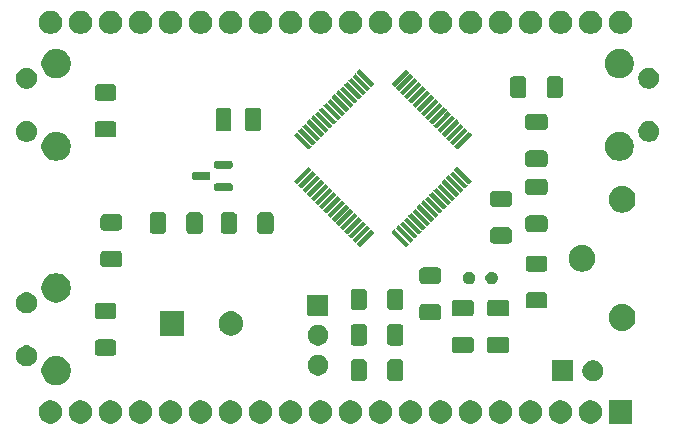
<source format=gbr>
G04 #@! TF.GenerationSoftware,KiCad,Pcbnew,9.0.2*
G04 #@! TF.CreationDate,2025-08-18T13:33:18+03:00*
G04 #@! TF.ProjectId,tickbox,7469636b-626f-4782-9e6b-696361645f70,rev?*
G04 #@! TF.SameCoordinates,Original*
G04 #@! TF.FileFunction,Soldermask,Top*
G04 #@! TF.FilePolarity,Negative*
%FSLAX46Y46*%
G04 Gerber Fmt 4.6, Leading zero omitted, Abs format (unit mm)*
G04 Created by KiCad (PCBNEW 9.0.2) date 2025-08-18 13:33:18*
%MOMM*%
%LPD*%
G01*
G04 APERTURE LIST*
G04 APERTURE END LIST*
G36*
X81567042Y-62512393D02*
G01*
X81579370Y-62520630D01*
X81587607Y-62532958D01*
X81590500Y-62547500D01*
X81590500Y-64452500D01*
X81587607Y-64467042D01*
X81579370Y-64479370D01*
X81567042Y-64487607D01*
X81552500Y-64490500D01*
X79647500Y-64490500D01*
X79632958Y-64487607D01*
X79620630Y-64479370D01*
X79612393Y-64467042D01*
X79609500Y-64452500D01*
X79609500Y-62547500D01*
X79612393Y-62532958D01*
X79620630Y-62520630D01*
X79632958Y-62512393D01*
X79647500Y-62509500D01*
X81552500Y-62509500D01*
X81567042Y-62512393D01*
G37*
G36*
X32627527Y-62552151D02*
G01*
X32806918Y-62626457D01*
X32968367Y-62734333D01*
X33105667Y-62871633D01*
X33213543Y-63033082D01*
X33287849Y-63212473D01*
X33325730Y-63402914D01*
X33325730Y-63597086D01*
X33287849Y-63787527D01*
X33213543Y-63966918D01*
X33105667Y-64128367D01*
X32968367Y-64265667D01*
X32806918Y-64373543D01*
X32627527Y-64447849D01*
X32437086Y-64485730D01*
X32242914Y-64485730D01*
X32052473Y-64447849D01*
X31873082Y-64373543D01*
X31711633Y-64265667D01*
X31574333Y-64128367D01*
X31466457Y-63966918D01*
X31392151Y-63787527D01*
X31354270Y-63597086D01*
X31354270Y-63402914D01*
X31392151Y-63212473D01*
X31466457Y-63033082D01*
X31574333Y-62871633D01*
X31711633Y-62734333D01*
X31873082Y-62626457D01*
X32052473Y-62552151D01*
X32242914Y-62514270D01*
X32437086Y-62514270D01*
X32627527Y-62552151D01*
G37*
G36*
X35167527Y-62552151D02*
G01*
X35346918Y-62626457D01*
X35508367Y-62734333D01*
X35645667Y-62871633D01*
X35753543Y-63033082D01*
X35827849Y-63212473D01*
X35865730Y-63402914D01*
X35865730Y-63597086D01*
X35827849Y-63787527D01*
X35753543Y-63966918D01*
X35645667Y-64128367D01*
X35508367Y-64265667D01*
X35346918Y-64373543D01*
X35167527Y-64447849D01*
X34977086Y-64485730D01*
X34782914Y-64485730D01*
X34592473Y-64447849D01*
X34413082Y-64373543D01*
X34251633Y-64265667D01*
X34114333Y-64128367D01*
X34006457Y-63966918D01*
X33932151Y-63787527D01*
X33894270Y-63597086D01*
X33894270Y-63402914D01*
X33932151Y-63212473D01*
X34006457Y-63033082D01*
X34114333Y-62871633D01*
X34251633Y-62734333D01*
X34413082Y-62626457D01*
X34592473Y-62552151D01*
X34782914Y-62514270D01*
X34977086Y-62514270D01*
X35167527Y-62552151D01*
G37*
G36*
X37707527Y-62552151D02*
G01*
X37886918Y-62626457D01*
X38048367Y-62734333D01*
X38185667Y-62871633D01*
X38293543Y-63033082D01*
X38367849Y-63212473D01*
X38405730Y-63402914D01*
X38405730Y-63597086D01*
X38367849Y-63787527D01*
X38293543Y-63966918D01*
X38185667Y-64128367D01*
X38048367Y-64265667D01*
X37886918Y-64373543D01*
X37707527Y-64447849D01*
X37517086Y-64485730D01*
X37322914Y-64485730D01*
X37132473Y-64447849D01*
X36953082Y-64373543D01*
X36791633Y-64265667D01*
X36654333Y-64128367D01*
X36546457Y-63966918D01*
X36472151Y-63787527D01*
X36434270Y-63597086D01*
X36434270Y-63402914D01*
X36472151Y-63212473D01*
X36546457Y-63033082D01*
X36654333Y-62871633D01*
X36791633Y-62734333D01*
X36953082Y-62626457D01*
X37132473Y-62552151D01*
X37322914Y-62514270D01*
X37517086Y-62514270D01*
X37707527Y-62552151D01*
G37*
G36*
X40247527Y-62552151D02*
G01*
X40426918Y-62626457D01*
X40588367Y-62734333D01*
X40725667Y-62871633D01*
X40833543Y-63033082D01*
X40907849Y-63212473D01*
X40945730Y-63402914D01*
X40945730Y-63597086D01*
X40907849Y-63787527D01*
X40833543Y-63966918D01*
X40725667Y-64128367D01*
X40588367Y-64265667D01*
X40426918Y-64373543D01*
X40247527Y-64447849D01*
X40057086Y-64485730D01*
X39862914Y-64485730D01*
X39672473Y-64447849D01*
X39493082Y-64373543D01*
X39331633Y-64265667D01*
X39194333Y-64128367D01*
X39086457Y-63966918D01*
X39012151Y-63787527D01*
X38974270Y-63597086D01*
X38974270Y-63402914D01*
X39012151Y-63212473D01*
X39086457Y-63033082D01*
X39194333Y-62871633D01*
X39331633Y-62734333D01*
X39493082Y-62626457D01*
X39672473Y-62552151D01*
X39862914Y-62514270D01*
X40057086Y-62514270D01*
X40247527Y-62552151D01*
G37*
G36*
X42787527Y-62552151D02*
G01*
X42966918Y-62626457D01*
X43128367Y-62734333D01*
X43265667Y-62871633D01*
X43373543Y-63033082D01*
X43447849Y-63212473D01*
X43485730Y-63402914D01*
X43485730Y-63597086D01*
X43447849Y-63787527D01*
X43373543Y-63966918D01*
X43265667Y-64128367D01*
X43128367Y-64265667D01*
X42966918Y-64373543D01*
X42787527Y-64447849D01*
X42597086Y-64485730D01*
X42402914Y-64485730D01*
X42212473Y-64447849D01*
X42033082Y-64373543D01*
X41871633Y-64265667D01*
X41734333Y-64128367D01*
X41626457Y-63966918D01*
X41552151Y-63787527D01*
X41514270Y-63597086D01*
X41514270Y-63402914D01*
X41552151Y-63212473D01*
X41626457Y-63033082D01*
X41734333Y-62871633D01*
X41871633Y-62734333D01*
X42033082Y-62626457D01*
X42212473Y-62552151D01*
X42402914Y-62514270D01*
X42597086Y-62514270D01*
X42787527Y-62552151D01*
G37*
G36*
X45327527Y-62552151D02*
G01*
X45506918Y-62626457D01*
X45668367Y-62734333D01*
X45805667Y-62871633D01*
X45913543Y-63033082D01*
X45987849Y-63212473D01*
X46025730Y-63402914D01*
X46025730Y-63597086D01*
X45987849Y-63787527D01*
X45913543Y-63966918D01*
X45805667Y-64128367D01*
X45668367Y-64265667D01*
X45506918Y-64373543D01*
X45327527Y-64447849D01*
X45137086Y-64485730D01*
X44942914Y-64485730D01*
X44752473Y-64447849D01*
X44573082Y-64373543D01*
X44411633Y-64265667D01*
X44274333Y-64128367D01*
X44166457Y-63966918D01*
X44092151Y-63787527D01*
X44054270Y-63597086D01*
X44054270Y-63402914D01*
X44092151Y-63212473D01*
X44166457Y-63033082D01*
X44274333Y-62871633D01*
X44411633Y-62734333D01*
X44573082Y-62626457D01*
X44752473Y-62552151D01*
X44942914Y-62514270D01*
X45137086Y-62514270D01*
X45327527Y-62552151D01*
G37*
G36*
X47867527Y-62552151D02*
G01*
X48046918Y-62626457D01*
X48208367Y-62734333D01*
X48345667Y-62871633D01*
X48453543Y-63033082D01*
X48527849Y-63212473D01*
X48565730Y-63402914D01*
X48565730Y-63597086D01*
X48527849Y-63787527D01*
X48453543Y-63966918D01*
X48345667Y-64128367D01*
X48208367Y-64265667D01*
X48046918Y-64373543D01*
X47867527Y-64447849D01*
X47677086Y-64485730D01*
X47482914Y-64485730D01*
X47292473Y-64447849D01*
X47113082Y-64373543D01*
X46951633Y-64265667D01*
X46814333Y-64128367D01*
X46706457Y-63966918D01*
X46632151Y-63787527D01*
X46594270Y-63597086D01*
X46594270Y-63402914D01*
X46632151Y-63212473D01*
X46706457Y-63033082D01*
X46814333Y-62871633D01*
X46951633Y-62734333D01*
X47113082Y-62626457D01*
X47292473Y-62552151D01*
X47482914Y-62514270D01*
X47677086Y-62514270D01*
X47867527Y-62552151D01*
G37*
G36*
X50407527Y-62552151D02*
G01*
X50586918Y-62626457D01*
X50748367Y-62734333D01*
X50885667Y-62871633D01*
X50993543Y-63033082D01*
X51067849Y-63212473D01*
X51105730Y-63402914D01*
X51105730Y-63597086D01*
X51067849Y-63787527D01*
X50993543Y-63966918D01*
X50885667Y-64128367D01*
X50748367Y-64265667D01*
X50586918Y-64373543D01*
X50407527Y-64447849D01*
X50217086Y-64485730D01*
X50022914Y-64485730D01*
X49832473Y-64447849D01*
X49653082Y-64373543D01*
X49491633Y-64265667D01*
X49354333Y-64128367D01*
X49246457Y-63966918D01*
X49172151Y-63787527D01*
X49134270Y-63597086D01*
X49134270Y-63402914D01*
X49172151Y-63212473D01*
X49246457Y-63033082D01*
X49354333Y-62871633D01*
X49491633Y-62734333D01*
X49653082Y-62626457D01*
X49832473Y-62552151D01*
X50022914Y-62514270D01*
X50217086Y-62514270D01*
X50407527Y-62552151D01*
G37*
G36*
X52947527Y-62552151D02*
G01*
X53126918Y-62626457D01*
X53288367Y-62734333D01*
X53425667Y-62871633D01*
X53533543Y-63033082D01*
X53607849Y-63212473D01*
X53645730Y-63402914D01*
X53645730Y-63597086D01*
X53607849Y-63787527D01*
X53533543Y-63966918D01*
X53425667Y-64128367D01*
X53288367Y-64265667D01*
X53126918Y-64373543D01*
X52947527Y-64447849D01*
X52757086Y-64485730D01*
X52562914Y-64485730D01*
X52372473Y-64447849D01*
X52193082Y-64373543D01*
X52031633Y-64265667D01*
X51894333Y-64128367D01*
X51786457Y-63966918D01*
X51712151Y-63787527D01*
X51674270Y-63597086D01*
X51674270Y-63402914D01*
X51712151Y-63212473D01*
X51786457Y-63033082D01*
X51894333Y-62871633D01*
X52031633Y-62734333D01*
X52193082Y-62626457D01*
X52372473Y-62552151D01*
X52562914Y-62514270D01*
X52757086Y-62514270D01*
X52947527Y-62552151D01*
G37*
G36*
X55487527Y-62552151D02*
G01*
X55666918Y-62626457D01*
X55828367Y-62734333D01*
X55965667Y-62871633D01*
X56073543Y-63033082D01*
X56147849Y-63212473D01*
X56185730Y-63402914D01*
X56185730Y-63597086D01*
X56147849Y-63787527D01*
X56073543Y-63966918D01*
X55965667Y-64128367D01*
X55828367Y-64265667D01*
X55666918Y-64373543D01*
X55487527Y-64447849D01*
X55297086Y-64485730D01*
X55102914Y-64485730D01*
X54912473Y-64447849D01*
X54733082Y-64373543D01*
X54571633Y-64265667D01*
X54434333Y-64128367D01*
X54326457Y-63966918D01*
X54252151Y-63787527D01*
X54214270Y-63597086D01*
X54214270Y-63402914D01*
X54252151Y-63212473D01*
X54326457Y-63033082D01*
X54434333Y-62871633D01*
X54571633Y-62734333D01*
X54733082Y-62626457D01*
X54912473Y-62552151D01*
X55102914Y-62514270D01*
X55297086Y-62514270D01*
X55487527Y-62552151D01*
G37*
G36*
X58027527Y-62552151D02*
G01*
X58206918Y-62626457D01*
X58368367Y-62734333D01*
X58505667Y-62871633D01*
X58613543Y-63033082D01*
X58687849Y-63212473D01*
X58725730Y-63402914D01*
X58725730Y-63597086D01*
X58687849Y-63787527D01*
X58613543Y-63966918D01*
X58505667Y-64128367D01*
X58368367Y-64265667D01*
X58206918Y-64373543D01*
X58027527Y-64447849D01*
X57837086Y-64485730D01*
X57642914Y-64485730D01*
X57452473Y-64447849D01*
X57273082Y-64373543D01*
X57111633Y-64265667D01*
X56974333Y-64128367D01*
X56866457Y-63966918D01*
X56792151Y-63787527D01*
X56754270Y-63597086D01*
X56754270Y-63402914D01*
X56792151Y-63212473D01*
X56866457Y-63033082D01*
X56974333Y-62871633D01*
X57111633Y-62734333D01*
X57273082Y-62626457D01*
X57452473Y-62552151D01*
X57642914Y-62514270D01*
X57837086Y-62514270D01*
X58027527Y-62552151D01*
G37*
G36*
X60567527Y-62552151D02*
G01*
X60746918Y-62626457D01*
X60908367Y-62734333D01*
X61045667Y-62871633D01*
X61153543Y-63033082D01*
X61227849Y-63212473D01*
X61265730Y-63402914D01*
X61265730Y-63597086D01*
X61227849Y-63787527D01*
X61153543Y-63966918D01*
X61045667Y-64128367D01*
X60908367Y-64265667D01*
X60746918Y-64373543D01*
X60567527Y-64447849D01*
X60377086Y-64485730D01*
X60182914Y-64485730D01*
X59992473Y-64447849D01*
X59813082Y-64373543D01*
X59651633Y-64265667D01*
X59514333Y-64128367D01*
X59406457Y-63966918D01*
X59332151Y-63787527D01*
X59294270Y-63597086D01*
X59294270Y-63402914D01*
X59332151Y-63212473D01*
X59406457Y-63033082D01*
X59514333Y-62871633D01*
X59651633Y-62734333D01*
X59813082Y-62626457D01*
X59992473Y-62552151D01*
X60182914Y-62514270D01*
X60377086Y-62514270D01*
X60567527Y-62552151D01*
G37*
G36*
X63107527Y-62552151D02*
G01*
X63286918Y-62626457D01*
X63448367Y-62734333D01*
X63585667Y-62871633D01*
X63693543Y-63033082D01*
X63767849Y-63212473D01*
X63805730Y-63402914D01*
X63805730Y-63597086D01*
X63767849Y-63787527D01*
X63693543Y-63966918D01*
X63585667Y-64128367D01*
X63448367Y-64265667D01*
X63286918Y-64373543D01*
X63107527Y-64447849D01*
X62917086Y-64485730D01*
X62722914Y-64485730D01*
X62532473Y-64447849D01*
X62353082Y-64373543D01*
X62191633Y-64265667D01*
X62054333Y-64128367D01*
X61946457Y-63966918D01*
X61872151Y-63787527D01*
X61834270Y-63597086D01*
X61834270Y-63402914D01*
X61872151Y-63212473D01*
X61946457Y-63033082D01*
X62054333Y-62871633D01*
X62191633Y-62734333D01*
X62353082Y-62626457D01*
X62532473Y-62552151D01*
X62722914Y-62514270D01*
X62917086Y-62514270D01*
X63107527Y-62552151D01*
G37*
G36*
X65647527Y-62552151D02*
G01*
X65826918Y-62626457D01*
X65988367Y-62734333D01*
X66125667Y-62871633D01*
X66233543Y-63033082D01*
X66307849Y-63212473D01*
X66345730Y-63402914D01*
X66345730Y-63597086D01*
X66307849Y-63787527D01*
X66233543Y-63966918D01*
X66125667Y-64128367D01*
X65988367Y-64265667D01*
X65826918Y-64373543D01*
X65647527Y-64447849D01*
X65457086Y-64485730D01*
X65262914Y-64485730D01*
X65072473Y-64447849D01*
X64893082Y-64373543D01*
X64731633Y-64265667D01*
X64594333Y-64128367D01*
X64486457Y-63966918D01*
X64412151Y-63787527D01*
X64374270Y-63597086D01*
X64374270Y-63402914D01*
X64412151Y-63212473D01*
X64486457Y-63033082D01*
X64594333Y-62871633D01*
X64731633Y-62734333D01*
X64893082Y-62626457D01*
X65072473Y-62552151D01*
X65262914Y-62514270D01*
X65457086Y-62514270D01*
X65647527Y-62552151D01*
G37*
G36*
X68187527Y-62552151D02*
G01*
X68366918Y-62626457D01*
X68528367Y-62734333D01*
X68665667Y-62871633D01*
X68773543Y-63033082D01*
X68847849Y-63212473D01*
X68885730Y-63402914D01*
X68885730Y-63597086D01*
X68847849Y-63787527D01*
X68773543Y-63966918D01*
X68665667Y-64128367D01*
X68528367Y-64265667D01*
X68366918Y-64373543D01*
X68187527Y-64447849D01*
X67997086Y-64485730D01*
X67802914Y-64485730D01*
X67612473Y-64447849D01*
X67433082Y-64373543D01*
X67271633Y-64265667D01*
X67134333Y-64128367D01*
X67026457Y-63966918D01*
X66952151Y-63787527D01*
X66914270Y-63597086D01*
X66914270Y-63402914D01*
X66952151Y-63212473D01*
X67026457Y-63033082D01*
X67134333Y-62871633D01*
X67271633Y-62734333D01*
X67433082Y-62626457D01*
X67612473Y-62552151D01*
X67802914Y-62514270D01*
X67997086Y-62514270D01*
X68187527Y-62552151D01*
G37*
G36*
X70727527Y-62552151D02*
G01*
X70906918Y-62626457D01*
X71068367Y-62734333D01*
X71205667Y-62871633D01*
X71313543Y-63033082D01*
X71387849Y-63212473D01*
X71425730Y-63402914D01*
X71425730Y-63597086D01*
X71387849Y-63787527D01*
X71313543Y-63966918D01*
X71205667Y-64128367D01*
X71068367Y-64265667D01*
X70906918Y-64373543D01*
X70727527Y-64447849D01*
X70537086Y-64485730D01*
X70342914Y-64485730D01*
X70152473Y-64447849D01*
X69973082Y-64373543D01*
X69811633Y-64265667D01*
X69674333Y-64128367D01*
X69566457Y-63966918D01*
X69492151Y-63787527D01*
X69454270Y-63597086D01*
X69454270Y-63402914D01*
X69492151Y-63212473D01*
X69566457Y-63033082D01*
X69674333Y-62871633D01*
X69811633Y-62734333D01*
X69973082Y-62626457D01*
X70152473Y-62552151D01*
X70342914Y-62514270D01*
X70537086Y-62514270D01*
X70727527Y-62552151D01*
G37*
G36*
X73267527Y-62552151D02*
G01*
X73446918Y-62626457D01*
X73608367Y-62734333D01*
X73745667Y-62871633D01*
X73853543Y-63033082D01*
X73927849Y-63212473D01*
X73965730Y-63402914D01*
X73965730Y-63597086D01*
X73927849Y-63787527D01*
X73853543Y-63966918D01*
X73745667Y-64128367D01*
X73608367Y-64265667D01*
X73446918Y-64373543D01*
X73267527Y-64447849D01*
X73077086Y-64485730D01*
X72882914Y-64485730D01*
X72692473Y-64447849D01*
X72513082Y-64373543D01*
X72351633Y-64265667D01*
X72214333Y-64128367D01*
X72106457Y-63966918D01*
X72032151Y-63787527D01*
X71994270Y-63597086D01*
X71994270Y-63402914D01*
X72032151Y-63212473D01*
X72106457Y-63033082D01*
X72214333Y-62871633D01*
X72351633Y-62734333D01*
X72513082Y-62626457D01*
X72692473Y-62552151D01*
X72882914Y-62514270D01*
X73077086Y-62514270D01*
X73267527Y-62552151D01*
G37*
G36*
X75807527Y-62552151D02*
G01*
X75986918Y-62626457D01*
X76148367Y-62734333D01*
X76285667Y-62871633D01*
X76393543Y-63033082D01*
X76467849Y-63212473D01*
X76505730Y-63402914D01*
X76505730Y-63597086D01*
X76467849Y-63787527D01*
X76393543Y-63966918D01*
X76285667Y-64128367D01*
X76148367Y-64265667D01*
X75986918Y-64373543D01*
X75807527Y-64447849D01*
X75617086Y-64485730D01*
X75422914Y-64485730D01*
X75232473Y-64447849D01*
X75053082Y-64373543D01*
X74891633Y-64265667D01*
X74754333Y-64128367D01*
X74646457Y-63966918D01*
X74572151Y-63787527D01*
X74534270Y-63597086D01*
X74534270Y-63402914D01*
X74572151Y-63212473D01*
X74646457Y-63033082D01*
X74754333Y-62871633D01*
X74891633Y-62734333D01*
X75053082Y-62626457D01*
X75232473Y-62552151D01*
X75422914Y-62514270D01*
X75617086Y-62514270D01*
X75807527Y-62552151D01*
G37*
G36*
X78347527Y-62552151D02*
G01*
X78526918Y-62626457D01*
X78688367Y-62734333D01*
X78825667Y-62871633D01*
X78933543Y-63033082D01*
X79007849Y-63212473D01*
X79045730Y-63402914D01*
X79045730Y-63597086D01*
X79007849Y-63787527D01*
X78933543Y-63966918D01*
X78825667Y-64128367D01*
X78688367Y-64265667D01*
X78526918Y-64373543D01*
X78347527Y-64447849D01*
X78157086Y-64485730D01*
X77962914Y-64485730D01*
X77772473Y-64447849D01*
X77593082Y-64373543D01*
X77431633Y-64265667D01*
X77294333Y-64128367D01*
X77186457Y-63966918D01*
X77112151Y-63787527D01*
X77074270Y-63597086D01*
X77074270Y-63402914D01*
X77112151Y-63212473D01*
X77186457Y-63033082D01*
X77294333Y-62871633D01*
X77431633Y-62734333D01*
X77593082Y-62626457D01*
X77772473Y-62552151D01*
X77962914Y-62514270D01*
X78157086Y-62514270D01*
X78347527Y-62552151D01*
G37*
G36*
X33114005Y-58796207D02*
G01*
X33298762Y-58856238D01*
X33471853Y-58944432D01*
X33629017Y-59058618D01*
X33766383Y-59195984D01*
X33880569Y-59353148D01*
X33968763Y-59526239D01*
X34028794Y-59710996D01*
X34059184Y-59902869D01*
X34059184Y-60097133D01*
X34028794Y-60289006D01*
X33968763Y-60473763D01*
X33880569Y-60646854D01*
X33766383Y-60804018D01*
X33629017Y-60941384D01*
X33471853Y-61055570D01*
X33298762Y-61143764D01*
X33114005Y-61203795D01*
X32922132Y-61234185D01*
X32727868Y-61234185D01*
X32535995Y-61203795D01*
X32351238Y-61143764D01*
X32178147Y-61055570D01*
X32020983Y-60941384D01*
X31883617Y-60804018D01*
X31769431Y-60646854D01*
X31681237Y-60473763D01*
X31621206Y-60289006D01*
X31590816Y-60097133D01*
X31590816Y-59902869D01*
X31621206Y-59710996D01*
X31681237Y-59526239D01*
X31769431Y-59353148D01*
X31883617Y-59195984D01*
X32020983Y-59058618D01*
X32178147Y-58944432D01*
X32351238Y-58856238D01*
X32535995Y-58796207D01*
X32727868Y-58765817D01*
X32922132Y-58765817D01*
X33114005Y-58796207D01*
G37*
G36*
X76589542Y-59114893D02*
G01*
X76601870Y-59123130D01*
X76610107Y-59135458D01*
X76613000Y-59150000D01*
X76613000Y-60850000D01*
X76610107Y-60864542D01*
X76601870Y-60876870D01*
X76589542Y-60885107D01*
X76575000Y-60888000D01*
X74875000Y-60888000D01*
X74860458Y-60885107D01*
X74848130Y-60876870D01*
X74839893Y-60864542D01*
X74837000Y-60850000D01*
X74837000Y-59150000D01*
X74839893Y-59135458D01*
X74848130Y-59123130D01*
X74860458Y-59114893D01*
X74875000Y-59112000D01*
X76575000Y-59112000D01*
X76589542Y-59114893D01*
G37*
G36*
X78522773Y-59150237D02*
G01*
X78683600Y-59216854D01*
X78828341Y-59313567D01*
X78951433Y-59436659D01*
X79048146Y-59581400D01*
X79114763Y-59742227D01*
X79148724Y-59912961D01*
X79148724Y-60087039D01*
X79114763Y-60257773D01*
X79048146Y-60418600D01*
X78951433Y-60563341D01*
X78828341Y-60686433D01*
X78683600Y-60783146D01*
X78522773Y-60849763D01*
X78352039Y-60883724D01*
X78177961Y-60883724D01*
X78007227Y-60849763D01*
X77846400Y-60783146D01*
X77701659Y-60686433D01*
X77578567Y-60563341D01*
X77481854Y-60418600D01*
X77415237Y-60257773D01*
X77381276Y-60087039D01*
X77381276Y-59912961D01*
X77415237Y-59742227D01*
X77481854Y-59581400D01*
X77578567Y-59436659D01*
X77701659Y-59313567D01*
X77846400Y-59216854D01*
X78007227Y-59150237D01*
X78177961Y-59116276D01*
X78352039Y-59116276D01*
X78522773Y-59150237D01*
G37*
G36*
X58915938Y-59054650D02*
G01*
X58924692Y-59058515D01*
X58931367Y-59059488D01*
X58973097Y-59079888D01*
X59012759Y-59097401D01*
X59016430Y-59101072D01*
X59016867Y-59101286D01*
X59083713Y-59168132D01*
X59083926Y-59168568D01*
X59087599Y-59172241D01*
X59105116Y-59211913D01*
X59125511Y-59253632D01*
X59126483Y-59260304D01*
X59130350Y-59269062D01*
X59138000Y-59335000D01*
X59138000Y-60585000D01*
X59130350Y-60650938D01*
X59126482Y-60659696D01*
X59125511Y-60666367D01*
X59105120Y-60708076D01*
X59087599Y-60747759D01*
X59083925Y-60751432D01*
X59083713Y-60751867D01*
X59016867Y-60818713D01*
X59016432Y-60818925D01*
X59012759Y-60822599D01*
X58973076Y-60840120D01*
X58931367Y-60860511D01*
X58924696Y-60861482D01*
X58915938Y-60865350D01*
X58850000Y-60873000D01*
X58050000Y-60873000D01*
X57984062Y-60865350D01*
X57975304Y-60861483D01*
X57968632Y-60860511D01*
X57926913Y-60840116D01*
X57887241Y-60822599D01*
X57883568Y-60818926D01*
X57883132Y-60818713D01*
X57816286Y-60751867D01*
X57816072Y-60751430D01*
X57812401Y-60747759D01*
X57794888Y-60708097D01*
X57774488Y-60666367D01*
X57773515Y-60659692D01*
X57769650Y-60650938D01*
X57762000Y-60585000D01*
X57762000Y-59335000D01*
X57769650Y-59269062D01*
X57773515Y-59260307D01*
X57774488Y-59253632D01*
X57794893Y-59211892D01*
X57812401Y-59172241D01*
X57816071Y-59168570D01*
X57816286Y-59168132D01*
X57883132Y-59101286D01*
X57883570Y-59101071D01*
X57887241Y-59097401D01*
X57926892Y-59079893D01*
X57968632Y-59059488D01*
X57975307Y-59058515D01*
X57984062Y-59054650D01*
X58050000Y-59047000D01*
X58850000Y-59047000D01*
X58915938Y-59054650D01*
G37*
G36*
X62015938Y-59054650D02*
G01*
X62024692Y-59058515D01*
X62031367Y-59059488D01*
X62073097Y-59079888D01*
X62112759Y-59097401D01*
X62116430Y-59101072D01*
X62116867Y-59101286D01*
X62183713Y-59168132D01*
X62183926Y-59168568D01*
X62187599Y-59172241D01*
X62205116Y-59211913D01*
X62225511Y-59253632D01*
X62226483Y-59260304D01*
X62230350Y-59269062D01*
X62238000Y-59335000D01*
X62238000Y-60585000D01*
X62230350Y-60650938D01*
X62226482Y-60659696D01*
X62225511Y-60666367D01*
X62205120Y-60708076D01*
X62187599Y-60747759D01*
X62183925Y-60751432D01*
X62183713Y-60751867D01*
X62116867Y-60818713D01*
X62116432Y-60818925D01*
X62112759Y-60822599D01*
X62073076Y-60840120D01*
X62031367Y-60860511D01*
X62024696Y-60861482D01*
X62015938Y-60865350D01*
X61950000Y-60873000D01*
X61150000Y-60873000D01*
X61084062Y-60865350D01*
X61075304Y-60861483D01*
X61068632Y-60860511D01*
X61026913Y-60840116D01*
X60987241Y-60822599D01*
X60983568Y-60818926D01*
X60983132Y-60818713D01*
X60916286Y-60751867D01*
X60916072Y-60751430D01*
X60912401Y-60747759D01*
X60894888Y-60708097D01*
X60874488Y-60666367D01*
X60873515Y-60659692D01*
X60869650Y-60650938D01*
X60862000Y-60585000D01*
X60862000Y-59335000D01*
X60869650Y-59269062D01*
X60873515Y-59260307D01*
X60874488Y-59253632D01*
X60894893Y-59211892D01*
X60912401Y-59172241D01*
X60916071Y-59168570D01*
X60916286Y-59168132D01*
X60983132Y-59101286D01*
X60983570Y-59101071D01*
X60987241Y-59097401D01*
X61026892Y-59079893D01*
X61068632Y-59059488D01*
X61075307Y-59058515D01*
X61084062Y-59054650D01*
X61150000Y-59047000D01*
X61950000Y-59047000D01*
X62015938Y-59054650D01*
G37*
G36*
X55257773Y-58690237D02*
G01*
X55418600Y-58756854D01*
X55563341Y-58853567D01*
X55686433Y-58976659D01*
X55783146Y-59121400D01*
X55849763Y-59282227D01*
X55883724Y-59452961D01*
X55883724Y-59627039D01*
X55849763Y-59797773D01*
X55783146Y-59958600D01*
X55686433Y-60103341D01*
X55563341Y-60226433D01*
X55418600Y-60323146D01*
X55257773Y-60389763D01*
X55087039Y-60423724D01*
X54912961Y-60423724D01*
X54742227Y-60389763D01*
X54581400Y-60323146D01*
X54436659Y-60226433D01*
X54313567Y-60103341D01*
X54216854Y-59958600D01*
X54150237Y-59797773D01*
X54116276Y-59627039D01*
X54116276Y-59452961D01*
X54150237Y-59282227D01*
X54216854Y-59121400D01*
X54313567Y-58976659D01*
X54436659Y-58853567D01*
X54581400Y-58756854D01*
X54742227Y-58690237D01*
X54912961Y-58656276D01*
X55087039Y-58656276D01*
X55257773Y-58690237D01*
G37*
G36*
X30582773Y-57900238D02*
G01*
X30743600Y-57966855D01*
X30888341Y-58063568D01*
X31011433Y-58186660D01*
X31108146Y-58331401D01*
X31174763Y-58492228D01*
X31208724Y-58662962D01*
X31208724Y-58837040D01*
X31174763Y-59007774D01*
X31108146Y-59168601D01*
X31011433Y-59313342D01*
X30888341Y-59436434D01*
X30743600Y-59533147D01*
X30582773Y-59599764D01*
X30412039Y-59633725D01*
X30237961Y-59633725D01*
X30067227Y-59599764D01*
X29906400Y-59533147D01*
X29761659Y-59436434D01*
X29638567Y-59313342D01*
X29541854Y-59168601D01*
X29475237Y-59007774D01*
X29441276Y-58837040D01*
X29441276Y-58662962D01*
X29475237Y-58492228D01*
X29541854Y-58331401D01*
X29638567Y-58186660D01*
X29761659Y-58063568D01*
X29906400Y-57966855D01*
X30067227Y-57900238D01*
X30237961Y-57866277D01*
X30412039Y-57866277D01*
X30582773Y-57900238D01*
G37*
G36*
X37690938Y-57369650D02*
G01*
X37699692Y-57373515D01*
X37706367Y-57374488D01*
X37748097Y-57394888D01*
X37787759Y-57412401D01*
X37791430Y-57416072D01*
X37791867Y-57416286D01*
X37858713Y-57483132D01*
X37858926Y-57483568D01*
X37862599Y-57487241D01*
X37880116Y-57526913D01*
X37900511Y-57568632D01*
X37901483Y-57575304D01*
X37905350Y-57584062D01*
X37913000Y-57650000D01*
X37913000Y-58450000D01*
X37905350Y-58515938D01*
X37901482Y-58524696D01*
X37900511Y-58531367D01*
X37880120Y-58573076D01*
X37862599Y-58612759D01*
X37858925Y-58616432D01*
X37858713Y-58616867D01*
X37791867Y-58683713D01*
X37791432Y-58683925D01*
X37787759Y-58687599D01*
X37748076Y-58705120D01*
X37706367Y-58725511D01*
X37699696Y-58726482D01*
X37690938Y-58730350D01*
X37625000Y-58738000D01*
X36375000Y-58738000D01*
X36309062Y-58730350D01*
X36300304Y-58726483D01*
X36293632Y-58725511D01*
X36251913Y-58705116D01*
X36212241Y-58687599D01*
X36208568Y-58683926D01*
X36208132Y-58683713D01*
X36141286Y-58616867D01*
X36141072Y-58616430D01*
X36137401Y-58612759D01*
X36119888Y-58573097D01*
X36099488Y-58531367D01*
X36098515Y-58524692D01*
X36094650Y-58515938D01*
X36087000Y-58450000D01*
X36087000Y-57650000D01*
X36094650Y-57584062D01*
X36098515Y-57575307D01*
X36099488Y-57568632D01*
X36119893Y-57526892D01*
X36137401Y-57487241D01*
X36141071Y-57483570D01*
X36141286Y-57483132D01*
X36208132Y-57416286D01*
X36208570Y-57416071D01*
X36212241Y-57412401D01*
X36251892Y-57394893D01*
X36293632Y-57374488D01*
X36300307Y-57373515D01*
X36309062Y-57369650D01*
X36375000Y-57362000D01*
X37625000Y-57362000D01*
X37690938Y-57369650D01*
G37*
G36*
X67965938Y-57119650D02*
G01*
X67974692Y-57123515D01*
X67981367Y-57124488D01*
X68023097Y-57144888D01*
X68062759Y-57162401D01*
X68066430Y-57166072D01*
X68066867Y-57166286D01*
X68133713Y-57233132D01*
X68133926Y-57233568D01*
X68137599Y-57237241D01*
X68155116Y-57276913D01*
X68175511Y-57318632D01*
X68176483Y-57325304D01*
X68180350Y-57334062D01*
X68188000Y-57400000D01*
X68188000Y-58225000D01*
X68180350Y-58290938D01*
X68176482Y-58299696D01*
X68175511Y-58306367D01*
X68155120Y-58348076D01*
X68137599Y-58387759D01*
X68133925Y-58391432D01*
X68133713Y-58391867D01*
X68066867Y-58458713D01*
X68066432Y-58458925D01*
X68062759Y-58462599D01*
X68023076Y-58480120D01*
X67981367Y-58500511D01*
X67974696Y-58501482D01*
X67965938Y-58505350D01*
X67900000Y-58513000D01*
X66600000Y-58513000D01*
X66534062Y-58505350D01*
X66525304Y-58501483D01*
X66518632Y-58500511D01*
X66476913Y-58480116D01*
X66437241Y-58462599D01*
X66433568Y-58458926D01*
X66433132Y-58458713D01*
X66366286Y-58391867D01*
X66366072Y-58391430D01*
X66362401Y-58387759D01*
X66344888Y-58348097D01*
X66324488Y-58306367D01*
X66323515Y-58299692D01*
X66319650Y-58290938D01*
X66312000Y-58225000D01*
X66312000Y-57400000D01*
X66319650Y-57334062D01*
X66323515Y-57325307D01*
X66324488Y-57318632D01*
X66344893Y-57276892D01*
X66362401Y-57237241D01*
X66366071Y-57233570D01*
X66366286Y-57233132D01*
X66433132Y-57166286D01*
X66433570Y-57166071D01*
X66437241Y-57162401D01*
X66476892Y-57144893D01*
X66518632Y-57124488D01*
X66525307Y-57123515D01*
X66534062Y-57119650D01*
X66600000Y-57112000D01*
X67900000Y-57112000D01*
X67965938Y-57119650D01*
G37*
G36*
X70965938Y-57119650D02*
G01*
X70974692Y-57123515D01*
X70981367Y-57124488D01*
X71023097Y-57144888D01*
X71062759Y-57162401D01*
X71066430Y-57166072D01*
X71066867Y-57166286D01*
X71133713Y-57233132D01*
X71133926Y-57233568D01*
X71137599Y-57237241D01*
X71155116Y-57276913D01*
X71175511Y-57318632D01*
X71176483Y-57325304D01*
X71180350Y-57334062D01*
X71188000Y-57400000D01*
X71188000Y-58225000D01*
X71180350Y-58290938D01*
X71176482Y-58299696D01*
X71175511Y-58306367D01*
X71155120Y-58348076D01*
X71137599Y-58387759D01*
X71133925Y-58391432D01*
X71133713Y-58391867D01*
X71066867Y-58458713D01*
X71066432Y-58458925D01*
X71062759Y-58462599D01*
X71023076Y-58480120D01*
X70981367Y-58500511D01*
X70974696Y-58501482D01*
X70965938Y-58505350D01*
X70900000Y-58513000D01*
X69600000Y-58513000D01*
X69534062Y-58505350D01*
X69525304Y-58501483D01*
X69518632Y-58500511D01*
X69476913Y-58480116D01*
X69437241Y-58462599D01*
X69433568Y-58458926D01*
X69433132Y-58458713D01*
X69366286Y-58391867D01*
X69366072Y-58391430D01*
X69362401Y-58387759D01*
X69344888Y-58348097D01*
X69324488Y-58306367D01*
X69323515Y-58299692D01*
X69319650Y-58290938D01*
X69312000Y-58225000D01*
X69312000Y-57400000D01*
X69319650Y-57334062D01*
X69323515Y-57325307D01*
X69324488Y-57318632D01*
X69344893Y-57276892D01*
X69362401Y-57237241D01*
X69366071Y-57233570D01*
X69366286Y-57233132D01*
X69433132Y-57166286D01*
X69433570Y-57166071D01*
X69437241Y-57162401D01*
X69476892Y-57144893D01*
X69518632Y-57124488D01*
X69525307Y-57123515D01*
X69534062Y-57119650D01*
X69600000Y-57112000D01*
X70900000Y-57112000D01*
X70965938Y-57119650D01*
G37*
G36*
X55257773Y-56150237D02*
G01*
X55418600Y-56216854D01*
X55563341Y-56313567D01*
X55686433Y-56436659D01*
X55783146Y-56581400D01*
X55849763Y-56742227D01*
X55883724Y-56912961D01*
X55883724Y-57087039D01*
X55849763Y-57257773D01*
X55783146Y-57418600D01*
X55686433Y-57563341D01*
X55563341Y-57686433D01*
X55418600Y-57783146D01*
X55257773Y-57849763D01*
X55087039Y-57883724D01*
X54912961Y-57883724D01*
X54742227Y-57849763D01*
X54581400Y-57783146D01*
X54436659Y-57686433D01*
X54313567Y-57563341D01*
X54216854Y-57418600D01*
X54150237Y-57257773D01*
X54116276Y-57087039D01*
X54116276Y-56912961D01*
X54150237Y-56742227D01*
X54216854Y-56581400D01*
X54313567Y-56436659D01*
X54436659Y-56313567D01*
X54581400Y-56216854D01*
X54742227Y-56150237D01*
X54912961Y-56116276D01*
X55087039Y-56116276D01*
X55257773Y-56150237D01*
G37*
G36*
X58915938Y-56054650D02*
G01*
X58924692Y-56058515D01*
X58931367Y-56059488D01*
X58973097Y-56079888D01*
X59012759Y-56097401D01*
X59016430Y-56101072D01*
X59016867Y-56101286D01*
X59083713Y-56168132D01*
X59083926Y-56168568D01*
X59087599Y-56172241D01*
X59105116Y-56211913D01*
X59125511Y-56253632D01*
X59126483Y-56260304D01*
X59130350Y-56269062D01*
X59138000Y-56335000D01*
X59138000Y-57585000D01*
X59130350Y-57650938D01*
X59126482Y-57659696D01*
X59125511Y-57666367D01*
X59105120Y-57708076D01*
X59087599Y-57747759D01*
X59083925Y-57751432D01*
X59083713Y-57751867D01*
X59016867Y-57818713D01*
X59016432Y-57818925D01*
X59012759Y-57822599D01*
X58973076Y-57840120D01*
X58931367Y-57860511D01*
X58924696Y-57861482D01*
X58915938Y-57865350D01*
X58850000Y-57873000D01*
X58050000Y-57873000D01*
X57984062Y-57865350D01*
X57975304Y-57861483D01*
X57968632Y-57860511D01*
X57926913Y-57840116D01*
X57887241Y-57822599D01*
X57883568Y-57818926D01*
X57883132Y-57818713D01*
X57816286Y-57751867D01*
X57816072Y-57751430D01*
X57812401Y-57747759D01*
X57794888Y-57708097D01*
X57774488Y-57666367D01*
X57773515Y-57659692D01*
X57769650Y-57650938D01*
X57762000Y-57585000D01*
X57762000Y-56335000D01*
X57769650Y-56269062D01*
X57773515Y-56260307D01*
X57774488Y-56253632D01*
X57794893Y-56211892D01*
X57812401Y-56172241D01*
X57816071Y-56168570D01*
X57816286Y-56168132D01*
X57883132Y-56101286D01*
X57883570Y-56101071D01*
X57887241Y-56097401D01*
X57926892Y-56079893D01*
X57968632Y-56059488D01*
X57975307Y-56058515D01*
X57984062Y-56054650D01*
X58050000Y-56047000D01*
X58850000Y-56047000D01*
X58915938Y-56054650D01*
G37*
G36*
X62015938Y-56054650D02*
G01*
X62024692Y-56058515D01*
X62031367Y-56059488D01*
X62073097Y-56079888D01*
X62112759Y-56097401D01*
X62116430Y-56101072D01*
X62116867Y-56101286D01*
X62183713Y-56168132D01*
X62183926Y-56168568D01*
X62187599Y-56172241D01*
X62205116Y-56211913D01*
X62225511Y-56253632D01*
X62226483Y-56260304D01*
X62230350Y-56269062D01*
X62238000Y-56335000D01*
X62238000Y-57585000D01*
X62230350Y-57650938D01*
X62226482Y-57659696D01*
X62225511Y-57666367D01*
X62205120Y-57708076D01*
X62187599Y-57747759D01*
X62183925Y-57751432D01*
X62183713Y-57751867D01*
X62116867Y-57818713D01*
X62116432Y-57818925D01*
X62112759Y-57822599D01*
X62073076Y-57840120D01*
X62031367Y-57860511D01*
X62024696Y-57861482D01*
X62015938Y-57865350D01*
X61950000Y-57873000D01*
X61150000Y-57873000D01*
X61084062Y-57865350D01*
X61075304Y-57861483D01*
X61068632Y-57860511D01*
X61026913Y-57840116D01*
X60987241Y-57822599D01*
X60983568Y-57818926D01*
X60983132Y-57818713D01*
X60916286Y-57751867D01*
X60916072Y-57751430D01*
X60912401Y-57747759D01*
X60894888Y-57708097D01*
X60874488Y-57666367D01*
X60873515Y-57659692D01*
X60869650Y-57650938D01*
X60862000Y-57585000D01*
X60862000Y-56335000D01*
X60869650Y-56269062D01*
X60873515Y-56260307D01*
X60874488Y-56253632D01*
X60894893Y-56211892D01*
X60912401Y-56172241D01*
X60916071Y-56168570D01*
X60916286Y-56168132D01*
X60983132Y-56101286D01*
X60983570Y-56101071D01*
X60987241Y-56097401D01*
X61026892Y-56079893D01*
X61068632Y-56059488D01*
X61075307Y-56058515D01*
X61084062Y-56054650D01*
X61150000Y-56047000D01*
X61950000Y-56047000D01*
X62015938Y-56054650D01*
G37*
G36*
X43643758Y-54964893D02*
G01*
X43656086Y-54973130D01*
X43664323Y-54985458D01*
X43667216Y-55000000D01*
X43667216Y-57000000D01*
X43664323Y-57014542D01*
X43656086Y-57026870D01*
X43643758Y-57035107D01*
X43629216Y-57038000D01*
X41629216Y-57038000D01*
X41614674Y-57035107D01*
X41602346Y-57026870D01*
X41594109Y-57014542D01*
X41591216Y-57000000D01*
X41591216Y-55000000D01*
X41594109Y-54985458D01*
X41602346Y-54973130D01*
X41614674Y-54964893D01*
X41629216Y-54962000D01*
X43629216Y-54962000D01*
X43643758Y-54964893D01*
G37*
G36*
X47720828Y-54966998D02*
G01*
X47730958Y-54966998D01*
X47770540Y-54974871D01*
X47871489Y-54990860D01*
X47903961Y-55001410D01*
X47930531Y-55006696D01*
X47968022Y-55022225D01*
X48026371Y-55041184D01*
X48081035Y-55069037D01*
X48118526Y-55084566D01*
X48141048Y-55099614D01*
X48171469Y-55115115D01*
X48254158Y-55175192D01*
X48287716Y-55197615D01*
X48294878Y-55204777D01*
X48303220Y-55210838D01*
X48418377Y-55325995D01*
X48424437Y-55334336D01*
X48431601Y-55341500D01*
X48454026Y-55375062D01*
X48514100Y-55457746D01*
X48529599Y-55488164D01*
X48544650Y-55510690D01*
X48560181Y-55548185D01*
X48588031Y-55602844D01*
X48606987Y-55661185D01*
X48622520Y-55698685D01*
X48627806Y-55725259D01*
X48638355Y-55757726D01*
X48654342Y-55858667D01*
X48662218Y-55898258D01*
X48662218Y-55908388D01*
X48663831Y-55918572D01*
X48663831Y-56081427D01*
X48662218Y-56091610D01*
X48662218Y-56101742D01*
X48654342Y-56141336D01*
X48638355Y-56242273D01*
X48627806Y-56274737D01*
X48622520Y-56301315D01*
X48606985Y-56338818D01*
X48588031Y-56397155D01*
X48560183Y-56451809D01*
X48544650Y-56489310D01*
X48529596Y-56511838D01*
X48514100Y-56542253D01*
X48454034Y-56624925D01*
X48431601Y-56658500D01*
X48424434Y-56665666D01*
X48418377Y-56674004D01*
X48303220Y-56789161D01*
X48294882Y-56795218D01*
X48287716Y-56802385D01*
X48254141Y-56824818D01*
X48171469Y-56884884D01*
X48141054Y-56900380D01*
X48118526Y-56915434D01*
X48081025Y-56930967D01*
X48026371Y-56958815D01*
X47968034Y-56977769D01*
X47930531Y-56993304D01*
X47903953Y-56998590D01*
X47871489Y-57009139D01*
X47770549Y-57025126D01*
X47730958Y-57033002D01*
X47720828Y-57033002D01*
X47710644Y-57034615D01*
X47547788Y-57034615D01*
X47537604Y-57033002D01*
X47527474Y-57033002D01*
X47487883Y-57025126D01*
X47386942Y-57009139D01*
X47354475Y-56998590D01*
X47327901Y-56993304D01*
X47290401Y-56977771D01*
X47232060Y-56958815D01*
X47177401Y-56930965D01*
X47139906Y-56915434D01*
X47117380Y-56900383D01*
X47086962Y-56884884D01*
X47004278Y-56824810D01*
X46970716Y-56802385D01*
X46963552Y-56795221D01*
X46955211Y-56789161D01*
X46840054Y-56674004D01*
X46833993Y-56665662D01*
X46826831Y-56658500D01*
X46804408Y-56624942D01*
X46744331Y-56542253D01*
X46728830Y-56511832D01*
X46713782Y-56489310D01*
X46698253Y-56451819D01*
X46670400Y-56397155D01*
X46651441Y-56338806D01*
X46635912Y-56301315D01*
X46630626Y-56274745D01*
X46620076Y-56242273D01*
X46604088Y-56141327D01*
X46596214Y-56101742D01*
X46596214Y-56091611D01*
X46594601Y-56081427D01*
X46594601Y-55918572D01*
X46596214Y-55908387D01*
X46596214Y-55898258D01*
X46604087Y-55858676D01*
X46620076Y-55757726D01*
X46630627Y-55725251D01*
X46635912Y-55698685D01*
X46651440Y-55661196D01*
X46670400Y-55602844D01*
X46698255Y-55548174D01*
X46713782Y-55510690D01*
X46728828Y-55488170D01*
X46744331Y-55457746D01*
X46804416Y-55375045D01*
X46826831Y-55341500D01*
X46833990Y-55334340D01*
X46840054Y-55325995D01*
X46955211Y-55210838D01*
X46963556Y-55204774D01*
X46970716Y-55197615D01*
X47004261Y-55175200D01*
X47086962Y-55115115D01*
X47117386Y-55099612D01*
X47139906Y-55084566D01*
X47177390Y-55069039D01*
X47232060Y-55041184D01*
X47290412Y-55022224D01*
X47327901Y-55006696D01*
X47354467Y-55001411D01*
X47386942Y-54990860D01*
X47487892Y-54974871D01*
X47527474Y-54966998D01*
X47537604Y-54966998D01*
X47547788Y-54965385D01*
X47710644Y-54965385D01*
X47720828Y-54966998D01*
G37*
G36*
X81015661Y-54393443D02*
G01*
X81185494Y-54448625D01*
X81344603Y-54529695D01*
X81489072Y-54634658D01*
X81615342Y-54760928D01*
X81720305Y-54905397D01*
X81801375Y-55064506D01*
X81856557Y-55234339D01*
X81884492Y-55410714D01*
X81884492Y-55589286D01*
X81856557Y-55765661D01*
X81801375Y-55935494D01*
X81720305Y-56094603D01*
X81615342Y-56239072D01*
X81489072Y-56365342D01*
X81344603Y-56470305D01*
X81185494Y-56551375D01*
X81015661Y-56606557D01*
X80839286Y-56634492D01*
X80660714Y-56634492D01*
X80484339Y-56606557D01*
X80314506Y-56551375D01*
X80155397Y-56470305D01*
X80010928Y-56365342D01*
X79884658Y-56239072D01*
X79779695Y-56094603D01*
X79698625Y-55935494D01*
X79643443Y-55765661D01*
X79615508Y-55589286D01*
X79615508Y-55410714D01*
X79643443Y-55234339D01*
X79698625Y-55064506D01*
X79779695Y-54905397D01*
X79884658Y-54760928D01*
X80010928Y-54634658D01*
X80155397Y-54529695D01*
X80314506Y-54448625D01*
X80484339Y-54393443D01*
X80660714Y-54365508D01*
X80839286Y-54365508D01*
X81015661Y-54393443D01*
G37*
G36*
X65190938Y-54369650D02*
G01*
X65199692Y-54373515D01*
X65206367Y-54374488D01*
X65248097Y-54394888D01*
X65287759Y-54412401D01*
X65291430Y-54416072D01*
X65291867Y-54416286D01*
X65358713Y-54483132D01*
X65358926Y-54483568D01*
X65362599Y-54487241D01*
X65380116Y-54526913D01*
X65400511Y-54568632D01*
X65401483Y-54575304D01*
X65405350Y-54584062D01*
X65413000Y-54650000D01*
X65413000Y-55450000D01*
X65405350Y-55515938D01*
X65401482Y-55524696D01*
X65400511Y-55531367D01*
X65380120Y-55573076D01*
X65362599Y-55612759D01*
X65358925Y-55616432D01*
X65358713Y-55616867D01*
X65291867Y-55683713D01*
X65291432Y-55683925D01*
X65287759Y-55687599D01*
X65248076Y-55705120D01*
X65206367Y-55725511D01*
X65199696Y-55726482D01*
X65190938Y-55730350D01*
X65125000Y-55738000D01*
X63875000Y-55738000D01*
X63809062Y-55730350D01*
X63800304Y-55726483D01*
X63793632Y-55725511D01*
X63751913Y-55705116D01*
X63712241Y-55687599D01*
X63708568Y-55683926D01*
X63708132Y-55683713D01*
X63641286Y-55616867D01*
X63641072Y-55616430D01*
X63637401Y-55612759D01*
X63619888Y-55573097D01*
X63599488Y-55531367D01*
X63598515Y-55524692D01*
X63594650Y-55515938D01*
X63587000Y-55450000D01*
X63587000Y-54650000D01*
X63594650Y-54584062D01*
X63598515Y-54575307D01*
X63599488Y-54568632D01*
X63619893Y-54526892D01*
X63637401Y-54487241D01*
X63641071Y-54483570D01*
X63641286Y-54483132D01*
X63708132Y-54416286D01*
X63708570Y-54416071D01*
X63712241Y-54412401D01*
X63751892Y-54394893D01*
X63793632Y-54374488D01*
X63800307Y-54373515D01*
X63809062Y-54369650D01*
X63875000Y-54362000D01*
X65125000Y-54362000D01*
X65190938Y-54369650D01*
G37*
G36*
X37690938Y-54269650D02*
G01*
X37699692Y-54273515D01*
X37706367Y-54274488D01*
X37748097Y-54294888D01*
X37787759Y-54312401D01*
X37791430Y-54316072D01*
X37791867Y-54316286D01*
X37858713Y-54383132D01*
X37858926Y-54383568D01*
X37862599Y-54387241D01*
X37880116Y-54426913D01*
X37900511Y-54468632D01*
X37901483Y-54475304D01*
X37905350Y-54484062D01*
X37913000Y-54550000D01*
X37913000Y-55350000D01*
X37905350Y-55415938D01*
X37901482Y-55424696D01*
X37900511Y-55431367D01*
X37880120Y-55473076D01*
X37862599Y-55512759D01*
X37858925Y-55516432D01*
X37858713Y-55516867D01*
X37791867Y-55583713D01*
X37791432Y-55583925D01*
X37787759Y-55587599D01*
X37748076Y-55605120D01*
X37706367Y-55625511D01*
X37699696Y-55626482D01*
X37690938Y-55630350D01*
X37625000Y-55638000D01*
X36375000Y-55638000D01*
X36309062Y-55630350D01*
X36300304Y-55626483D01*
X36293632Y-55625511D01*
X36251913Y-55605116D01*
X36212241Y-55587599D01*
X36208568Y-55583926D01*
X36208132Y-55583713D01*
X36141286Y-55516867D01*
X36141072Y-55516430D01*
X36137401Y-55512759D01*
X36119888Y-55473097D01*
X36099488Y-55431367D01*
X36098515Y-55424692D01*
X36094650Y-55415938D01*
X36087000Y-55350000D01*
X36087000Y-54550000D01*
X36094650Y-54484062D01*
X36098515Y-54475307D01*
X36099488Y-54468632D01*
X36119893Y-54426892D01*
X36137401Y-54387241D01*
X36141071Y-54383570D01*
X36141286Y-54383132D01*
X36208132Y-54316286D01*
X36208570Y-54316071D01*
X36212241Y-54312401D01*
X36251892Y-54294893D01*
X36293632Y-54274488D01*
X36300307Y-54273515D01*
X36309062Y-54269650D01*
X36375000Y-54262000D01*
X37625000Y-54262000D01*
X37690938Y-54269650D01*
G37*
G36*
X67965938Y-53994650D02*
G01*
X67974692Y-53998515D01*
X67981367Y-53999488D01*
X68023097Y-54019888D01*
X68062759Y-54037401D01*
X68066430Y-54041072D01*
X68066867Y-54041286D01*
X68133713Y-54108132D01*
X68133926Y-54108568D01*
X68137599Y-54112241D01*
X68155116Y-54151913D01*
X68175511Y-54193632D01*
X68176483Y-54200304D01*
X68180350Y-54209062D01*
X68188000Y-54275000D01*
X68188000Y-55100000D01*
X68180350Y-55165938D01*
X68176482Y-55174696D01*
X68175511Y-55181367D01*
X68155120Y-55223076D01*
X68137599Y-55262759D01*
X68133925Y-55266432D01*
X68133713Y-55266867D01*
X68066867Y-55333713D01*
X68066432Y-55333925D01*
X68062759Y-55337599D01*
X68023076Y-55355120D01*
X67981367Y-55375511D01*
X67974696Y-55376482D01*
X67965938Y-55380350D01*
X67900000Y-55388000D01*
X66600000Y-55388000D01*
X66534062Y-55380350D01*
X66525304Y-55376483D01*
X66518632Y-55375511D01*
X66476913Y-55355116D01*
X66437241Y-55337599D01*
X66433568Y-55333926D01*
X66433132Y-55333713D01*
X66366286Y-55266867D01*
X66366072Y-55266430D01*
X66362401Y-55262759D01*
X66344888Y-55223097D01*
X66324488Y-55181367D01*
X66323515Y-55174692D01*
X66319650Y-55165938D01*
X66312000Y-55100000D01*
X66312000Y-54275000D01*
X66319650Y-54209062D01*
X66323515Y-54200307D01*
X66324488Y-54193632D01*
X66344893Y-54151892D01*
X66362401Y-54112241D01*
X66366071Y-54108570D01*
X66366286Y-54108132D01*
X66433132Y-54041286D01*
X66433570Y-54041071D01*
X66437241Y-54037401D01*
X66476892Y-54019893D01*
X66518632Y-53999488D01*
X66525307Y-53998515D01*
X66534062Y-53994650D01*
X66600000Y-53987000D01*
X67900000Y-53987000D01*
X67965938Y-53994650D01*
G37*
G36*
X70965938Y-53994650D02*
G01*
X70974692Y-53998515D01*
X70981367Y-53999488D01*
X71023097Y-54019888D01*
X71062759Y-54037401D01*
X71066430Y-54041072D01*
X71066867Y-54041286D01*
X71133713Y-54108132D01*
X71133926Y-54108568D01*
X71137599Y-54112241D01*
X71155116Y-54151913D01*
X71175511Y-54193632D01*
X71176483Y-54200304D01*
X71180350Y-54209062D01*
X71188000Y-54275000D01*
X71188000Y-55100000D01*
X71180350Y-55165938D01*
X71176482Y-55174696D01*
X71175511Y-55181367D01*
X71155120Y-55223076D01*
X71137599Y-55262759D01*
X71133925Y-55266432D01*
X71133713Y-55266867D01*
X71066867Y-55333713D01*
X71066432Y-55333925D01*
X71062759Y-55337599D01*
X71023076Y-55355120D01*
X70981367Y-55375511D01*
X70974696Y-55376482D01*
X70965938Y-55380350D01*
X70900000Y-55388000D01*
X69600000Y-55388000D01*
X69534062Y-55380350D01*
X69525304Y-55376483D01*
X69518632Y-55375511D01*
X69476913Y-55355116D01*
X69437241Y-55337599D01*
X69433568Y-55333926D01*
X69433132Y-55333713D01*
X69366286Y-55266867D01*
X69366072Y-55266430D01*
X69362401Y-55262759D01*
X69344888Y-55223097D01*
X69324488Y-55181367D01*
X69323515Y-55174692D01*
X69319650Y-55165938D01*
X69312000Y-55100000D01*
X69312000Y-54275000D01*
X69319650Y-54209062D01*
X69323515Y-54200307D01*
X69324488Y-54193632D01*
X69344893Y-54151892D01*
X69362401Y-54112241D01*
X69366071Y-54108570D01*
X69366286Y-54108132D01*
X69433132Y-54041286D01*
X69433570Y-54041071D01*
X69437241Y-54037401D01*
X69476892Y-54019893D01*
X69518632Y-53999488D01*
X69525307Y-53998515D01*
X69534062Y-53994650D01*
X69600000Y-53987000D01*
X70900000Y-53987000D01*
X70965938Y-53994650D01*
G37*
G36*
X55864542Y-53574893D02*
G01*
X55876870Y-53583130D01*
X55885107Y-53595458D01*
X55888000Y-53610000D01*
X55888000Y-55310000D01*
X55885107Y-55324542D01*
X55876870Y-55336870D01*
X55864542Y-55345107D01*
X55850000Y-55348000D01*
X54150000Y-55348000D01*
X54135458Y-55345107D01*
X54123130Y-55336870D01*
X54114893Y-55324542D01*
X54112000Y-55310000D01*
X54112000Y-53610000D01*
X54114893Y-53595458D01*
X54123130Y-53583130D01*
X54135458Y-53574893D01*
X54150000Y-53572000D01*
X55850000Y-53572000D01*
X55864542Y-53574893D01*
G37*
G36*
X30582773Y-53400238D02*
G01*
X30743600Y-53466855D01*
X30888341Y-53563568D01*
X31011433Y-53686660D01*
X31108146Y-53831401D01*
X31174763Y-53992228D01*
X31208724Y-54162962D01*
X31208724Y-54337040D01*
X31174763Y-54507774D01*
X31108146Y-54668601D01*
X31011433Y-54813342D01*
X30888341Y-54936434D01*
X30743600Y-55033147D01*
X30582773Y-55099764D01*
X30412039Y-55133725D01*
X30237961Y-55133725D01*
X30067227Y-55099764D01*
X29906400Y-55033147D01*
X29761659Y-54936434D01*
X29638567Y-54813342D01*
X29541854Y-54668601D01*
X29475237Y-54507774D01*
X29441276Y-54337040D01*
X29441276Y-54162962D01*
X29475237Y-53992228D01*
X29541854Y-53831401D01*
X29638567Y-53686660D01*
X29761659Y-53563568D01*
X29906400Y-53466855D01*
X30067227Y-53400238D01*
X30237961Y-53366277D01*
X30412039Y-53366277D01*
X30582773Y-53400238D01*
G37*
G36*
X58915938Y-53054650D02*
G01*
X58924692Y-53058515D01*
X58931367Y-53059488D01*
X58973097Y-53079888D01*
X59012759Y-53097401D01*
X59016430Y-53101072D01*
X59016867Y-53101286D01*
X59083713Y-53168132D01*
X59083926Y-53168568D01*
X59087599Y-53172241D01*
X59105116Y-53211913D01*
X59125511Y-53253632D01*
X59126483Y-53260304D01*
X59130350Y-53269062D01*
X59138000Y-53335000D01*
X59138000Y-54585000D01*
X59130350Y-54650938D01*
X59126482Y-54659696D01*
X59125511Y-54666367D01*
X59105120Y-54708076D01*
X59087599Y-54747759D01*
X59083925Y-54751432D01*
X59083713Y-54751867D01*
X59016867Y-54818713D01*
X59016432Y-54818925D01*
X59012759Y-54822599D01*
X58973076Y-54840120D01*
X58931367Y-54860511D01*
X58924696Y-54861482D01*
X58915938Y-54865350D01*
X58850000Y-54873000D01*
X58050000Y-54873000D01*
X57984062Y-54865350D01*
X57975304Y-54861483D01*
X57968632Y-54860511D01*
X57926913Y-54840116D01*
X57887241Y-54822599D01*
X57883568Y-54818926D01*
X57883132Y-54818713D01*
X57816286Y-54751867D01*
X57816072Y-54751430D01*
X57812401Y-54747759D01*
X57794888Y-54708097D01*
X57774488Y-54666367D01*
X57773515Y-54659692D01*
X57769650Y-54650938D01*
X57762000Y-54585000D01*
X57762000Y-53335000D01*
X57769650Y-53269062D01*
X57773515Y-53260307D01*
X57774488Y-53253632D01*
X57794893Y-53211892D01*
X57812401Y-53172241D01*
X57816071Y-53168570D01*
X57816286Y-53168132D01*
X57883132Y-53101286D01*
X57883570Y-53101071D01*
X57887241Y-53097401D01*
X57926892Y-53079893D01*
X57968632Y-53059488D01*
X57975307Y-53058515D01*
X57984062Y-53054650D01*
X58050000Y-53047000D01*
X58850000Y-53047000D01*
X58915938Y-53054650D01*
G37*
G36*
X62015938Y-53054650D02*
G01*
X62024692Y-53058515D01*
X62031367Y-53059488D01*
X62073097Y-53079888D01*
X62112759Y-53097401D01*
X62116430Y-53101072D01*
X62116867Y-53101286D01*
X62183713Y-53168132D01*
X62183926Y-53168568D01*
X62187599Y-53172241D01*
X62205116Y-53211913D01*
X62225511Y-53253632D01*
X62226483Y-53260304D01*
X62230350Y-53269062D01*
X62238000Y-53335000D01*
X62238000Y-54585000D01*
X62230350Y-54650938D01*
X62226482Y-54659696D01*
X62225511Y-54666367D01*
X62205120Y-54708076D01*
X62187599Y-54747759D01*
X62183925Y-54751432D01*
X62183713Y-54751867D01*
X62116867Y-54818713D01*
X62116432Y-54818925D01*
X62112759Y-54822599D01*
X62073076Y-54840120D01*
X62031367Y-54860511D01*
X62024696Y-54861482D01*
X62015938Y-54865350D01*
X61950000Y-54873000D01*
X61150000Y-54873000D01*
X61084062Y-54865350D01*
X61075304Y-54861483D01*
X61068632Y-54860511D01*
X61026913Y-54840116D01*
X60987241Y-54822599D01*
X60983568Y-54818926D01*
X60983132Y-54818713D01*
X60916286Y-54751867D01*
X60916072Y-54751430D01*
X60912401Y-54747759D01*
X60894888Y-54708097D01*
X60874488Y-54666367D01*
X60873515Y-54659692D01*
X60869650Y-54650938D01*
X60862000Y-54585000D01*
X60862000Y-53335000D01*
X60869650Y-53269062D01*
X60873515Y-53260307D01*
X60874488Y-53253632D01*
X60894893Y-53211892D01*
X60912401Y-53172241D01*
X60916071Y-53168570D01*
X60916286Y-53168132D01*
X60983132Y-53101286D01*
X60983570Y-53101071D01*
X60987241Y-53097401D01*
X61026892Y-53079893D01*
X61068632Y-53059488D01*
X61075307Y-53058515D01*
X61084062Y-53054650D01*
X61150000Y-53047000D01*
X61950000Y-53047000D01*
X62015938Y-53054650D01*
G37*
G36*
X74190938Y-53369650D02*
G01*
X74199692Y-53373515D01*
X74206367Y-53374488D01*
X74248097Y-53394888D01*
X74287759Y-53412401D01*
X74291430Y-53416072D01*
X74291867Y-53416286D01*
X74358713Y-53483132D01*
X74358926Y-53483568D01*
X74362599Y-53487241D01*
X74380116Y-53526913D01*
X74400511Y-53568632D01*
X74401483Y-53575304D01*
X74405350Y-53584062D01*
X74413000Y-53650000D01*
X74413000Y-54450000D01*
X74405350Y-54515938D01*
X74401482Y-54524696D01*
X74400511Y-54531367D01*
X74380120Y-54573076D01*
X74362599Y-54612759D01*
X74358925Y-54616432D01*
X74358713Y-54616867D01*
X74291867Y-54683713D01*
X74291432Y-54683925D01*
X74287759Y-54687599D01*
X74248076Y-54705120D01*
X74206367Y-54725511D01*
X74199696Y-54726482D01*
X74190938Y-54730350D01*
X74125000Y-54738000D01*
X72875000Y-54738000D01*
X72809062Y-54730350D01*
X72800304Y-54726483D01*
X72793632Y-54725511D01*
X72751913Y-54705116D01*
X72712241Y-54687599D01*
X72708568Y-54683926D01*
X72708132Y-54683713D01*
X72641286Y-54616867D01*
X72641072Y-54616430D01*
X72637401Y-54612759D01*
X72619888Y-54573097D01*
X72599488Y-54531367D01*
X72598515Y-54524692D01*
X72594650Y-54515938D01*
X72587000Y-54450000D01*
X72587000Y-53650000D01*
X72594650Y-53584062D01*
X72598515Y-53575307D01*
X72599488Y-53568632D01*
X72619893Y-53526892D01*
X72637401Y-53487241D01*
X72641071Y-53483570D01*
X72641286Y-53483132D01*
X72708132Y-53416286D01*
X72708570Y-53416071D01*
X72712241Y-53412401D01*
X72751892Y-53394893D01*
X72793632Y-53374488D01*
X72800307Y-53373515D01*
X72809062Y-53369650D01*
X72875000Y-53362000D01*
X74125000Y-53362000D01*
X74190938Y-53369650D01*
G37*
G36*
X33114005Y-51796207D02*
G01*
X33298762Y-51856238D01*
X33471853Y-51944432D01*
X33629017Y-52058618D01*
X33766383Y-52195984D01*
X33880569Y-52353148D01*
X33968763Y-52526239D01*
X34028794Y-52710996D01*
X34059184Y-52902869D01*
X34059184Y-53097133D01*
X34028794Y-53289006D01*
X33968763Y-53473763D01*
X33880569Y-53646854D01*
X33766383Y-53804018D01*
X33629017Y-53941384D01*
X33471853Y-54055570D01*
X33298762Y-54143764D01*
X33114005Y-54203795D01*
X32922132Y-54234185D01*
X32727868Y-54234185D01*
X32535995Y-54203795D01*
X32351238Y-54143764D01*
X32178147Y-54055570D01*
X32020983Y-53941384D01*
X31883617Y-53804018D01*
X31769431Y-53646854D01*
X31681237Y-53473763D01*
X31621206Y-53289006D01*
X31590816Y-53097133D01*
X31590816Y-52902869D01*
X31621206Y-52710996D01*
X31681237Y-52526239D01*
X31769431Y-52353148D01*
X31883617Y-52195984D01*
X32020983Y-52058618D01*
X32178147Y-51944432D01*
X32351238Y-51856238D01*
X32535995Y-51796207D01*
X32727868Y-51765817D01*
X32922132Y-51765817D01*
X33114005Y-51796207D01*
G37*
G36*
X68005884Y-51652953D02*
G01*
X68127514Y-51723176D01*
X68226824Y-51822486D01*
X68297047Y-51944116D01*
X68333397Y-52079777D01*
X68333397Y-52220223D01*
X68297047Y-52355884D01*
X68226824Y-52477514D01*
X68127514Y-52576824D01*
X68005884Y-52647047D01*
X67870223Y-52683397D01*
X67729777Y-52683397D01*
X67594116Y-52647047D01*
X67472486Y-52576824D01*
X67373176Y-52477514D01*
X67302953Y-52355884D01*
X67266603Y-52220223D01*
X67266603Y-52079777D01*
X67302953Y-51944116D01*
X67373176Y-51822486D01*
X67472486Y-51723176D01*
X67594116Y-51652953D01*
X67729777Y-51616603D01*
X67870223Y-51616603D01*
X68005884Y-51652953D01*
G37*
G36*
X69905884Y-51652953D02*
G01*
X70027514Y-51723176D01*
X70126824Y-51822486D01*
X70197047Y-51944116D01*
X70233397Y-52079777D01*
X70233397Y-52220223D01*
X70197047Y-52355884D01*
X70126824Y-52477514D01*
X70027514Y-52576824D01*
X69905884Y-52647047D01*
X69770223Y-52683397D01*
X69629777Y-52683397D01*
X69494116Y-52647047D01*
X69372486Y-52576824D01*
X69273176Y-52477514D01*
X69202953Y-52355884D01*
X69166603Y-52220223D01*
X69166603Y-52079777D01*
X69202953Y-51944116D01*
X69273176Y-51822486D01*
X69372486Y-51723176D01*
X69494116Y-51652953D01*
X69629777Y-51616603D01*
X69770223Y-51616603D01*
X69905884Y-51652953D01*
G37*
G36*
X65190938Y-51269650D02*
G01*
X65199692Y-51273515D01*
X65206367Y-51274488D01*
X65248097Y-51294888D01*
X65287759Y-51312401D01*
X65291430Y-51316072D01*
X65291867Y-51316286D01*
X65358713Y-51383132D01*
X65358926Y-51383568D01*
X65362599Y-51387241D01*
X65380116Y-51426913D01*
X65400511Y-51468632D01*
X65401483Y-51475304D01*
X65405350Y-51484062D01*
X65413000Y-51550000D01*
X65413000Y-52350000D01*
X65405350Y-52415938D01*
X65401482Y-52424696D01*
X65400511Y-52431367D01*
X65380120Y-52473076D01*
X65362599Y-52512759D01*
X65358925Y-52516432D01*
X65358713Y-52516867D01*
X65291867Y-52583713D01*
X65291432Y-52583925D01*
X65287759Y-52587599D01*
X65248076Y-52605120D01*
X65206367Y-52625511D01*
X65199696Y-52626482D01*
X65190938Y-52630350D01*
X65125000Y-52638000D01*
X63875000Y-52638000D01*
X63809062Y-52630350D01*
X63800304Y-52626483D01*
X63793632Y-52625511D01*
X63751913Y-52605116D01*
X63712241Y-52587599D01*
X63708568Y-52583926D01*
X63708132Y-52583713D01*
X63641286Y-52516867D01*
X63641072Y-52516430D01*
X63637401Y-52512759D01*
X63619888Y-52473097D01*
X63599488Y-52431367D01*
X63598515Y-52424692D01*
X63594650Y-52415938D01*
X63587000Y-52350000D01*
X63587000Y-51550000D01*
X63594650Y-51484062D01*
X63598515Y-51475307D01*
X63599488Y-51468632D01*
X63619893Y-51426892D01*
X63637401Y-51387241D01*
X63641071Y-51383570D01*
X63641286Y-51383132D01*
X63708132Y-51316286D01*
X63708570Y-51316071D01*
X63712241Y-51312401D01*
X63751892Y-51294893D01*
X63793632Y-51274488D01*
X63800307Y-51273515D01*
X63809062Y-51269650D01*
X63875000Y-51262000D01*
X65125000Y-51262000D01*
X65190938Y-51269650D01*
G37*
G36*
X74190938Y-50269650D02*
G01*
X74199692Y-50273515D01*
X74206367Y-50274488D01*
X74248097Y-50294888D01*
X74287759Y-50312401D01*
X74291430Y-50316072D01*
X74291867Y-50316286D01*
X74358713Y-50383132D01*
X74358926Y-50383568D01*
X74362599Y-50387241D01*
X74380116Y-50426913D01*
X74400511Y-50468632D01*
X74401483Y-50475304D01*
X74405350Y-50484062D01*
X74413000Y-50550000D01*
X74413000Y-51350000D01*
X74405350Y-51415938D01*
X74401482Y-51424696D01*
X74400511Y-51431367D01*
X74380120Y-51473076D01*
X74362599Y-51512759D01*
X74358925Y-51516432D01*
X74358713Y-51516867D01*
X74291867Y-51583713D01*
X74291432Y-51583925D01*
X74287759Y-51587599D01*
X74248076Y-51605120D01*
X74206367Y-51625511D01*
X74199696Y-51626482D01*
X74190938Y-51630350D01*
X74125000Y-51638000D01*
X72875000Y-51638000D01*
X72809062Y-51630350D01*
X72800304Y-51626483D01*
X72793632Y-51625511D01*
X72751913Y-51605116D01*
X72712241Y-51587599D01*
X72708568Y-51583926D01*
X72708132Y-51583713D01*
X72641286Y-51516867D01*
X72641072Y-51516430D01*
X72637401Y-51512759D01*
X72619888Y-51473097D01*
X72599488Y-51431367D01*
X72598515Y-51424692D01*
X72594650Y-51415938D01*
X72587000Y-51350000D01*
X72587000Y-50550000D01*
X72594650Y-50484062D01*
X72598515Y-50475307D01*
X72599488Y-50468632D01*
X72619893Y-50426892D01*
X72637401Y-50387241D01*
X72641071Y-50383570D01*
X72641286Y-50383132D01*
X72708132Y-50316286D01*
X72708570Y-50316071D01*
X72712241Y-50312401D01*
X72751892Y-50294893D01*
X72793632Y-50274488D01*
X72800307Y-50273515D01*
X72809062Y-50269650D01*
X72875000Y-50262000D01*
X74125000Y-50262000D01*
X74190938Y-50269650D01*
G37*
G36*
X77615661Y-49393443D02*
G01*
X77785494Y-49448625D01*
X77944603Y-49529695D01*
X78089072Y-49634658D01*
X78215342Y-49760928D01*
X78320305Y-49905397D01*
X78401375Y-50064506D01*
X78456557Y-50234339D01*
X78484492Y-50410714D01*
X78484492Y-50589286D01*
X78456557Y-50765661D01*
X78401375Y-50935494D01*
X78320305Y-51094603D01*
X78215342Y-51239072D01*
X78089072Y-51365342D01*
X77944603Y-51470305D01*
X77785494Y-51551375D01*
X77615661Y-51606557D01*
X77439286Y-51634492D01*
X77260714Y-51634492D01*
X77084339Y-51606557D01*
X76914506Y-51551375D01*
X76755397Y-51470305D01*
X76610928Y-51365342D01*
X76484658Y-51239072D01*
X76379695Y-51094603D01*
X76298625Y-50935494D01*
X76243443Y-50765661D01*
X76215508Y-50589286D01*
X76215508Y-50410714D01*
X76243443Y-50234339D01*
X76298625Y-50064506D01*
X76379695Y-49905397D01*
X76484658Y-49760928D01*
X76610928Y-49634658D01*
X76755397Y-49529695D01*
X76914506Y-49448625D01*
X77084339Y-49393443D01*
X77260714Y-49365508D01*
X77439286Y-49365508D01*
X77615661Y-49393443D01*
G37*
G36*
X38190938Y-49869650D02*
G01*
X38199692Y-49873515D01*
X38206367Y-49874488D01*
X38248097Y-49894888D01*
X38287759Y-49912401D01*
X38291430Y-49916072D01*
X38291867Y-49916286D01*
X38358713Y-49983132D01*
X38358926Y-49983568D01*
X38362599Y-49987241D01*
X38380116Y-50026913D01*
X38400511Y-50068632D01*
X38401483Y-50075304D01*
X38405350Y-50084062D01*
X38413000Y-50150000D01*
X38413000Y-50950000D01*
X38405350Y-51015938D01*
X38401482Y-51024696D01*
X38400511Y-51031367D01*
X38380120Y-51073076D01*
X38362599Y-51112759D01*
X38358925Y-51116432D01*
X38358713Y-51116867D01*
X38291867Y-51183713D01*
X38291432Y-51183925D01*
X38287759Y-51187599D01*
X38248076Y-51205120D01*
X38206367Y-51225511D01*
X38199696Y-51226482D01*
X38190938Y-51230350D01*
X38125000Y-51238000D01*
X36875000Y-51238000D01*
X36809062Y-51230350D01*
X36800304Y-51226483D01*
X36793632Y-51225511D01*
X36751913Y-51205116D01*
X36712241Y-51187599D01*
X36708568Y-51183926D01*
X36708132Y-51183713D01*
X36641286Y-51116867D01*
X36641072Y-51116430D01*
X36637401Y-51112759D01*
X36619888Y-51073097D01*
X36599488Y-51031367D01*
X36598515Y-51024692D01*
X36594650Y-51015938D01*
X36587000Y-50950000D01*
X36587000Y-50150000D01*
X36594650Y-50084062D01*
X36598515Y-50075307D01*
X36599488Y-50068632D01*
X36619893Y-50026892D01*
X36637401Y-49987241D01*
X36641071Y-49983570D01*
X36641286Y-49983132D01*
X36708132Y-49916286D01*
X36708570Y-49916071D01*
X36712241Y-49912401D01*
X36751892Y-49894893D01*
X36793632Y-49874488D01*
X36800307Y-49873515D01*
X36809062Y-49869650D01*
X36875000Y-49862000D01*
X38125000Y-49862000D01*
X38190938Y-49869650D01*
G37*
G36*
X59524239Y-48046365D02*
G01*
X59536567Y-48054602D01*
X59602617Y-48120652D01*
X59744520Y-48262554D01*
X59744522Y-48262557D01*
X59748699Y-48266734D01*
X59756936Y-48279062D01*
X59759829Y-48293604D01*
X59756936Y-48308146D01*
X59748699Y-48320474D01*
X58564295Y-49504878D01*
X58551967Y-49513115D01*
X58537425Y-49516008D01*
X58522883Y-49513115D01*
X58510555Y-49504878D01*
X58371185Y-49365508D01*
X58302601Y-49296925D01*
X58302598Y-49296921D01*
X58298423Y-49292746D01*
X58290186Y-49280418D01*
X58287293Y-49265876D01*
X58290186Y-49251334D01*
X58298423Y-49239006D01*
X59178716Y-48358713D01*
X59478650Y-48058778D01*
X59478653Y-48058775D01*
X59482827Y-48054602D01*
X59495155Y-48046365D01*
X59509697Y-48043472D01*
X59524239Y-48046365D01*
G37*
G36*
X61504845Y-48046365D02*
G01*
X61517173Y-48054602D01*
X62701577Y-49239006D01*
X62709814Y-49251334D01*
X62712707Y-49265876D01*
X62709814Y-49280418D01*
X62701577Y-49292746D01*
X62489445Y-49504878D01*
X62477117Y-49513115D01*
X62462575Y-49516008D01*
X62448033Y-49513115D01*
X62435705Y-49504878D01*
X61251301Y-48320474D01*
X61243064Y-48308146D01*
X61240171Y-48293604D01*
X61243064Y-48279062D01*
X61251301Y-48266734D01*
X61305436Y-48212599D01*
X61459253Y-48058780D01*
X61459259Y-48058775D01*
X61463433Y-48054602D01*
X61475761Y-48046365D01*
X61490303Y-48043472D01*
X61504845Y-48046365D01*
G37*
G36*
X71190938Y-47869650D02*
G01*
X71199692Y-47873515D01*
X71206367Y-47874488D01*
X71248097Y-47894888D01*
X71287759Y-47912401D01*
X71291430Y-47916072D01*
X71291867Y-47916286D01*
X71358713Y-47983132D01*
X71358926Y-47983568D01*
X71362599Y-47987241D01*
X71380116Y-48026913D01*
X71400511Y-48068632D01*
X71401483Y-48075304D01*
X71405350Y-48084062D01*
X71413000Y-48150000D01*
X71413000Y-48950000D01*
X71405350Y-49015938D01*
X71401482Y-49024696D01*
X71400511Y-49031367D01*
X71380120Y-49073076D01*
X71362599Y-49112759D01*
X71358925Y-49116432D01*
X71358713Y-49116867D01*
X71291867Y-49183713D01*
X71291432Y-49183925D01*
X71287759Y-49187599D01*
X71248076Y-49205120D01*
X71206367Y-49225511D01*
X71199696Y-49226482D01*
X71190938Y-49230350D01*
X71125000Y-49238000D01*
X69875000Y-49238000D01*
X69809062Y-49230350D01*
X69800304Y-49226483D01*
X69793632Y-49225511D01*
X69751913Y-49205116D01*
X69712241Y-49187599D01*
X69708568Y-49183926D01*
X69708132Y-49183713D01*
X69641286Y-49116867D01*
X69641072Y-49116430D01*
X69637401Y-49112759D01*
X69619888Y-49073097D01*
X69599488Y-49031367D01*
X69598515Y-49024692D01*
X69594650Y-49015938D01*
X69587000Y-48950000D01*
X69587000Y-48150000D01*
X69594650Y-48084062D01*
X69598515Y-48075307D01*
X69599488Y-48068632D01*
X69619893Y-48026892D01*
X69637401Y-47987241D01*
X69641071Y-47983570D01*
X69641286Y-47983132D01*
X69708132Y-47916286D01*
X69708570Y-47916071D01*
X69712241Y-47912401D01*
X69751892Y-47894893D01*
X69793632Y-47874488D01*
X69800307Y-47873515D01*
X69809062Y-47869650D01*
X69875000Y-47862000D01*
X71125000Y-47862000D01*
X71190938Y-47869650D01*
G37*
G36*
X59170686Y-47692811D02*
G01*
X59183014Y-47701048D01*
X59289081Y-47807115D01*
X59390967Y-47909000D01*
X59390969Y-47909003D01*
X59395146Y-47913180D01*
X59403383Y-47925508D01*
X59406276Y-47940050D01*
X59403383Y-47954592D01*
X59395146Y-47966920D01*
X58210742Y-49151324D01*
X58198414Y-49159561D01*
X58183872Y-49162454D01*
X58169330Y-49159561D01*
X58157002Y-49151324D01*
X58021616Y-49015938D01*
X57949048Y-48943371D01*
X57949045Y-48943367D01*
X57944870Y-48939192D01*
X57936633Y-48926864D01*
X57933740Y-48912322D01*
X57936633Y-48897780D01*
X57944870Y-48885452D01*
X58817563Y-48012759D01*
X59125097Y-47705224D01*
X59125100Y-47705221D01*
X59129274Y-47701048D01*
X59141602Y-47692811D01*
X59156144Y-47689918D01*
X59170686Y-47692811D01*
G37*
G36*
X61858398Y-47692811D02*
G01*
X61870726Y-47701048D01*
X63055130Y-48885452D01*
X63063367Y-48897780D01*
X63066260Y-48912322D01*
X63063367Y-48926864D01*
X63055130Y-48939192D01*
X62842998Y-49151324D01*
X62830670Y-49159561D01*
X62816128Y-49162454D01*
X62801586Y-49159561D01*
X62789258Y-49151324D01*
X61604854Y-47966920D01*
X61596617Y-47954592D01*
X61593724Y-47940050D01*
X61596617Y-47925508D01*
X61604854Y-47913180D01*
X61656034Y-47862000D01*
X61812806Y-47705226D01*
X61812812Y-47705221D01*
X61816986Y-47701048D01*
X61829314Y-47692811D01*
X61843856Y-47689918D01*
X61858398Y-47692811D01*
G37*
G36*
X58817132Y-47339258D02*
G01*
X58829460Y-47347495D01*
X58935527Y-47453562D01*
X59037413Y-47555447D01*
X59037415Y-47555450D01*
X59041592Y-47559627D01*
X59049829Y-47571955D01*
X59052722Y-47586497D01*
X59049829Y-47601039D01*
X59041592Y-47613367D01*
X57857188Y-48797771D01*
X57844860Y-48806008D01*
X57830318Y-48808901D01*
X57815776Y-48806008D01*
X57803448Y-48797771D01*
X57697380Y-48691703D01*
X57595494Y-48589818D01*
X57595491Y-48589814D01*
X57591316Y-48585639D01*
X57583079Y-48573311D01*
X57580186Y-48558769D01*
X57583079Y-48544227D01*
X57591316Y-48531899D01*
X58433297Y-47689918D01*
X58771543Y-47351671D01*
X58771546Y-47351668D01*
X58775720Y-47347495D01*
X58788048Y-47339258D01*
X58802590Y-47336365D01*
X58817132Y-47339258D01*
G37*
G36*
X62211952Y-47339258D02*
G01*
X62224280Y-47347495D01*
X63408684Y-48531899D01*
X63416921Y-48544227D01*
X63419814Y-48558769D01*
X63416921Y-48573311D01*
X63408684Y-48585639D01*
X63196552Y-48797771D01*
X63184224Y-48806008D01*
X63169682Y-48808901D01*
X63155140Y-48806008D01*
X63142812Y-48797771D01*
X61958408Y-47613367D01*
X61950171Y-47601039D01*
X61947278Y-47586497D01*
X61950171Y-47571955D01*
X61958408Y-47559627D01*
X62005837Y-47512198D01*
X62166360Y-47351673D01*
X62166366Y-47351668D01*
X62170540Y-47347495D01*
X62182868Y-47339258D01*
X62197410Y-47336365D01*
X62211952Y-47339258D01*
G37*
G36*
X58463579Y-46985705D02*
G01*
X58475907Y-46993942D01*
X58531965Y-47050000D01*
X58683860Y-47201894D01*
X58683862Y-47201897D01*
X58688039Y-47206074D01*
X58696276Y-47218402D01*
X58699169Y-47232944D01*
X58696276Y-47247486D01*
X58688039Y-47259814D01*
X57503635Y-48444218D01*
X57491307Y-48452455D01*
X57476765Y-48455348D01*
X57462223Y-48452455D01*
X57449895Y-48444218D01*
X57293436Y-48287759D01*
X57241941Y-48236265D01*
X57241938Y-48236261D01*
X57237763Y-48232086D01*
X57229526Y-48219758D01*
X57226633Y-48205216D01*
X57229526Y-48190674D01*
X57237763Y-48178346D01*
X58079744Y-47336365D01*
X58417990Y-46998118D01*
X58417993Y-46998115D01*
X58422167Y-46993942D01*
X58434495Y-46985705D01*
X58449037Y-46982812D01*
X58463579Y-46985705D01*
G37*
G36*
X62565505Y-46985705D02*
G01*
X62577833Y-46993942D01*
X63762237Y-48178346D01*
X63770474Y-48190674D01*
X63773367Y-48205216D01*
X63770474Y-48219758D01*
X63762237Y-48232086D01*
X63550105Y-48444218D01*
X63537777Y-48452455D01*
X63523235Y-48455348D01*
X63508693Y-48452455D01*
X63496365Y-48444218D01*
X62311961Y-47259814D01*
X62303724Y-47247486D01*
X62300831Y-47232944D01*
X62303724Y-47218402D01*
X62311961Y-47206074D01*
X62363689Y-47154346D01*
X62519913Y-46998120D01*
X62519919Y-46998115D01*
X62524093Y-46993942D01*
X62536421Y-46985705D01*
X62550963Y-46982812D01*
X62565505Y-46985705D01*
G37*
G36*
X41915938Y-46594650D02*
G01*
X41924692Y-46598515D01*
X41931367Y-46599488D01*
X41973097Y-46619888D01*
X42012759Y-46637401D01*
X42016430Y-46641072D01*
X42016867Y-46641286D01*
X42083713Y-46708132D01*
X42083926Y-46708568D01*
X42087599Y-46712241D01*
X42105116Y-46751913D01*
X42125511Y-46793632D01*
X42126483Y-46800304D01*
X42130350Y-46809062D01*
X42138000Y-46875000D01*
X42138000Y-48125000D01*
X42130350Y-48190938D01*
X42126482Y-48199696D01*
X42125511Y-48206367D01*
X42105120Y-48248076D01*
X42087599Y-48287759D01*
X42083925Y-48291432D01*
X42083713Y-48291867D01*
X42016867Y-48358713D01*
X42016432Y-48358925D01*
X42012759Y-48362599D01*
X41973076Y-48380120D01*
X41931367Y-48400511D01*
X41924696Y-48401482D01*
X41915938Y-48405350D01*
X41850000Y-48413000D01*
X41050000Y-48413000D01*
X40984062Y-48405350D01*
X40975304Y-48401483D01*
X40968632Y-48400511D01*
X40926913Y-48380116D01*
X40887241Y-48362599D01*
X40883568Y-48358926D01*
X40883132Y-48358713D01*
X40816286Y-48291867D01*
X40816072Y-48291430D01*
X40812401Y-48287759D01*
X40794888Y-48248097D01*
X40774488Y-48206367D01*
X40773515Y-48199692D01*
X40769650Y-48190938D01*
X40762000Y-48125000D01*
X40762000Y-46875000D01*
X40769650Y-46809062D01*
X40773515Y-46800307D01*
X40774488Y-46793632D01*
X40794893Y-46751892D01*
X40812401Y-46712241D01*
X40816071Y-46708570D01*
X40816286Y-46708132D01*
X40883132Y-46641286D01*
X40883570Y-46641071D01*
X40887241Y-46637401D01*
X40926892Y-46619893D01*
X40968632Y-46599488D01*
X40975307Y-46598515D01*
X40984062Y-46594650D01*
X41050000Y-46587000D01*
X41850000Y-46587000D01*
X41915938Y-46594650D01*
G37*
G36*
X45015938Y-46594650D02*
G01*
X45024692Y-46598515D01*
X45031367Y-46599488D01*
X45073097Y-46619888D01*
X45112759Y-46637401D01*
X45116430Y-46641072D01*
X45116867Y-46641286D01*
X45183713Y-46708132D01*
X45183926Y-46708568D01*
X45187599Y-46712241D01*
X45205116Y-46751913D01*
X45225511Y-46793632D01*
X45226483Y-46800304D01*
X45230350Y-46809062D01*
X45238000Y-46875000D01*
X45238000Y-48125000D01*
X45230350Y-48190938D01*
X45226482Y-48199696D01*
X45225511Y-48206367D01*
X45205120Y-48248076D01*
X45187599Y-48287759D01*
X45183925Y-48291432D01*
X45183713Y-48291867D01*
X45116867Y-48358713D01*
X45116432Y-48358925D01*
X45112759Y-48362599D01*
X45073076Y-48380120D01*
X45031367Y-48400511D01*
X45024696Y-48401482D01*
X45015938Y-48405350D01*
X44950000Y-48413000D01*
X44150000Y-48413000D01*
X44084062Y-48405350D01*
X44075304Y-48401483D01*
X44068632Y-48400511D01*
X44026913Y-48380116D01*
X43987241Y-48362599D01*
X43983568Y-48358926D01*
X43983132Y-48358713D01*
X43916286Y-48291867D01*
X43916072Y-48291430D01*
X43912401Y-48287759D01*
X43894888Y-48248097D01*
X43874488Y-48206367D01*
X43873515Y-48199692D01*
X43869650Y-48190938D01*
X43862000Y-48125000D01*
X43862000Y-46875000D01*
X43869650Y-46809062D01*
X43873515Y-46800307D01*
X43874488Y-46793632D01*
X43894893Y-46751892D01*
X43912401Y-46712241D01*
X43916071Y-46708570D01*
X43916286Y-46708132D01*
X43983132Y-46641286D01*
X43983570Y-46641071D01*
X43987241Y-46637401D01*
X44026892Y-46619893D01*
X44068632Y-46599488D01*
X44075307Y-46598515D01*
X44084062Y-46594650D01*
X44150000Y-46587000D01*
X44950000Y-46587000D01*
X45015938Y-46594650D01*
G37*
G36*
X47915938Y-46594650D02*
G01*
X47924692Y-46598515D01*
X47931367Y-46599488D01*
X47973097Y-46619888D01*
X48012759Y-46637401D01*
X48016430Y-46641072D01*
X48016867Y-46641286D01*
X48083713Y-46708132D01*
X48083926Y-46708568D01*
X48087599Y-46712241D01*
X48105116Y-46751913D01*
X48125511Y-46793632D01*
X48126483Y-46800304D01*
X48130350Y-46809062D01*
X48138000Y-46875000D01*
X48138000Y-48125000D01*
X48130350Y-48190938D01*
X48126482Y-48199696D01*
X48125511Y-48206367D01*
X48105120Y-48248076D01*
X48087599Y-48287759D01*
X48083925Y-48291432D01*
X48083713Y-48291867D01*
X48016867Y-48358713D01*
X48016432Y-48358925D01*
X48012759Y-48362599D01*
X47973076Y-48380120D01*
X47931367Y-48400511D01*
X47924696Y-48401482D01*
X47915938Y-48405350D01*
X47850000Y-48413000D01*
X47050000Y-48413000D01*
X46984062Y-48405350D01*
X46975304Y-48401483D01*
X46968632Y-48400511D01*
X46926913Y-48380116D01*
X46887241Y-48362599D01*
X46883568Y-48358926D01*
X46883132Y-48358713D01*
X46816286Y-48291867D01*
X46816072Y-48291430D01*
X46812401Y-48287759D01*
X46794888Y-48248097D01*
X46774488Y-48206367D01*
X46773515Y-48199692D01*
X46769650Y-48190938D01*
X46762000Y-48125000D01*
X46762000Y-46875000D01*
X46769650Y-46809062D01*
X46773515Y-46800307D01*
X46774488Y-46793632D01*
X46794893Y-46751892D01*
X46812401Y-46712241D01*
X46816071Y-46708570D01*
X46816286Y-46708132D01*
X46883132Y-46641286D01*
X46883570Y-46641071D01*
X46887241Y-46637401D01*
X46926892Y-46619893D01*
X46968632Y-46599488D01*
X46975307Y-46598515D01*
X46984062Y-46594650D01*
X47050000Y-46587000D01*
X47850000Y-46587000D01*
X47915938Y-46594650D01*
G37*
G36*
X51015938Y-46594650D02*
G01*
X51024692Y-46598515D01*
X51031367Y-46599488D01*
X51073097Y-46619888D01*
X51112759Y-46637401D01*
X51116430Y-46641072D01*
X51116867Y-46641286D01*
X51183713Y-46708132D01*
X51183926Y-46708568D01*
X51187599Y-46712241D01*
X51205116Y-46751913D01*
X51225511Y-46793632D01*
X51226483Y-46800304D01*
X51230350Y-46809062D01*
X51238000Y-46875000D01*
X51238000Y-48125000D01*
X51230350Y-48190938D01*
X51226482Y-48199696D01*
X51225511Y-48206367D01*
X51205120Y-48248076D01*
X51187599Y-48287759D01*
X51183925Y-48291432D01*
X51183713Y-48291867D01*
X51116867Y-48358713D01*
X51116432Y-48358925D01*
X51112759Y-48362599D01*
X51073076Y-48380120D01*
X51031367Y-48400511D01*
X51024696Y-48401482D01*
X51015938Y-48405350D01*
X50950000Y-48413000D01*
X50150000Y-48413000D01*
X50084062Y-48405350D01*
X50075304Y-48401483D01*
X50068632Y-48400511D01*
X50026913Y-48380116D01*
X49987241Y-48362599D01*
X49983568Y-48358926D01*
X49983132Y-48358713D01*
X49916286Y-48291867D01*
X49916072Y-48291430D01*
X49912401Y-48287759D01*
X49894888Y-48248097D01*
X49874488Y-48206367D01*
X49873515Y-48199692D01*
X49869650Y-48190938D01*
X49862000Y-48125000D01*
X49862000Y-46875000D01*
X49869650Y-46809062D01*
X49873515Y-46800307D01*
X49874488Y-46793632D01*
X49894893Y-46751892D01*
X49912401Y-46712241D01*
X49916071Y-46708570D01*
X49916286Y-46708132D01*
X49983132Y-46641286D01*
X49983570Y-46641071D01*
X49987241Y-46637401D01*
X50026892Y-46619893D01*
X50068632Y-46599488D01*
X50075307Y-46598515D01*
X50084062Y-46594650D01*
X50150000Y-46587000D01*
X50950000Y-46587000D01*
X51015938Y-46594650D01*
G37*
G36*
X74215938Y-46869650D02*
G01*
X74224692Y-46873515D01*
X74231367Y-46874488D01*
X74273097Y-46894888D01*
X74312759Y-46912401D01*
X74316430Y-46916072D01*
X74316867Y-46916286D01*
X74383713Y-46983132D01*
X74383926Y-46983568D01*
X74387599Y-46987241D01*
X74405116Y-47026913D01*
X74425511Y-47068632D01*
X74426483Y-47075304D01*
X74430350Y-47084062D01*
X74438000Y-47150000D01*
X74438000Y-47975000D01*
X74430350Y-48040938D01*
X74426482Y-48049696D01*
X74425511Y-48056367D01*
X74405120Y-48098076D01*
X74387599Y-48137759D01*
X74383925Y-48141432D01*
X74383713Y-48141867D01*
X74316867Y-48208713D01*
X74316432Y-48208925D01*
X74312759Y-48212599D01*
X74273076Y-48230120D01*
X74231367Y-48250511D01*
X74224696Y-48251482D01*
X74215938Y-48255350D01*
X74150000Y-48263000D01*
X72850000Y-48263000D01*
X72784062Y-48255350D01*
X72775304Y-48251483D01*
X72768632Y-48250511D01*
X72726913Y-48230116D01*
X72687241Y-48212599D01*
X72683568Y-48208926D01*
X72683132Y-48208713D01*
X72616286Y-48141867D01*
X72616072Y-48141430D01*
X72612401Y-48137759D01*
X72594888Y-48098097D01*
X72574488Y-48056367D01*
X72573515Y-48049692D01*
X72569650Y-48040938D01*
X72562000Y-47975000D01*
X72562000Y-47150000D01*
X72569650Y-47084062D01*
X72573515Y-47075307D01*
X72574488Y-47068632D01*
X72594893Y-47026892D01*
X72612401Y-46987241D01*
X72616071Y-46983570D01*
X72616286Y-46983132D01*
X72683132Y-46916286D01*
X72683570Y-46916071D01*
X72687241Y-46912401D01*
X72726892Y-46894893D01*
X72768632Y-46874488D01*
X72775307Y-46873515D01*
X72784062Y-46869650D01*
X72850000Y-46862000D01*
X74150000Y-46862000D01*
X74215938Y-46869650D01*
G37*
G36*
X38190938Y-46769650D02*
G01*
X38199692Y-46773515D01*
X38206367Y-46774488D01*
X38248097Y-46794888D01*
X38287759Y-46812401D01*
X38291430Y-46816072D01*
X38291867Y-46816286D01*
X38358713Y-46883132D01*
X38358926Y-46883568D01*
X38362599Y-46887241D01*
X38380116Y-46926913D01*
X38400511Y-46968632D01*
X38401483Y-46975304D01*
X38405350Y-46984062D01*
X38413000Y-47050000D01*
X38413000Y-47850000D01*
X38405350Y-47915938D01*
X38401482Y-47924696D01*
X38400511Y-47931367D01*
X38380120Y-47973076D01*
X38362599Y-48012759D01*
X38358925Y-48016432D01*
X38358713Y-48016867D01*
X38291867Y-48083713D01*
X38291432Y-48083925D01*
X38287759Y-48087599D01*
X38248076Y-48105120D01*
X38206367Y-48125511D01*
X38199696Y-48126482D01*
X38190938Y-48130350D01*
X38125000Y-48138000D01*
X36875000Y-48138000D01*
X36809062Y-48130350D01*
X36800304Y-48126483D01*
X36793632Y-48125511D01*
X36751913Y-48105116D01*
X36712241Y-48087599D01*
X36708568Y-48083926D01*
X36708132Y-48083713D01*
X36641286Y-48016867D01*
X36641072Y-48016430D01*
X36637401Y-48012759D01*
X36619888Y-47973097D01*
X36599488Y-47931367D01*
X36598515Y-47924692D01*
X36594650Y-47915938D01*
X36587000Y-47850000D01*
X36587000Y-47050000D01*
X36594650Y-46984062D01*
X36598515Y-46975307D01*
X36599488Y-46968632D01*
X36619893Y-46926892D01*
X36637401Y-46887241D01*
X36641071Y-46883570D01*
X36641286Y-46883132D01*
X36708132Y-46816286D01*
X36708570Y-46816071D01*
X36712241Y-46812401D01*
X36751892Y-46794893D01*
X36793632Y-46774488D01*
X36800307Y-46773515D01*
X36809062Y-46769650D01*
X36875000Y-46762000D01*
X38125000Y-46762000D01*
X38190938Y-46769650D01*
G37*
G36*
X58110025Y-46632151D02*
G01*
X58122353Y-46640388D01*
X58190097Y-46708132D01*
X58330306Y-46848340D01*
X58330308Y-46848343D01*
X58334485Y-46852520D01*
X58342722Y-46864848D01*
X58345615Y-46879390D01*
X58342722Y-46893932D01*
X58334485Y-46906260D01*
X57150081Y-48090664D01*
X57137753Y-48098901D01*
X57123211Y-48101794D01*
X57108669Y-48098901D01*
X57096341Y-48090664D01*
X56945727Y-47940050D01*
X56888387Y-47882711D01*
X56888384Y-47882707D01*
X56884209Y-47878532D01*
X56875972Y-47866204D01*
X56873079Y-47851662D01*
X56875972Y-47837120D01*
X56884209Y-47824792D01*
X57740369Y-46968632D01*
X58064436Y-46644564D01*
X58064439Y-46644561D01*
X58068613Y-46640388D01*
X58080941Y-46632151D01*
X58095483Y-46629258D01*
X58110025Y-46632151D01*
G37*
G36*
X62919059Y-46632151D02*
G01*
X62931387Y-46640388D01*
X64115791Y-47824792D01*
X64124028Y-47837120D01*
X64126921Y-47851662D01*
X64124028Y-47866204D01*
X64115791Y-47878532D01*
X63903659Y-48090664D01*
X63891331Y-48098901D01*
X63876789Y-48101794D01*
X63862247Y-48098901D01*
X63849919Y-48090664D01*
X62665515Y-46906260D01*
X62657278Y-46893932D01*
X62654385Y-46879390D01*
X62657278Y-46864848D01*
X62665515Y-46852520D01*
X62712944Y-46805091D01*
X62873467Y-46644566D01*
X62873473Y-46644561D01*
X62877647Y-46640388D01*
X62889975Y-46632151D01*
X62904517Y-46629258D01*
X62919059Y-46632151D01*
G37*
G36*
X57756472Y-46278598D02*
G01*
X57768800Y-46286835D01*
X57847170Y-46365205D01*
X57976753Y-46494787D01*
X57976755Y-46494790D01*
X57980932Y-46498967D01*
X57989169Y-46511295D01*
X57992062Y-46525837D01*
X57989169Y-46540379D01*
X57980932Y-46552707D01*
X56796528Y-47737111D01*
X56784200Y-47745348D01*
X56769658Y-47748241D01*
X56755116Y-47745348D01*
X56742788Y-47737111D01*
X56592174Y-47586497D01*
X56534834Y-47529158D01*
X56534831Y-47529154D01*
X56530656Y-47524979D01*
X56522419Y-47512651D01*
X56519526Y-47498109D01*
X56522419Y-47483567D01*
X56530656Y-47471239D01*
X57414895Y-46587000D01*
X57710883Y-46291011D01*
X57710886Y-46291008D01*
X57715060Y-46286835D01*
X57727388Y-46278598D01*
X57741930Y-46275705D01*
X57756472Y-46278598D01*
G37*
G36*
X63272612Y-46278598D02*
G01*
X63284940Y-46286835D01*
X64469344Y-47471239D01*
X64477581Y-47483567D01*
X64480474Y-47498109D01*
X64477581Y-47512651D01*
X64469344Y-47524979D01*
X64257212Y-47737111D01*
X64244884Y-47745348D01*
X64230342Y-47748241D01*
X64215800Y-47745348D01*
X64203472Y-47737111D01*
X63019068Y-46552707D01*
X63010831Y-46540379D01*
X63007938Y-46525837D01*
X63010831Y-46511295D01*
X63019068Y-46498967D01*
X63066497Y-46451538D01*
X63227020Y-46291013D01*
X63227026Y-46291008D01*
X63231200Y-46286835D01*
X63243528Y-46278598D01*
X63258070Y-46275705D01*
X63272612Y-46278598D01*
G37*
G36*
X57402919Y-45925044D02*
G01*
X57415247Y-45933281D01*
X57494725Y-46012759D01*
X57623200Y-46141233D01*
X57623202Y-46141236D01*
X57627379Y-46145413D01*
X57635616Y-46157741D01*
X57638509Y-46172283D01*
X57635616Y-46186825D01*
X57627379Y-46199153D01*
X56442975Y-47383557D01*
X56430647Y-47391794D01*
X56416105Y-47394687D01*
X56401563Y-47391794D01*
X56389235Y-47383557D01*
X56238622Y-47232944D01*
X56181281Y-47175604D01*
X56181278Y-47175600D01*
X56177103Y-47171425D01*
X56168866Y-47159097D01*
X56165973Y-47144555D01*
X56168866Y-47130013D01*
X56177103Y-47117685D01*
X57055842Y-46238946D01*
X57357330Y-45937457D01*
X57357333Y-45937454D01*
X57361507Y-45933281D01*
X57373835Y-45925044D01*
X57388377Y-45922151D01*
X57402919Y-45925044D01*
G37*
G36*
X63626165Y-45925044D02*
G01*
X63638493Y-45933281D01*
X64822897Y-47117685D01*
X64831134Y-47130013D01*
X64834027Y-47144555D01*
X64831134Y-47159097D01*
X64822897Y-47171425D01*
X64610765Y-47383557D01*
X64598437Y-47391794D01*
X64583895Y-47394687D01*
X64569353Y-47391794D01*
X64557025Y-47383557D01*
X63372621Y-46199153D01*
X63364384Y-46186825D01*
X63361491Y-46172283D01*
X63364384Y-46157741D01*
X63372621Y-46145413D01*
X63423523Y-46094511D01*
X63580573Y-45937459D01*
X63580579Y-45937454D01*
X63584753Y-45933281D01*
X63597081Y-45925044D01*
X63611623Y-45922151D01*
X63626165Y-45925044D01*
G37*
G36*
X57049365Y-45571491D02*
G01*
X57061693Y-45579728D01*
X57167760Y-45685795D01*
X57269646Y-45787680D01*
X57269648Y-45787683D01*
X57273825Y-45791860D01*
X57282062Y-45804188D01*
X57284955Y-45818730D01*
X57282062Y-45833272D01*
X57273825Y-45845600D01*
X56089421Y-47030004D01*
X56077093Y-47038241D01*
X56062551Y-47041134D01*
X56048009Y-47038241D01*
X56035681Y-47030004D01*
X55880165Y-46874488D01*
X55827727Y-46822051D01*
X55827724Y-46822047D01*
X55823549Y-46817872D01*
X55815312Y-46805544D01*
X55812419Y-46791002D01*
X55815312Y-46776460D01*
X55823549Y-46764132D01*
X56671743Y-45915938D01*
X57003776Y-45583904D01*
X57003779Y-45583901D01*
X57007953Y-45579728D01*
X57020281Y-45571491D01*
X57034823Y-45568598D01*
X57049365Y-45571491D01*
G37*
G36*
X63979719Y-45571491D02*
G01*
X63992047Y-45579728D01*
X65176451Y-46764132D01*
X65184688Y-46776460D01*
X65187581Y-46791002D01*
X65184688Y-46805544D01*
X65176451Y-46817872D01*
X64964319Y-47030004D01*
X64951991Y-47038241D01*
X64937449Y-47041134D01*
X64922907Y-47038241D01*
X64910579Y-47030004D01*
X63726175Y-45845600D01*
X63717938Y-45833272D01*
X63715045Y-45818730D01*
X63717938Y-45804188D01*
X63726175Y-45791860D01*
X63773604Y-45744431D01*
X63934127Y-45583906D01*
X63934133Y-45583901D01*
X63938307Y-45579728D01*
X63950635Y-45571491D01*
X63965177Y-45568598D01*
X63979719Y-45571491D01*
G37*
G36*
X56695812Y-45217938D02*
G01*
X56708140Y-45226175D01*
X56814207Y-45332242D01*
X56916093Y-45434127D01*
X56916095Y-45434130D01*
X56920272Y-45438307D01*
X56928509Y-45450635D01*
X56931402Y-45465177D01*
X56928509Y-45479719D01*
X56920272Y-45492047D01*
X55735868Y-46676451D01*
X55723540Y-46684688D01*
X55708998Y-46687581D01*
X55694456Y-46684688D01*
X55682128Y-46676451D01*
X55531514Y-46525837D01*
X55474174Y-46468498D01*
X55474171Y-46468494D01*
X55469996Y-46464319D01*
X55461759Y-46451991D01*
X55458866Y-46437449D01*
X55461759Y-46422907D01*
X55469996Y-46410579D01*
X56311977Y-45568598D01*
X56650223Y-45230351D01*
X56650226Y-45230348D01*
X56654400Y-45226175D01*
X56666728Y-45217938D01*
X56681270Y-45215045D01*
X56695812Y-45217938D01*
G37*
G36*
X64333272Y-45217938D02*
G01*
X64345600Y-45226175D01*
X65530004Y-46410579D01*
X65538241Y-46422907D01*
X65541134Y-46437449D01*
X65538241Y-46451991D01*
X65530004Y-46464319D01*
X65317872Y-46676451D01*
X65305544Y-46684688D01*
X65291002Y-46687581D01*
X65276460Y-46684688D01*
X65264132Y-46676451D01*
X64079728Y-45492047D01*
X64071491Y-45479719D01*
X64068598Y-45465177D01*
X64071491Y-45450635D01*
X64079728Y-45438307D01*
X64127157Y-45390878D01*
X64287680Y-45230353D01*
X64287686Y-45230348D01*
X64291860Y-45226175D01*
X64304188Y-45217938D01*
X64318730Y-45215045D01*
X64333272Y-45217938D01*
G37*
G36*
X81015661Y-44393443D02*
G01*
X81185494Y-44448625D01*
X81344603Y-44529695D01*
X81489072Y-44634658D01*
X81615342Y-44760928D01*
X81720305Y-44905397D01*
X81801375Y-45064506D01*
X81856557Y-45234339D01*
X81884492Y-45410714D01*
X81884492Y-45589286D01*
X81856557Y-45765661D01*
X81801375Y-45935494D01*
X81720305Y-46094603D01*
X81615342Y-46239072D01*
X81489072Y-46365342D01*
X81344603Y-46470305D01*
X81185494Y-46551375D01*
X81015661Y-46606557D01*
X80839286Y-46634492D01*
X80660714Y-46634492D01*
X80484339Y-46606557D01*
X80314506Y-46551375D01*
X80155397Y-46470305D01*
X80010928Y-46365342D01*
X79884658Y-46239072D01*
X79779695Y-46094603D01*
X79698625Y-45935494D01*
X79643443Y-45765661D01*
X79615508Y-45589286D01*
X79615508Y-45410714D01*
X79643443Y-45234339D01*
X79698625Y-45064506D01*
X79779695Y-44905397D01*
X79884658Y-44760928D01*
X80010928Y-44634658D01*
X80155397Y-44529695D01*
X80314506Y-44448625D01*
X80484339Y-44393443D01*
X80660714Y-44365508D01*
X80839286Y-44365508D01*
X81015661Y-44393443D01*
G37*
G36*
X56342259Y-44864384D02*
G01*
X56354587Y-44872621D01*
X56413333Y-44931367D01*
X56562540Y-45080573D01*
X56562542Y-45080576D01*
X56566719Y-45084753D01*
X56574956Y-45097081D01*
X56577849Y-45111623D01*
X56574956Y-45126165D01*
X56566719Y-45138493D01*
X55382315Y-46322897D01*
X55369987Y-46331134D01*
X55355445Y-46334027D01*
X55340903Y-46331134D01*
X55328575Y-46322897D01*
X55177961Y-46172283D01*
X55120621Y-46114944D01*
X55120618Y-46114940D01*
X55116443Y-46110765D01*
X55108206Y-46098437D01*
X55105313Y-46083895D01*
X55108206Y-46069353D01*
X55116443Y-46057025D01*
X55958423Y-45215045D01*
X56296670Y-44876797D01*
X56296673Y-44876794D01*
X56300847Y-44872621D01*
X56313175Y-44864384D01*
X56327717Y-44861491D01*
X56342259Y-44864384D01*
G37*
G36*
X64686825Y-44864384D02*
G01*
X64699153Y-44872621D01*
X65883557Y-46057025D01*
X65891794Y-46069353D01*
X65894687Y-46083895D01*
X65891794Y-46098437D01*
X65883557Y-46110765D01*
X65671425Y-46322897D01*
X65659097Y-46331134D01*
X65644555Y-46334027D01*
X65630013Y-46331134D01*
X65617685Y-46322897D01*
X64433281Y-45138493D01*
X64425044Y-45126165D01*
X64422151Y-45111623D01*
X64425044Y-45097081D01*
X64433281Y-45084753D01*
X64480710Y-45037324D01*
X64641233Y-44876799D01*
X64641239Y-44876794D01*
X64645413Y-44872621D01*
X64657741Y-44864384D01*
X64672283Y-44861491D01*
X64686825Y-44864384D01*
G37*
G36*
X71190938Y-44769650D02*
G01*
X71199692Y-44773515D01*
X71206367Y-44774488D01*
X71248097Y-44794888D01*
X71287759Y-44812401D01*
X71291430Y-44816072D01*
X71291867Y-44816286D01*
X71358713Y-44883132D01*
X71358926Y-44883568D01*
X71362599Y-44887241D01*
X71380116Y-44926913D01*
X71400511Y-44968632D01*
X71401483Y-44975304D01*
X71405350Y-44984062D01*
X71413000Y-45050000D01*
X71413000Y-45850000D01*
X71405350Y-45915938D01*
X71401482Y-45924696D01*
X71400511Y-45931367D01*
X71380120Y-45973076D01*
X71362599Y-46012759D01*
X71358925Y-46016432D01*
X71358713Y-46016867D01*
X71291867Y-46083713D01*
X71291432Y-46083925D01*
X71287759Y-46087599D01*
X71248076Y-46105120D01*
X71206367Y-46125511D01*
X71199696Y-46126482D01*
X71190938Y-46130350D01*
X71125000Y-46138000D01*
X69875000Y-46138000D01*
X69809062Y-46130350D01*
X69800304Y-46126483D01*
X69793632Y-46125511D01*
X69751913Y-46105116D01*
X69712241Y-46087599D01*
X69708568Y-46083926D01*
X69708132Y-46083713D01*
X69641286Y-46016867D01*
X69641072Y-46016430D01*
X69637401Y-46012759D01*
X69619888Y-45973097D01*
X69599488Y-45931367D01*
X69598515Y-45924692D01*
X69594650Y-45915938D01*
X69587000Y-45850000D01*
X69587000Y-45050000D01*
X69594650Y-44984062D01*
X69598515Y-44975307D01*
X69599488Y-44968632D01*
X69619893Y-44926892D01*
X69637401Y-44887241D01*
X69641071Y-44883570D01*
X69641286Y-44883132D01*
X69708132Y-44816286D01*
X69708570Y-44816071D01*
X69712241Y-44812401D01*
X69751892Y-44794893D01*
X69793632Y-44774488D01*
X69800307Y-44773515D01*
X69809062Y-44769650D01*
X69875000Y-44762000D01*
X71125000Y-44762000D01*
X71190938Y-44769650D01*
G37*
G36*
X55988705Y-44510831D02*
G01*
X56001033Y-44519068D01*
X56076055Y-44594090D01*
X56208986Y-44727020D01*
X56208988Y-44727023D01*
X56213165Y-44731200D01*
X56221402Y-44743528D01*
X56224295Y-44758070D01*
X56221402Y-44772612D01*
X56213165Y-44784940D01*
X55028761Y-45969344D01*
X55016433Y-45977581D01*
X55001891Y-45980474D01*
X54987349Y-45977581D01*
X54975021Y-45969344D01*
X54824407Y-45818730D01*
X54767067Y-45761391D01*
X54767064Y-45761387D01*
X54762889Y-45757212D01*
X54754652Y-45744884D01*
X54751759Y-45730342D01*
X54754652Y-45715800D01*
X54762889Y-45703472D01*
X55620709Y-44845652D01*
X55943116Y-44523244D01*
X55943119Y-44523241D01*
X55947293Y-44519068D01*
X55959621Y-44510831D01*
X55974163Y-44507938D01*
X55988705Y-44510831D01*
G37*
G36*
X65040379Y-44510831D02*
G01*
X65052707Y-44519068D01*
X66237111Y-45703472D01*
X66245348Y-45715800D01*
X66248241Y-45730342D01*
X66245348Y-45744884D01*
X66237111Y-45757212D01*
X66024979Y-45969344D01*
X66012651Y-45977581D01*
X65998109Y-45980474D01*
X65983567Y-45977581D01*
X65971239Y-45969344D01*
X64786835Y-44784940D01*
X64778598Y-44772612D01*
X64775705Y-44758070D01*
X64778598Y-44743528D01*
X64786835Y-44731200D01*
X64834264Y-44683771D01*
X64994787Y-44523246D01*
X64994793Y-44523241D01*
X64998967Y-44519068D01*
X65011295Y-44510831D01*
X65025837Y-44507938D01*
X65040379Y-44510831D01*
G37*
G36*
X55635152Y-44157278D02*
G01*
X55647480Y-44165515D01*
X55710021Y-44228056D01*
X55855433Y-44373467D01*
X55855435Y-44373470D01*
X55859612Y-44377647D01*
X55867849Y-44389975D01*
X55870742Y-44404517D01*
X55867849Y-44419059D01*
X55859612Y-44431387D01*
X54675208Y-45615791D01*
X54662880Y-45624028D01*
X54648338Y-45626921D01*
X54633796Y-45624028D01*
X54621468Y-45615791D01*
X54470854Y-45465177D01*
X54413514Y-45407838D01*
X54413511Y-45407834D01*
X54409336Y-45403659D01*
X54401099Y-45391331D01*
X54398206Y-45376789D01*
X54401099Y-45362247D01*
X54409336Y-45349919D01*
X55251317Y-44507938D01*
X55589563Y-44169691D01*
X55589566Y-44169688D01*
X55593740Y-44165515D01*
X55606068Y-44157278D01*
X55620610Y-44154385D01*
X55635152Y-44157278D01*
G37*
G36*
X65393932Y-44157278D02*
G01*
X65406260Y-44165515D01*
X66590664Y-45349919D01*
X66598901Y-45362247D01*
X66601794Y-45376789D01*
X66598901Y-45391331D01*
X66590664Y-45403659D01*
X66378532Y-45615791D01*
X66366204Y-45624028D01*
X66351662Y-45626921D01*
X66337120Y-45624028D01*
X66324792Y-45615791D01*
X65140388Y-44431387D01*
X65132151Y-44419059D01*
X65129258Y-44404517D01*
X65132151Y-44389975D01*
X65140388Y-44377647D01*
X65187818Y-44330217D01*
X65348340Y-44169693D01*
X65348346Y-44169688D01*
X65352520Y-44165515D01*
X65364848Y-44157278D01*
X65379390Y-44154385D01*
X65393932Y-44157278D01*
G37*
G36*
X55281598Y-43803724D02*
G01*
X55293926Y-43811961D01*
X55399993Y-43918028D01*
X55501879Y-44019913D01*
X55501881Y-44019916D01*
X55506058Y-44024093D01*
X55514295Y-44036421D01*
X55517188Y-44050963D01*
X55514295Y-44065505D01*
X55506058Y-44077833D01*
X54321654Y-45262237D01*
X54309326Y-45270474D01*
X54294784Y-45273367D01*
X54280242Y-45270474D01*
X54267914Y-45262237D01*
X54117300Y-45111623D01*
X54059960Y-45054284D01*
X54059957Y-45054280D01*
X54055782Y-45050105D01*
X54047545Y-45037777D01*
X54044652Y-45023235D01*
X54047545Y-45008693D01*
X54055782Y-44996365D01*
X54940147Y-44112000D01*
X55236009Y-43816137D01*
X55236012Y-43816134D01*
X55240186Y-43811961D01*
X55252514Y-43803724D01*
X55267056Y-43800831D01*
X55281598Y-43803724D01*
G37*
G36*
X65747486Y-43803724D02*
G01*
X65759814Y-43811961D01*
X66944218Y-44996365D01*
X66952455Y-45008693D01*
X66955348Y-45023235D01*
X66952455Y-45037777D01*
X66944218Y-45050105D01*
X66732086Y-45262237D01*
X66719758Y-45270474D01*
X66705216Y-45273367D01*
X66690674Y-45270474D01*
X66678346Y-45262237D01*
X65493942Y-44077833D01*
X65485705Y-44065505D01*
X65482812Y-44050963D01*
X65485705Y-44036421D01*
X65493942Y-44024093D01*
X65541371Y-43976664D01*
X65701894Y-43816139D01*
X65701900Y-43816134D01*
X65706074Y-43811961D01*
X65718402Y-43803724D01*
X65732944Y-43800831D01*
X65747486Y-43803724D01*
G37*
G36*
X74215938Y-43744650D02*
G01*
X74224692Y-43748515D01*
X74231367Y-43749488D01*
X74273097Y-43769888D01*
X74312759Y-43787401D01*
X74316430Y-43791072D01*
X74316867Y-43791286D01*
X74383713Y-43858132D01*
X74383926Y-43858568D01*
X74387599Y-43862241D01*
X74405116Y-43901913D01*
X74425511Y-43943632D01*
X74426483Y-43950304D01*
X74430350Y-43959062D01*
X74438000Y-44025000D01*
X74438000Y-44850000D01*
X74430350Y-44915938D01*
X74426482Y-44924696D01*
X74425511Y-44931367D01*
X74405120Y-44973076D01*
X74387599Y-45012759D01*
X74383925Y-45016432D01*
X74383713Y-45016867D01*
X74316867Y-45083713D01*
X74316432Y-45083925D01*
X74312759Y-45087599D01*
X74273076Y-45105120D01*
X74231367Y-45125511D01*
X74224696Y-45126482D01*
X74215938Y-45130350D01*
X74150000Y-45138000D01*
X72850000Y-45138000D01*
X72784062Y-45130350D01*
X72775304Y-45126483D01*
X72768632Y-45125511D01*
X72726913Y-45105116D01*
X72687241Y-45087599D01*
X72683568Y-45083926D01*
X72683132Y-45083713D01*
X72616286Y-45016867D01*
X72616072Y-45016430D01*
X72612401Y-45012759D01*
X72594888Y-44973097D01*
X72574488Y-44931367D01*
X72573515Y-44924692D01*
X72569650Y-44915938D01*
X72562000Y-44850000D01*
X72562000Y-44025000D01*
X72569650Y-43959062D01*
X72573515Y-43950307D01*
X72574488Y-43943632D01*
X72594893Y-43901892D01*
X72612401Y-43862241D01*
X72616071Y-43858570D01*
X72616286Y-43858132D01*
X72683132Y-43791286D01*
X72683570Y-43791071D01*
X72687241Y-43787401D01*
X72726892Y-43769893D01*
X72768632Y-43749488D01*
X72775307Y-43748515D01*
X72784062Y-43744650D01*
X72850000Y-43737000D01*
X74150000Y-43737000D01*
X74215938Y-43744650D01*
G37*
G36*
X54928045Y-43450171D02*
G01*
X54940373Y-43458408D01*
X55046440Y-43564475D01*
X55148326Y-43666360D01*
X55148328Y-43666363D01*
X55152505Y-43670540D01*
X55160742Y-43682868D01*
X55163635Y-43697410D01*
X55160742Y-43711952D01*
X55152505Y-43724280D01*
X53968101Y-44908684D01*
X53955773Y-44916921D01*
X53941231Y-44919814D01*
X53926689Y-44916921D01*
X53914361Y-44908684D01*
X53763747Y-44758070D01*
X53706407Y-44700731D01*
X53706404Y-44700727D01*
X53702229Y-44696552D01*
X53693992Y-44684224D01*
X53691099Y-44669682D01*
X53693992Y-44655140D01*
X53702229Y-44642812D01*
X54562937Y-43782104D01*
X54882456Y-43462584D01*
X54882459Y-43462581D01*
X54886633Y-43458408D01*
X54898961Y-43450171D01*
X54913503Y-43447278D01*
X54928045Y-43450171D01*
G37*
G36*
X66101039Y-43450171D02*
G01*
X66113367Y-43458408D01*
X67297771Y-44642812D01*
X67306008Y-44655140D01*
X67308901Y-44669682D01*
X67306008Y-44684224D01*
X67297771Y-44696552D01*
X67085639Y-44908684D01*
X67073311Y-44916921D01*
X67058769Y-44919814D01*
X67044227Y-44916921D01*
X67031899Y-44908684D01*
X65847495Y-43724280D01*
X65839258Y-43711952D01*
X65836365Y-43697410D01*
X65839258Y-43682868D01*
X65847495Y-43670540D01*
X65873945Y-43644090D01*
X66055447Y-43462586D01*
X66055453Y-43462581D01*
X66059627Y-43458408D01*
X66071955Y-43450171D01*
X66086497Y-43447278D01*
X66101039Y-43450171D01*
G37*
G36*
X47659444Y-44126311D02*
G01*
X47720436Y-44167064D01*
X47761189Y-44228056D01*
X47775500Y-44300000D01*
X47775500Y-44600000D01*
X47761189Y-44671944D01*
X47720436Y-44732936D01*
X47659444Y-44773689D01*
X47587500Y-44788000D01*
X46412500Y-44788000D01*
X46340556Y-44773689D01*
X46279564Y-44732936D01*
X46238811Y-44671944D01*
X46224500Y-44600000D01*
X46224500Y-44300000D01*
X46238811Y-44228056D01*
X46279564Y-44167064D01*
X46340556Y-44126311D01*
X46412500Y-44112000D01*
X47587500Y-44112000D01*
X47659444Y-44126311D01*
G37*
G36*
X54574492Y-43096617D02*
G01*
X54586820Y-43104854D01*
X54643966Y-43162000D01*
X54794773Y-43312806D01*
X54794775Y-43312809D01*
X54798952Y-43316986D01*
X54807189Y-43329314D01*
X54810082Y-43343856D01*
X54807189Y-43358398D01*
X54798952Y-43370726D01*
X53614548Y-44555130D01*
X53602220Y-44563367D01*
X53587678Y-44566260D01*
X53573136Y-44563367D01*
X53560808Y-44555130D01*
X53410195Y-44404517D01*
X53352854Y-44347177D01*
X53352851Y-44347173D01*
X53348676Y-44342998D01*
X53340439Y-44330670D01*
X53337546Y-44316128D01*
X53340439Y-44301586D01*
X53348676Y-44289258D01*
X54190656Y-43447278D01*
X54528903Y-43109030D01*
X54528906Y-43109027D01*
X54533080Y-43104854D01*
X54545408Y-43096617D01*
X54559950Y-43093724D01*
X54574492Y-43096617D01*
G37*
G36*
X66454592Y-43096617D02*
G01*
X66466920Y-43104854D01*
X67651324Y-44289258D01*
X67659561Y-44301586D01*
X67662454Y-44316128D01*
X67659561Y-44330670D01*
X67651324Y-44342998D01*
X67439192Y-44555130D01*
X67426864Y-44563367D01*
X67412322Y-44566260D01*
X67397780Y-44563367D01*
X67385452Y-44555130D01*
X66201048Y-43370726D01*
X66192811Y-43358398D01*
X66189918Y-43343856D01*
X66192811Y-43329314D01*
X66201048Y-43316986D01*
X66239978Y-43278056D01*
X66409000Y-43109032D01*
X66409006Y-43109027D01*
X66413180Y-43104854D01*
X66425508Y-43096617D01*
X66440050Y-43093724D01*
X66454592Y-43096617D01*
G37*
G36*
X54220938Y-42743064D02*
G01*
X54233266Y-42751301D01*
X54314069Y-42832104D01*
X54441219Y-42959253D01*
X54441221Y-42959256D01*
X54445398Y-42963433D01*
X54453635Y-42975761D01*
X54456528Y-42990303D01*
X54453635Y-43004845D01*
X54445398Y-43017173D01*
X53260994Y-44201577D01*
X53248666Y-44209814D01*
X53234124Y-44212707D01*
X53219582Y-44209814D01*
X53207254Y-44201577D01*
X53056640Y-44050963D01*
X52999300Y-43993624D01*
X52999297Y-43993620D01*
X52995122Y-43989445D01*
X52986885Y-43977117D01*
X52983992Y-43962575D01*
X52986885Y-43948033D01*
X52995122Y-43935705D01*
X53837103Y-43093724D01*
X54175349Y-42755477D01*
X54175352Y-42755474D01*
X54179526Y-42751301D01*
X54191854Y-42743064D01*
X54206396Y-42740171D01*
X54220938Y-42743064D01*
G37*
G36*
X66808146Y-42743064D02*
G01*
X66820474Y-42751301D01*
X68004878Y-43935705D01*
X68013115Y-43948033D01*
X68016008Y-43962575D01*
X68013115Y-43977117D01*
X68004878Y-43989445D01*
X67792746Y-44201577D01*
X67780418Y-44209814D01*
X67765876Y-44212707D01*
X67751334Y-44209814D01*
X67739006Y-44201577D01*
X66554602Y-43017173D01*
X66546365Y-43004845D01*
X66543472Y-42990303D01*
X66546365Y-42975761D01*
X66554602Y-42963433D01*
X66558784Y-42959251D01*
X66762554Y-42755479D01*
X66762560Y-42755474D01*
X66766734Y-42751301D01*
X66779062Y-42743064D01*
X66793604Y-42740171D01*
X66808146Y-42743064D01*
G37*
G36*
X45784444Y-43176311D02*
G01*
X45845436Y-43217064D01*
X45886189Y-43278056D01*
X45900500Y-43350000D01*
X45900500Y-43650000D01*
X45886189Y-43721944D01*
X45845436Y-43782936D01*
X45784444Y-43823689D01*
X45712500Y-43838000D01*
X44537500Y-43838000D01*
X44465556Y-43823689D01*
X44404564Y-43782936D01*
X44363811Y-43721944D01*
X44349500Y-43650000D01*
X44349500Y-43350000D01*
X44363811Y-43278056D01*
X44404564Y-43217064D01*
X44465556Y-43176311D01*
X44537500Y-43162000D01*
X45712500Y-43162000D01*
X45784444Y-43176311D01*
G37*
G36*
X47659444Y-42226311D02*
G01*
X47720436Y-42267064D01*
X47761189Y-42328056D01*
X47775500Y-42400000D01*
X47775500Y-42700000D01*
X47761189Y-42771944D01*
X47720436Y-42832936D01*
X47659444Y-42873689D01*
X47587500Y-42888000D01*
X46412500Y-42888000D01*
X46340556Y-42873689D01*
X46279564Y-42832936D01*
X46238811Y-42771944D01*
X46224500Y-42700000D01*
X46224500Y-42400000D01*
X46238811Y-42328056D01*
X46279564Y-42267064D01*
X46340556Y-42226311D01*
X46412500Y-42212000D01*
X47587500Y-42212000D01*
X47659444Y-42226311D01*
G37*
G36*
X74215938Y-41369650D02*
G01*
X74224692Y-41373515D01*
X74231367Y-41374488D01*
X74273097Y-41394888D01*
X74312759Y-41412401D01*
X74316430Y-41416072D01*
X74316867Y-41416286D01*
X74383713Y-41483132D01*
X74383926Y-41483568D01*
X74387599Y-41487241D01*
X74405116Y-41526913D01*
X74425511Y-41568632D01*
X74426483Y-41575304D01*
X74430350Y-41584062D01*
X74438000Y-41650000D01*
X74438000Y-42475000D01*
X74430350Y-42540938D01*
X74426482Y-42549696D01*
X74425511Y-42556367D01*
X74405120Y-42598076D01*
X74387599Y-42637759D01*
X74383925Y-42641432D01*
X74383713Y-42641867D01*
X74316867Y-42708713D01*
X74316432Y-42708925D01*
X74312759Y-42712599D01*
X74273076Y-42730120D01*
X74231367Y-42750511D01*
X74224696Y-42751482D01*
X74215938Y-42755350D01*
X74150000Y-42763000D01*
X72850000Y-42763000D01*
X72784062Y-42755350D01*
X72775304Y-42751483D01*
X72768632Y-42750511D01*
X72726913Y-42730116D01*
X72687241Y-42712599D01*
X72683568Y-42708926D01*
X72683132Y-42708713D01*
X72616286Y-42641867D01*
X72616072Y-42641430D01*
X72612401Y-42637759D01*
X72594888Y-42598097D01*
X72574488Y-42556367D01*
X72573515Y-42549692D01*
X72569650Y-42540938D01*
X72562000Y-42475000D01*
X72562000Y-41650000D01*
X72569650Y-41584062D01*
X72573515Y-41575307D01*
X72574488Y-41568632D01*
X72594893Y-41526892D01*
X72612401Y-41487241D01*
X72616071Y-41483570D01*
X72616286Y-41483132D01*
X72683132Y-41416286D01*
X72683570Y-41416071D01*
X72687241Y-41412401D01*
X72726892Y-41394893D01*
X72768632Y-41374488D01*
X72775307Y-41373515D01*
X72784062Y-41369650D01*
X72850000Y-41362000D01*
X74150000Y-41362000D01*
X74215938Y-41369650D01*
G37*
G36*
X33114005Y-39796207D02*
G01*
X33298762Y-39856238D01*
X33471853Y-39944432D01*
X33629017Y-40058618D01*
X33766383Y-40195984D01*
X33880569Y-40353148D01*
X33968763Y-40526239D01*
X34028794Y-40710996D01*
X34059184Y-40902869D01*
X34059184Y-41097133D01*
X34028794Y-41289006D01*
X33968763Y-41473763D01*
X33880569Y-41646854D01*
X33766383Y-41804018D01*
X33629017Y-41941384D01*
X33471853Y-42055570D01*
X33298762Y-42143764D01*
X33114005Y-42203795D01*
X32922132Y-42234185D01*
X32727868Y-42234185D01*
X32535995Y-42203795D01*
X32351238Y-42143764D01*
X32178147Y-42055570D01*
X32020983Y-41941384D01*
X31883617Y-41804018D01*
X31769431Y-41646854D01*
X31681237Y-41473763D01*
X31621206Y-41289006D01*
X31590816Y-41097133D01*
X31590816Y-40902869D01*
X31621206Y-40710996D01*
X31681237Y-40526239D01*
X31769431Y-40353148D01*
X31883617Y-40195984D01*
X32020983Y-40058618D01*
X32178147Y-39944432D01*
X32351238Y-39856238D01*
X32535995Y-39796207D01*
X32727868Y-39765817D01*
X32922132Y-39765817D01*
X33114005Y-39796207D01*
G37*
G36*
X80789005Y-39796205D02*
G01*
X80973762Y-39856236D01*
X81146853Y-39944430D01*
X81304017Y-40058616D01*
X81441383Y-40195982D01*
X81555569Y-40353146D01*
X81643763Y-40526237D01*
X81703794Y-40710994D01*
X81734184Y-40902867D01*
X81734184Y-41097131D01*
X81703794Y-41289004D01*
X81643763Y-41473761D01*
X81555569Y-41646852D01*
X81441383Y-41804016D01*
X81304017Y-41941382D01*
X81146853Y-42055568D01*
X80973762Y-42143762D01*
X80789005Y-42203793D01*
X80597132Y-42234183D01*
X80402868Y-42234183D01*
X80210995Y-42203793D01*
X80026238Y-42143762D01*
X79853147Y-42055568D01*
X79695983Y-41941382D01*
X79558617Y-41804016D01*
X79444431Y-41646852D01*
X79356237Y-41473761D01*
X79296206Y-41289004D01*
X79265816Y-41097131D01*
X79265816Y-40902867D01*
X79296206Y-40710994D01*
X79356237Y-40526237D01*
X79444431Y-40353146D01*
X79558617Y-40195982D01*
X79695983Y-40058616D01*
X79853147Y-39944430D01*
X80026238Y-39856236D01*
X80210995Y-39796205D01*
X80402868Y-39765815D01*
X80597132Y-39765815D01*
X80789005Y-39796205D01*
G37*
G36*
X53248666Y-39790186D02*
G01*
X53260994Y-39798423D01*
X54445398Y-40982827D01*
X54453635Y-40995155D01*
X54456528Y-41009697D01*
X54453635Y-41024239D01*
X54445398Y-41036567D01*
X54233266Y-41248699D01*
X54220938Y-41256936D01*
X54206396Y-41259829D01*
X54191854Y-41256936D01*
X54179526Y-41248699D01*
X52995122Y-40064295D01*
X52986885Y-40051967D01*
X52983992Y-40037425D01*
X52986885Y-40022883D01*
X52995122Y-40010555D01*
X53042551Y-39963126D01*
X53203074Y-39802601D01*
X53203080Y-39802596D01*
X53207254Y-39798423D01*
X53219582Y-39790186D01*
X53234124Y-39787293D01*
X53248666Y-39790186D01*
G37*
G36*
X67780418Y-39790186D02*
G01*
X67792746Y-39798423D01*
X67850559Y-39856236D01*
X68000699Y-40006375D01*
X68000701Y-40006378D01*
X68004878Y-40010555D01*
X68013115Y-40022883D01*
X68016008Y-40037425D01*
X68013115Y-40051967D01*
X68004878Y-40064295D01*
X66820474Y-41248699D01*
X66808146Y-41256936D01*
X66793604Y-41259829D01*
X66779062Y-41256936D01*
X66766734Y-41248699D01*
X66615153Y-41097118D01*
X66558780Y-41040746D01*
X66558777Y-41040742D01*
X66554602Y-41036567D01*
X66546365Y-41024239D01*
X66543472Y-41009697D01*
X66546365Y-40995155D01*
X66554602Y-40982827D01*
X67424670Y-40112759D01*
X67734829Y-39802599D01*
X67734832Y-39802596D01*
X67739006Y-39798423D01*
X67751334Y-39790186D01*
X67765876Y-39787293D01*
X67780418Y-39790186D01*
G37*
G36*
X53602220Y-39436633D02*
G01*
X53614548Y-39444870D01*
X54798952Y-40629274D01*
X54807189Y-40641602D01*
X54810082Y-40656144D01*
X54807189Y-40670686D01*
X54798952Y-40683014D01*
X54586820Y-40895146D01*
X54574492Y-40903383D01*
X54559950Y-40906276D01*
X54545408Y-40903383D01*
X54533080Y-40895146D01*
X53348676Y-39710742D01*
X53340439Y-39698414D01*
X53337546Y-39683872D01*
X53340439Y-39669330D01*
X53348676Y-39657002D01*
X53396106Y-39609572D01*
X53556628Y-39449048D01*
X53556634Y-39449043D01*
X53560808Y-39444870D01*
X53573136Y-39436633D01*
X53587678Y-39433740D01*
X53602220Y-39436633D01*
G37*
G36*
X67426864Y-39436633D02*
G01*
X67439192Y-39444870D01*
X67502855Y-39508533D01*
X67647145Y-39652822D01*
X67647147Y-39652825D01*
X67651324Y-39657002D01*
X67659561Y-39669330D01*
X67662454Y-39683872D01*
X67659561Y-39698414D01*
X67651324Y-39710742D01*
X66466920Y-40895146D01*
X66454592Y-40903383D01*
X66440050Y-40906276D01*
X66425508Y-40903383D01*
X66413180Y-40895146D01*
X66307112Y-40789078D01*
X66205226Y-40687193D01*
X66205223Y-40687189D01*
X66201048Y-40683014D01*
X66192811Y-40670686D01*
X66189918Y-40656144D01*
X66192811Y-40641602D01*
X66201048Y-40629274D01*
X67064507Y-39765815D01*
X67381275Y-39449046D01*
X67381278Y-39449043D01*
X67385452Y-39444870D01*
X67397780Y-39436633D01*
X67412322Y-39433740D01*
X67426864Y-39436633D01*
G37*
G36*
X30582773Y-38900238D02*
G01*
X30743600Y-38966855D01*
X30888341Y-39063568D01*
X31011433Y-39186660D01*
X31108146Y-39331401D01*
X31174763Y-39492228D01*
X31208724Y-39662962D01*
X31208724Y-39837040D01*
X31174763Y-40007774D01*
X31108146Y-40168601D01*
X31011433Y-40313342D01*
X30888341Y-40436434D01*
X30743600Y-40533147D01*
X30582773Y-40599764D01*
X30412039Y-40633725D01*
X30237961Y-40633725D01*
X30067227Y-40599764D01*
X29906400Y-40533147D01*
X29761659Y-40436434D01*
X29638567Y-40313342D01*
X29541854Y-40168601D01*
X29475237Y-40007774D01*
X29441276Y-39837040D01*
X29441276Y-39662962D01*
X29475237Y-39492228D01*
X29541854Y-39331401D01*
X29638567Y-39186660D01*
X29761659Y-39063568D01*
X29906400Y-38966855D01*
X30067227Y-38900238D01*
X30237961Y-38866277D01*
X30412039Y-38866277D01*
X30582773Y-38900238D01*
G37*
G36*
X83257773Y-38900236D02*
G01*
X83418600Y-38966853D01*
X83563341Y-39063566D01*
X83686433Y-39186658D01*
X83783146Y-39331399D01*
X83849763Y-39492226D01*
X83883724Y-39662960D01*
X83883724Y-39837038D01*
X83849763Y-40007772D01*
X83783146Y-40168599D01*
X83686433Y-40313340D01*
X83563341Y-40436432D01*
X83418600Y-40533145D01*
X83257773Y-40599762D01*
X83087039Y-40633723D01*
X82912961Y-40633723D01*
X82742227Y-40599762D01*
X82581400Y-40533145D01*
X82436659Y-40436432D01*
X82313567Y-40313340D01*
X82216854Y-40168599D01*
X82150237Y-40007772D01*
X82116276Y-39837038D01*
X82116276Y-39662960D01*
X82150237Y-39492226D01*
X82216854Y-39331399D01*
X82313567Y-39186658D01*
X82436659Y-39063566D01*
X82581400Y-38966853D01*
X82742227Y-38900236D01*
X82912961Y-38866275D01*
X83087039Y-38866275D01*
X83257773Y-38900236D01*
G37*
G36*
X53955773Y-39083079D02*
G01*
X53968101Y-39091316D01*
X55152505Y-40275720D01*
X55160742Y-40288048D01*
X55163635Y-40302590D01*
X55160742Y-40317132D01*
X55152505Y-40329460D01*
X54940373Y-40541592D01*
X54928045Y-40549829D01*
X54913503Y-40552722D01*
X54898961Y-40549829D01*
X54886633Y-40541592D01*
X53702229Y-39357188D01*
X53693992Y-39344860D01*
X53691099Y-39330318D01*
X53693992Y-39315776D01*
X53702229Y-39303448D01*
X53749658Y-39256019D01*
X53910181Y-39095494D01*
X53910187Y-39095489D01*
X53914361Y-39091316D01*
X53926689Y-39083079D01*
X53941231Y-39080186D01*
X53955773Y-39083079D01*
G37*
G36*
X67073311Y-39083079D02*
G01*
X67085639Y-39091316D01*
X67144323Y-39150000D01*
X67293592Y-39299268D01*
X67293594Y-39299271D01*
X67297771Y-39303448D01*
X67306008Y-39315776D01*
X67308901Y-39330318D01*
X67306008Y-39344860D01*
X67297771Y-39357188D01*
X66113367Y-40541592D01*
X66101039Y-40549829D01*
X66086497Y-40552722D01*
X66071955Y-40549829D01*
X66059627Y-40541592D01*
X65953559Y-40435524D01*
X65851673Y-40333639D01*
X65851670Y-40333635D01*
X65847495Y-40329460D01*
X65839258Y-40317132D01*
X65836365Y-40302590D01*
X65839258Y-40288048D01*
X65847495Y-40275720D01*
X66707277Y-39415938D01*
X67027722Y-39095492D01*
X67027725Y-39095489D01*
X67031899Y-39091316D01*
X67044227Y-39083079D01*
X67058769Y-39080186D01*
X67073311Y-39083079D01*
G37*
G36*
X37690938Y-38869650D02*
G01*
X37699692Y-38873515D01*
X37706367Y-38874488D01*
X37748097Y-38894888D01*
X37787759Y-38912401D01*
X37791430Y-38916072D01*
X37791867Y-38916286D01*
X37858713Y-38983132D01*
X37858926Y-38983568D01*
X37862599Y-38987241D01*
X37880116Y-39026913D01*
X37900511Y-39068632D01*
X37901483Y-39075304D01*
X37905350Y-39084062D01*
X37913000Y-39150000D01*
X37913000Y-39950000D01*
X37905350Y-40015938D01*
X37901482Y-40024696D01*
X37900511Y-40031367D01*
X37880120Y-40073076D01*
X37862599Y-40112759D01*
X37858925Y-40116432D01*
X37858713Y-40116867D01*
X37791867Y-40183713D01*
X37791432Y-40183925D01*
X37787759Y-40187599D01*
X37748076Y-40205120D01*
X37706367Y-40225511D01*
X37699696Y-40226482D01*
X37690938Y-40230350D01*
X37625000Y-40238000D01*
X36375000Y-40238000D01*
X36309062Y-40230350D01*
X36300304Y-40226483D01*
X36293632Y-40225511D01*
X36251913Y-40205116D01*
X36212241Y-40187599D01*
X36208568Y-40183926D01*
X36208132Y-40183713D01*
X36141286Y-40116867D01*
X36141072Y-40116430D01*
X36137401Y-40112759D01*
X36119888Y-40073097D01*
X36099488Y-40031367D01*
X36098515Y-40024692D01*
X36094650Y-40015938D01*
X36087000Y-39950000D01*
X36087000Y-39150000D01*
X36094650Y-39084062D01*
X36098515Y-39075307D01*
X36099488Y-39068632D01*
X36119893Y-39026892D01*
X36137401Y-38987241D01*
X36141071Y-38983570D01*
X36141286Y-38983132D01*
X36208132Y-38916286D01*
X36208570Y-38916071D01*
X36212241Y-38912401D01*
X36251892Y-38894893D01*
X36293632Y-38874488D01*
X36300307Y-38873515D01*
X36309062Y-38869650D01*
X36375000Y-38862000D01*
X37625000Y-38862000D01*
X37690938Y-38869650D01*
G37*
G36*
X54309326Y-38729526D02*
G01*
X54321654Y-38737763D01*
X55506058Y-39922167D01*
X55514295Y-39934495D01*
X55517188Y-39949037D01*
X55514295Y-39963579D01*
X55506058Y-39975907D01*
X55293926Y-40188039D01*
X55281598Y-40196276D01*
X55267056Y-40199169D01*
X55252514Y-40196276D01*
X55240186Y-40188039D01*
X54055782Y-39003635D01*
X54047545Y-38991307D01*
X54044652Y-38976765D01*
X54047545Y-38962223D01*
X54055782Y-38949895D01*
X54105441Y-38900236D01*
X54263734Y-38741941D01*
X54263740Y-38741936D01*
X54267914Y-38737763D01*
X54280242Y-38729526D01*
X54294784Y-38726633D01*
X54309326Y-38729526D01*
G37*
G36*
X66719758Y-38729526D02*
G01*
X66732086Y-38737763D01*
X66838153Y-38843830D01*
X66940039Y-38945715D01*
X66940041Y-38945718D01*
X66944218Y-38949895D01*
X66952455Y-38962223D01*
X66955348Y-38976765D01*
X66952455Y-38991307D01*
X66944218Y-39003635D01*
X65759814Y-40188039D01*
X65747486Y-40196276D01*
X65732944Y-40199169D01*
X65718402Y-40196276D01*
X65706074Y-40188039D01*
X65549402Y-40031367D01*
X65498120Y-39980086D01*
X65498117Y-39980082D01*
X65493942Y-39975907D01*
X65485705Y-39963579D01*
X65482812Y-39949037D01*
X65485705Y-39934495D01*
X65493942Y-39922167D01*
X66352543Y-39063566D01*
X66674169Y-38741939D01*
X66674172Y-38741936D01*
X66678346Y-38737763D01*
X66690674Y-38729526D01*
X66705216Y-38726633D01*
X66719758Y-38729526D01*
G37*
G36*
X54662880Y-38375972D02*
G01*
X54675208Y-38384209D01*
X55859612Y-39568613D01*
X55867849Y-39580941D01*
X55870742Y-39595483D01*
X55867849Y-39610025D01*
X55859612Y-39622353D01*
X55647480Y-39834485D01*
X55635152Y-39842722D01*
X55620610Y-39845615D01*
X55606068Y-39842722D01*
X55593740Y-39834485D01*
X54409336Y-38650081D01*
X54401099Y-38637753D01*
X54398206Y-38623211D01*
X54401099Y-38608669D01*
X54409336Y-38596341D01*
X54456765Y-38548912D01*
X54617288Y-38388387D01*
X54617294Y-38388382D01*
X54621468Y-38384209D01*
X54633796Y-38375972D01*
X54648338Y-38373079D01*
X54662880Y-38375972D01*
G37*
G36*
X66366204Y-38375972D02*
G01*
X66378532Y-38384209D01*
X66437955Y-38443632D01*
X66586485Y-38592161D01*
X66586487Y-38592164D01*
X66590664Y-38596341D01*
X66598901Y-38608669D01*
X66601794Y-38623211D01*
X66598901Y-38637753D01*
X66590664Y-38650081D01*
X65406260Y-39834485D01*
X65393932Y-39842722D01*
X65379390Y-39845615D01*
X65364848Y-39842722D01*
X65352520Y-39834485D01*
X65201907Y-39683872D01*
X65144566Y-39626532D01*
X65144563Y-39626528D01*
X65140388Y-39622353D01*
X65132151Y-39610025D01*
X65129258Y-39595483D01*
X65132151Y-39580941D01*
X65140388Y-39568613D01*
X65982368Y-38726633D01*
X66320615Y-38388385D01*
X66320618Y-38388382D01*
X66324792Y-38384209D01*
X66337120Y-38375972D01*
X66351662Y-38373079D01*
X66366204Y-38375972D01*
G37*
G36*
X47449350Y-37760464D02*
G01*
X47494618Y-37765716D01*
X47510087Y-37772546D01*
X47531943Y-37776894D01*
X47555341Y-37792528D01*
X47573045Y-37800345D01*
X47585135Y-37812435D01*
X47606074Y-37826426D01*
X47620064Y-37847364D01*
X47632154Y-37859454D01*
X47639970Y-37877156D01*
X47655606Y-37900557D01*
X47659953Y-37922414D01*
X47666783Y-37937881D01*
X47672033Y-37983140D01*
X47673000Y-37988000D01*
X47673000Y-39512000D01*
X47672032Y-39516862D01*
X47666783Y-39562118D01*
X47659954Y-39577583D01*
X47655606Y-39599443D01*
X47639968Y-39622845D01*
X47632154Y-39640545D01*
X47620066Y-39652632D01*
X47606074Y-39673574D01*
X47585132Y-39687566D01*
X47573045Y-39699654D01*
X47555345Y-39707468D01*
X47531943Y-39723106D01*
X47510083Y-39727454D01*
X47494618Y-39734283D01*
X47449361Y-39739532D01*
X47444500Y-39740500D01*
X46555500Y-39740500D01*
X46550638Y-39739533D01*
X46505381Y-39734283D01*
X46489914Y-39727453D01*
X46468057Y-39723106D01*
X46444656Y-39707470D01*
X46426954Y-39699654D01*
X46414864Y-39687564D01*
X46393926Y-39673574D01*
X46379935Y-39652635D01*
X46367845Y-39640545D01*
X46360028Y-39622841D01*
X46344394Y-39599443D01*
X46340046Y-39577587D01*
X46333216Y-39562118D01*
X46327964Y-39516849D01*
X46327000Y-39512000D01*
X46327000Y-37988000D01*
X46327964Y-37983150D01*
X46333216Y-37937881D01*
X46340046Y-37922410D01*
X46344394Y-37900557D01*
X46360026Y-37877160D01*
X46367845Y-37859454D01*
X46379937Y-37847361D01*
X46393926Y-37826426D01*
X46414861Y-37812437D01*
X46426954Y-37800345D01*
X46444660Y-37792526D01*
X46468057Y-37776894D01*
X46489910Y-37772546D01*
X46505381Y-37765716D01*
X46550652Y-37760464D01*
X46555500Y-37759500D01*
X47444500Y-37759500D01*
X47449350Y-37760464D01*
G37*
G36*
X49949350Y-37760464D02*
G01*
X49994618Y-37765716D01*
X50010087Y-37772546D01*
X50031943Y-37776894D01*
X50055341Y-37792528D01*
X50073045Y-37800345D01*
X50085135Y-37812435D01*
X50106074Y-37826426D01*
X50120064Y-37847364D01*
X50132154Y-37859454D01*
X50139970Y-37877156D01*
X50155606Y-37900557D01*
X50159953Y-37922414D01*
X50166783Y-37937881D01*
X50172033Y-37983140D01*
X50173000Y-37988000D01*
X50173000Y-39512000D01*
X50172032Y-39516862D01*
X50166783Y-39562118D01*
X50159954Y-39577583D01*
X50155606Y-39599443D01*
X50139968Y-39622845D01*
X50132154Y-39640545D01*
X50120066Y-39652632D01*
X50106074Y-39673574D01*
X50085132Y-39687566D01*
X50073045Y-39699654D01*
X50055345Y-39707468D01*
X50031943Y-39723106D01*
X50010083Y-39727454D01*
X49994618Y-39734283D01*
X49949361Y-39739532D01*
X49944500Y-39740500D01*
X49055500Y-39740500D01*
X49050638Y-39739533D01*
X49005381Y-39734283D01*
X48989914Y-39727453D01*
X48968057Y-39723106D01*
X48944656Y-39707470D01*
X48926954Y-39699654D01*
X48914864Y-39687564D01*
X48893926Y-39673574D01*
X48879935Y-39652635D01*
X48867845Y-39640545D01*
X48860028Y-39622841D01*
X48844394Y-39599443D01*
X48840046Y-39577587D01*
X48833216Y-39562118D01*
X48827964Y-39516849D01*
X48827000Y-39512000D01*
X48827000Y-37988000D01*
X48827964Y-37983150D01*
X48833216Y-37937881D01*
X48840046Y-37922410D01*
X48844394Y-37900557D01*
X48860026Y-37877160D01*
X48867845Y-37859454D01*
X48879937Y-37847361D01*
X48893926Y-37826426D01*
X48914861Y-37812437D01*
X48926954Y-37800345D01*
X48944660Y-37792526D01*
X48968057Y-37776894D01*
X48989910Y-37772546D01*
X49005381Y-37765716D01*
X49050652Y-37760464D01*
X49055500Y-37759500D01*
X49944500Y-37759500D01*
X49949350Y-37760464D01*
G37*
G36*
X74215938Y-38244650D02*
G01*
X74224692Y-38248515D01*
X74231367Y-38249488D01*
X74273097Y-38269888D01*
X74312759Y-38287401D01*
X74316430Y-38291072D01*
X74316867Y-38291286D01*
X74383713Y-38358132D01*
X74383926Y-38358568D01*
X74387599Y-38362241D01*
X74405116Y-38401913D01*
X74425511Y-38443632D01*
X74426483Y-38450304D01*
X74430350Y-38459062D01*
X74438000Y-38525000D01*
X74438000Y-39350000D01*
X74430350Y-39415938D01*
X74426482Y-39424696D01*
X74425511Y-39431367D01*
X74405120Y-39473076D01*
X74387599Y-39512759D01*
X74383925Y-39516432D01*
X74383713Y-39516867D01*
X74316867Y-39583713D01*
X74316432Y-39583925D01*
X74312759Y-39587599D01*
X74273076Y-39605120D01*
X74231367Y-39625511D01*
X74224696Y-39626482D01*
X74215938Y-39630350D01*
X74150000Y-39638000D01*
X72850000Y-39638000D01*
X72784062Y-39630350D01*
X72775304Y-39626483D01*
X72768632Y-39625511D01*
X72726913Y-39605116D01*
X72687241Y-39587599D01*
X72683568Y-39583926D01*
X72683132Y-39583713D01*
X72616286Y-39516867D01*
X72616072Y-39516430D01*
X72612401Y-39512759D01*
X72594888Y-39473097D01*
X72574488Y-39431367D01*
X72573515Y-39424692D01*
X72569650Y-39415938D01*
X72562000Y-39350000D01*
X72562000Y-38525000D01*
X72569650Y-38459062D01*
X72573515Y-38450307D01*
X72574488Y-38443632D01*
X72594893Y-38401892D01*
X72612401Y-38362241D01*
X72616071Y-38358570D01*
X72616286Y-38358132D01*
X72683132Y-38291286D01*
X72683570Y-38291071D01*
X72687241Y-38287401D01*
X72726892Y-38269893D01*
X72768632Y-38249488D01*
X72775307Y-38248515D01*
X72784062Y-38244650D01*
X72850000Y-38237000D01*
X74150000Y-38237000D01*
X74215938Y-38244650D01*
G37*
G36*
X55016433Y-38022419D02*
G01*
X55028761Y-38030656D01*
X56213165Y-39215060D01*
X56221402Y-39227388D01*
X56224295Y-39241930D01*
X56221402Y-39256472D01*
X56213165Y-39268800D01*
X56001033Y-39480932D01*
X55988705Y-39489169D01*
X55974163Y-39492062D01*
X55959621Y-39489169D01*
X55947293Y-39480932D01*
X54762889Y-38296528D01*
X54754652Y-38284200D01*
X54751759Y-38269658D01*
X54754652Y-38255116D01*
X54762889Y-38242788D01*
X54810318Y-38195359D01*
X54970841Y-38034834D01*
X54970847Y-38034829D01*
X54975021Y-38030656D01*
X54987349Y-38022419D01*
X55001891Y-38019526D01*
X55016433Y-38022419D01*
G37*
G36*
X66012651Y-38022419D02*
G01*
X66024979Y-38030656D01*
X66131046Y-38136723D01*
X66232932Y-38238608D01*
X66232934Y-38238611D01*
X66237111Y-38242788D01*
X66245348Y-38255116D01*
X66248241Y-38269658D01*
X66245348Y-38284200D01*
X66237111Y-38296528D01*
X65052707Y-39480932D01*
X65040379Y-39489169D01*
X65025837Y-39492062D01*
X65011295Y-39489169D01*
X64998967Y-39480932D01*
X64848353Y-39330318D01*
X64791013Y-39272979D01*
X64791010Y-39272975D01*
X64786835Y-39268800D01*
X64778598Y-39256472D01*
X64775705Y-39241930D01*
X64778598Y-39227388D01*
X64786835Y-39215060D01*
X65643763Y-38358132D01*
X65967062Y-38034832D01*
X65967065Y-38034829D01*
X65971239Y-38030656D01*
X65983567Y-38022419D01*
X65998109Y-38019526D01*
X66012651Y-38022419D01*
G37*
G36*
X55369987Y-37668866D02*
G01*
X55382315Y-37677103D01*
X56566719Y-38861507D01*
X56574956Y-38873835D01*
X56577849Y-38888377D01*
X56574956Y-38902919D01*
X56566719Y-38915247D01*
X56354587Y-39127379D01*
X56342259Y-39135616D01*
X56327717Y-39138509D01*
X56313175Y-39135616D01*
X56300847Y-39127379D01*
X55116443Y-37942975D01*
X55108206Y-37930647D01*
X55105313Y-37916105D01*
X55108206Y-37901563D01*
X55116443Y-37889235D01*
X55163872Y-37841806D01*
X55324395Y-37681281D01*
X55324401Y-37681276D01*
X55328575Y-37677103D01*
X55340903Y-37668866D01*
X55355445Y-37665973D01*
X55369987Y-37668866D01*
G37*
G36*
X65659097Y-37668866D02*
G01*
X65671425Y-37677103D01*
X65753822Y-37759500D01*
X65879378Y-37885055D01*
X65879380Y-37885058D01*
X65883557Y-37889235D01*
X65891794Y-37901563D01*
X65894687Y-37916105D01*
X65891794Y-37930647D01*
X65883557Y-37942975D01*
X64699153Y-39127379D01*
X64686825Y-39135616D01*
X64672283Y-39138509D01*
X64657741Y-39135616D01*
X64645413Y-39127379D01*
X64494799Y-38976765D01*
X64437459Y-38919426D01*
X64437456Y-38919422D01*
X64433281Y-38915247D01*
X64425044Y-38902919D01*
X64422151Y-38888377D01*
X64425044Y-38873835D01*
X64433281Y-38861507D01*
X65306788Y-37988000D01*
X65613508Y-37681279D01*
X65613511Y-37681276D01*
X65617685Y-37677103D01*
X65630013Y-37668866D01*
X65644555Y-37665973D01*
X65659097Y-37668866D01*
G37*
G36*
X55723540Y-37315312D02*
G01*
X55735868Y-37323549D01*
X56920272Y-38507953D01*
X56928509Y-38520281D01*
X56931402Y-38534823D01*
X56928509Y-38549365D01*
X56920272Y-38561693D01*
X56708140Y-38773825D01*
X56695812Y-38782062D01*
X56681270Y-38784955D01*
X56666728Y-38782062D01*
X56654400Y-38773825D01*
X55469996Y-37589421D01*
X55461759Y-37577093D01*
X55458866Y-37562551D01*
X55461759Y-37548009D01*
X55469996Y-37535681D01*
X55517425Y-37488252D01*
X55677948Y-37327727D01*
X55677954Y-37327722D01*
X55682128Y-37323549D01*
X55694456Y-37315312D01*
X55708998Y-37312419D01*
X55723540Y-37315312D01*
G37*
G36*
X65305544Y-37315312D02*
G01*
X65317872Y-37323549D01*
X65423939Y-37429616D01*
X65525825Y-37531501D01*
X65525827Y-37531504D01*
X65530004Y-37535681D01*
X65538241Y-37548009D01*
X65541134Y-37562551D01*
X65538241Y-37577093D01*
X65530004Y-37589421D01*
X64345600Y-38773825D01*
X64333272Y-38782062D01*
X64318730Y-38784955D01*
X64304188Y-38782062D01*
X64291860Y-38773825D01*
X64141246Y-38623211D01*
X64083906Y-38565872D01*
X64083903Y-38565868D01*
X64079728Y-38561693D01*
X64071491Y-38549365D01*
X64068598Y-38534823D01*
X64071491Y-38520281D01*
X64079728Y-38507953D01*
X64921708Y-37665973D01*
X65259955Y-37327725D01*
X65259958Y-37327722D01*
X65264132Y-37323549D01*
X65276460Y-37315312D01*
X65291002Y-37312419D01*
X65305544Y-37315312D01*
G37*
G36*
X56077093Y-36961759D02*
G01*
X56089421Y-36969996D01*
X57273825Y-38154400D01*
X57282062Y-38166728D01*
X57284955Y-38181270D01*
X57282062Y-38195812D01*
X57273825Y-38208140D01*
X57061693Y-38420272D01*
X57049365Y-38428509D01*
X57034823Y-38431402D01*
X57020281Y-38428509D01*
X57007953Y-38420272D01*
X55823549Y-37235868D01*
X55815312Y-37223540D01*
X55812419Y-37208998D01*
X55815312Y-37194456D01*
X55823549Y-37182128D01*
X55875327Y-37130350D01*
X56031501Y-36974174D01*
X56031507Y-36974169D01*
X56035681Y-36969996D01*
X56048009Y-36961759D01*
X56062551Y-36958866D01*
X56077093Y-36961759D01*
G37*
G36*
X64951991Y-36961759D02*
G01*
X64964319Y-36969996D01*
X65070386Y-37076063D01*
X65172272Y-37177948D01*
X65172274Y-37177951D01*
X65176451Y-37182128D01*
X65184688Y-37194456D01*
X65187581Y-37208998D01*
X65184688Y-37223540D01*
X65176451Y-37235868D01*
X63992047Y-38420272D01*
X63979719Y-38428509D01*
X63965177Y-38431402D01*
X63950635Y-38428509D01*
X63938307Y-38420272D01*
X63787693Y-38269658D01*
X63730353Y-38212319D01*
X63730350Y-38212315D01*
X63726175Y-38208140D01*
X63717938Y-38195812D01*
X63715045Y-38181270D01*
X63717938Y-38166728D01*
X63726175Y-38154400D01*
X64568156Y-37312419D01*
X64906402Y-36974172D01*
X64906405Y-36974169D01*
X64910579Y-36969996D01*
X64922907Y-36961759D01*
X64937449Y-36958866D01*
X64951991Y-36961759D01*
G37*
G36*
X56430647Y-36608206D02*
G01*
X56442975Y-36616443D01*
X57627379Y-37800847D01*
X57635616Y-37813175D01*
X57638509Y-37827717D01*
X57635616Y-37842259D01*
X57627379Y-37854587D01*
X57415247Y-38066719D01*
X57402919Y-38074956D01*
X57388377Y-38077849D01*
X57373835Y-38074956D01*
X57361507Y-38066719D01*
X56177103Y-36882315D01*
X56168866Y-36869987D01*
X56165973Y-36855445D01*
X56168866Y-36840903D01*
X56177103Y-36828575D01*
X56224533Y-36781145D01*
X56385055Y-36620621D01*
X56385061Y-36620616D01*
X56389235Y-36616443D01*
X56401563Y-36608206D01*
X56416105Y-36605313D01*
X56430647Y-36608206D01*
G37*
G36*
X64598437Y-36608206D02*
G01*
X64610765Y-36616443D01*
X64685260Y-36690938D01*
X64818718Y-36824395D01*
X64818720Y-36824398D01*
X64822897Y-36828575D01*
X64831134Y-36840903D01*
X64834027Y-36855445D01*
X64831134Y-36869987D01*
X64822897Y-36882315D01*
X63638493Y-38066719D01*
X63626165Y-38074956D01*
X63611623Y-38077849D01*
X63597081Y-38074956D01*
X63584753Y-38066719D01*
X63434139Y-37916105D01*
X63376799Y-37858766D01*
X63376796Y-37858762D01*
X63372621Y-37854587D01*
X63364384Y-37842259D01*
X63361491Y-37827717D01*
X63364384Y-37813175D01*
X63372621Y-37800847D01*
X64257530Y-36915938D01*
X64552848Y-36620619D01*
X64552851Y-36620616D01*
X64557025Y-36616443D01*
X64569353Y-36608206D01*
X64583895Y-36605313D01*
X64598437Y-36608206D01*
G37*
G36*
X56784200Y-36254652D02*
G01*
X56796528Y-36262889D01*
X57980932Y-37447293D01*
X57989169Y-37459621D01*
X57992062Y-37474163D01*
X57989169Y-37488705D01*
X57980932Y-37501033D01*
X57768800Y-37713165D01*
X57756472Y-37721402D01*
X57741930Y-37724295D01*
X57727388Y-37721402D01*
X57715060Y-37713165D01*
X56530656Y-36528761D01*
X56522419Y-36516433D01*
X56519526Y-36501891D01*
X56522419Y-36487349D01*
X56530656Y-36475021D01*
X56578085Y-36427592D01*
X56738608Y-36267067D01*
X56738614Y-36267062D01*
X56742788Y-36262889D01*
X56755116Y-36254652D01*
X56769658Y-36251759D01*
X56784200Y-36254652D01*
G37*
G36*
X64244884Y-36254652D02*
G01*
X64257212Y-36262889D01*
X64363279Y-36368956D01*
X64465165Y-36470841D01*
X64465167Y-36470844D01*
X64469344Y-36475021D01*
X64477581Y-36487349D01*
X64480474Y-36501891D01*
X64477581Y-36516433D01*
X64469344Y-36528761D01*
X63284940Y-37713165D01*
X63272612Y-37721402D01*
X63258070Y-37724295D01*
X63243528Y-37721402D01*
X63231200Y-37713165D01*
X63080586Y-37562551D01*
X63023246Y-37505212D01*
X63023243Y-37505208D01*
X63019068Y-37501033D01*
X63010831Y-37488705D01*
X63007938Y-37474163D01*
X63010831Y-37459621D01*
X63019068Y-37447293D01*
X63861048Y-36605313D01*
X64199295Y-36267065D01*
X64199298Y-36267062D01*
X64203472Y-36262889D01*
X64215800Y-36254652D01*
X64230342Y-36251759D01*
X64244884Y-36254652D01*
G37*
G36*
X57137753Y-35901099D02*
G01*
X57150081Y-35909336D01*
X58334485Y-37093740D01*
X58342722Y-37106068D01*
X58345615Y-37120610D01*
X58342722Y-37135152D01*
X58334485Y-37147480D01*
X58122353Y-37359612D01*
X58110025Y-37367849D01*
X58095483Y-37370742D01*
X58080941Y-37367849D01*
X58068613Y-37359612D01*
X56884209Y-36175208D01*
X56875972Y-36162880D01*
X56873079Y-36148338D01*
X56875972Y-36133796D01*
X56884209Y-36121468D01*
X56931638Y-36074039D01*
X57092161Y-35913514D01*
X57092167Y-35913509D01*
X57096341Y-35909336D01*
X57108669Y-35901099D01*
X57123211Y-35898206D01*
X57137753Y-35901099D01*
G37*
G36*
X63891331Y-35901099D02*
G01*
X63903659Y-35909336D01*
X63962955Y-35968632D01*
X64111612Y-36117288D01*
X64111614Y-36117291D01*
X64115791Y-36121468D01*
X64124028Y-36133796D01*
X64126921Y-36148338D01*
X64124028Y-36162880D01*
X64115791Y-36175208D01*
X62931387Y-37359612D01*
X62919059Y-37367849D01*
X62904517Y-37370742D01*
X62889975Y-37367849D01*
X62877647Y-37359612D01*
X62727033Y-37208998D01*
X62669693Y-37151659D01*
X62669690Y-37151655D01*
X62665515Y-37147480D01*
X62657278Y-37135152D01*
X62654385Y-37120610D01*
X62657278Y-37106068D01*
X62665515Y-37093740D01*
X63507496Y-36251759D01*
X63845742Y-35913512D01*
X63845745Y-35913509D01*
X63849919Y-35909336D01*
X63862247Y-35901099D01*
X63876789Y-35898206D01*
X63891331Y-35901099D01*
G37*
G36*
X37690938Y-35769650D02*
G01*
X37699692Y-35773515D01*
X37706367Y-35774488D01*
X37748097Y-35794888D01*
X37787759Y-35812401D01*
X37791430Y-35816072D01*
X37791867Y-35816286D01*
X37858713Y-35883132D01*
X37858926Y-35883568D01*
X37862599Y-35887241D01*
X37880116Y-35926913D01*
X37900511Y-35968632D01*
X37901483Y-35975304D01*
X37905350Y-35984062D01*
X37913000Y-36050000D01*
X37913000Y-36850000D01*
X37905350Y-36915938D01*
X37901482Y-36924696D01*
X37900511Y-36931367D01*
X37880120Y-36973076D01*
X37862599Y-37012759D01*
X37858925Y-37016432D01*
X37858713Y-37016867D01*
X37791867Y-37083713D01*
X37791432Y-37083925D01*
X37787759Y-37087599D01*
X37748076Y-37105120D01*
X37706367Y-37125511D01*
X37699696Y-37126482D01*
X37690938Y-37130350D01*
X37625000Y-37138000D01*
X36375000Y-37138000D01*
X36309062Y-37130350D01*
X36300304Y-37126483D01*
X36293632Y-37125511D01*
X36251913Y-37105116D01*
X36212241Y-37087599D01*
X36208568Y-37083926D01*
X36208132Y-37083713D01*
X36141286Y-37016867D01*
X36141072Y-37016430D01*
X36137401Y-37012759D01*
X36119888Y-36973097D01*
X36099488Y-36931367D01*
X36098515Y-36924692D01*
X36094650Y-36915938D01*
X36087000Y-36850000D01*
X36087000Y-36050000D01*
X36094650Y-35984062D01*
X36098515Y-35975307D01*
X36099488Y-35968632D01*
X36119893Y-35926892D01*
X36137401Y-35887241D01*
X36141071Y-35883570D01*
X36141286Y-35883132D01*
X36208132Y-35816286D01*
X36208570Y-35816071D01*
X36212241Y-35812401D01*
X36251892Y-35794893D01*
X36293632Y-35774488D01*
X36300307Y-35773515D01*
X36309062Y-35769650D01*
X36375000Y-35762000D01*
X37625000Y-35762000D01*
X37690938Y-35769650D01*
G37*
G36*
X57491307Y-35547545D02*
G01*
X57503635Y-35555782D01*
X58688039Y-36740186D01*
X58696276Y-36752514D01*
X58699169Y-36767056D01*
X58696276Y-36781598D01*
X58688039Y-36793926D01*
X58475907Y-37006058D01*
X58463579Y-37014295D01*
X58449037Y-37017188D01*
X58434495Y-37014295D01*
X58422167Y-37006058D01*
X57237763Y-35821654D01*
X57229526Y-35809326D01*
X57226633Y-35794784D01*
X57229526Y-35780242D01*
X57237763Y-35767914D01*
X57285192Y-35720485D01*
X57445715Y-35559960D01*
X57445721Y-35559955D01*
X57449895Y-35555782D01*
X57462223Y-35547545D01*
X57476765Y-35544652D01*
X57491307Y-35547545D01*
G37*
G36*
X63537777Y-35547545D02*
G01*
X63550105Y-35555782D01*
X63656172Y-35661849D01*
X63758058Y-35763734D01*
X63758060Y-35763737D01*
X63762237Y-35767914D01*
X63770474Y-35780242D01*
X63773367Y-35794784D01*
X63770474Y-35809326D01*
X63762237Y-35821654D01*
X62577833Y-37006058D01*
X62565505Y-37014295D01*
X62550963Y-37017188D01*
X62536421Y-37014295D01*
X62524093Y-37006058D01*
X62368035Y-36850000D01*
X62316139Y-36798105D01*
X62316136Y-36798101D01*
X62311961Y-36793926D01*
X62303724Y-36781598D01*
X62300831Y-36767056D01*
X62303724Y-36752514D01*
X62311961Y-36740186D01*
X63169015Y-35883132D01*
X63492188Y-35559958D01*
X63492191Y-35559955D01*
X63496365Y-35555782D01*
X63508693Y-35547545D01*
X63523235Y-35544652D01*
X63537777Y-35547545D01*
G37*
G36*
X72415938Y-35094650D02*
G01*
X72424692Y-35098515D01*
X72431367Y-35099488D01*
X72473097Y-35119888D01*
X72512759Y-35137401D01*
X72516430Y-35141072D01*
X72516867Y-35141286D01*
X72583713Y-35208132D01*
X72583926Y-35208568D01*
X72587599Y-35212241D01*
X72605116Y-35251913D01*
X72625511Y-35293632D01*
X72626483Y-35300304D01*
X72630350Y-35309062D01*
X72638000Y-35375000D01*
X72638000Y-36625000D01*
X72630350Y-36690938D01*
X72626482Y-36699696D01*
X72625511Y-36706367D01*
X72605120Y-36748076D01*
X72587599Y-36787759D01*
X72583925Y-36791432D01*
X72583713Y-36791867D01*
X72516867Y-36858713D01*
X72516432Y-36858925D01*
X72512759Y-36862599D01*
X72473076Y-36880120D01*
X72431367Y-36900511D01*
X72424696Y-36901482D01*
X72415938Y-36905350D01*
X72350000Y-36913000D01*
X71550000Y-36913000D01*
X71484062Y-36905350D01*
X71475304Y-36901483D01*
X71468632Y-36900511D01*
X71426913Y-36880116D01*
X71387241Y-36862599D01*
X71383568Y-36858926D01*
X71383132Y-36858713D01*
X71316286Y-36791867D01*
X71316072Y-36791430D01*
X71312401Y-36787759D01*
X71294888Y-36748097D01*
X71274488Y-36706367D01*
X71273515Y-36699692D01*
X71269650Y-36690938D01*
X71262000Y-36625000D01*
X71262000Y-35375000D01*
X71269650Y-35309062D01*
X71273515Y-35300307D01*
X71274488Y-35293632D01*
X71294893Y-35251892D01*
X71312401Y-35212241D01*
X71316071Y-35208570D01*
X71316286Y-35208132D01*
X71383132Y-35141286D01*
X71383570Y-35141071D01*
X71387241Y-35137401D01*
X71426892Y-35119893D01*
X71468632Y-35099488D01*
X71475307Y-35098515D01*
X71484062Y-35094650D01*
X71550000Y-35087000D01*
X72350000Y-35087000D01*
X72415938Y-35094650D01*
G37*
G36*
X75515938Y-35094650D02*
G01*
X75524692Y-35098515D01*
X75531367Y-35099488D01*
X75573097Y-35119888D01*
X75612759Y-35137401D01*
X75616430Y-35141072D01*
X75616867Y-35141286D01*
X75683713Y-35208132D01*
X75683926Y-35208568D01*
X75687599Y-35212241D01*
X75705116Y-35251913D01*
X75725511Y-35293632D01*
X75726483Y-35300304D01*
X75730350Y-35309062D01*
X75738000Y-35375000D01*
X75738000Y-36625000D01*
X75730350Y-36690938D01*
X75726482Y-36699696D01*
X75725511Y-36706367D01*
X75705120Y-36748076D01*
X75687599Y-36787759D01*
X75683925Y-36791432D01*
X75683713Y-36791867D01*
X75616867Y-36858713D01*
X75616432Y-36858925D01*
X75612759Y-36862599D01*
X75573076Y-36880120D01*
X75531367Y-36900511D01*
X75524696Y-36901482D01*
X75515938Y-36905350D01*
X75450000Y-36913000D01*
X74650000Y-36913000D01*
X74584062Y-36905350D01*
X74575304Y-36901483D01*
X74568632Y-36900511D01*
X74526913Y-36880116D01*
X74487241Y-36862599D01*
X74483568Y-36858926D01*
X74483132Y-36858713D01*
X74416286Y-36791867D01*
X74416072Y-36791430D01*
X74412401Y-36787759D01*
X74394888Y-36748097D01*
X74374488Y-36706367D01*
X74373515Y-36699692D01*
X74369650Y-36690938D01*
X74362000Y-36625000D01*
X74362000Y-35375000D01*
X74369650Y-35309062D01*
X74373515Y-35300307D01*
X74374488Y-35293632D01*
X74394893Y-35251892D01*
X74412401Y-35212241D01*
X74416071Y-35208570D01*
X74416286Y-35208132D01*
X74483132Y-35141286D01*
X74483570Y-35141071D01*
X74487241Y-35137401D01*
X74526892Y-35119893D01*
X74568632Y-35099488D01*
X74575307Y-35098515D01*
X74584062Y-35094650D01*
X74650000Y-35087000D01*
X75450000Y-35087000D01*
X75515938Y-35094650D01*
G37*
G36*
X57844860Y-35193992D02*
G01*
X57857188Y-35202229D01*
X59041592Y-36386633D01*
X59049829Y-36398961D01*
X59052722Y-36413503D01*
X59049829Y-36428045D01*
X59041592Y-36440373D01*
X58829460Y-36652505D01*
X58817132Y-36660742D01*
X58802590Y-36663635D01*
X58788048Y-36660742D01*
X58775720Y-36652505D01*
X57591316Y-35468101D01*
X57583079Y-35455773D01*
X57580186Y-35441231D01*
X57583079Y-35426689D01*
X57591316Y-35414361D01*
X57630677Y-35375000D01*
X57799268Y-35206407D01*
X57799274Y-35206402D01*
X57803448Y-35202229D01*
X57815776Y-35193992D01*
X57830318Y-35191099D01*
X57844860Y-35193992D01*
G37*
G36*
X63184224Y-35193992D02*
G01*
X63196552Y-35202229D01*
X63287955Y-35293632D01*
X63404505Y-35410181D01*
X63404507Y-35410184D01*
X63408684Y-35414361D01*
X63416921Y-35426689D01*
X63419814Y-35441231D01*
X63416921Y-35455773D01*
X63408684Y-35468101D01*
X62224280Y-36652505D01*
X62211952Y-36660742D01*
X62197410Y-36663635D01*
X62182868Y-36660742D01*
X62170540Y-36652505D01*
X62019926Y-36501891D01*
X61962586Y-36444552D01*
X61962583Y-36444548D01*
X61958408Y-36440373D01*
X61950171Y-36428045D01*
X61947278Y-36413503D01*
X61950171Y-36398961D01*
X61958408Y-36386633D01*
X62837356Y-35507685D01*
X63138635Y-35206405D01*
X63138638Y-35206402D01*
X63142812Y-35202229D01*
X63155140Y-35193992D01*
X63169682Y-35191099D01*
X63184224Y-35193992D01*
G37*
G36*
X58198414Y-34840439D02*
G01*
X58210742Y-34848676D01*
X59395146Y-36033080D01*
X59403383Y-36045408D01*
X59406276Y-36059950D01*
X59403383Y-36074492D01*
X59395146Y-36086820D01*
X59183014Y-36298952D01*
X59170686Y-36307189D01*
X59156144Y-36310082D01*
X59141602Y-36307189D01*
X59129274Y-36298952D01*
X57944870Y-35114548D01*
X57936633Y-35102220D01*
X57933740Y-35087678D01*
X57936633Y-35073136D01*
X57944870Y-35060808D01*
X57950267Y-35055411D01*
X58152822Y-34852854D01*
X58152828Y-34852849D01*
X58157002Y-34848676D01*
X58169330Y-34840439D01*
X58183872Y-34837546D01*
X58198414Y-34840439D01*
G37*
G36*
X62830670Y-34840439D02*
G01*
X62842998Y-34848676D01*
X62935563Y-34941241D01*
X63050951Y-35056628D01*
X63050953Y-35056631D01*
X63055130Y-35060808D01*
X63063367Y-35073136D01*
X63066260Y-35087678D01*
X63063367Y-35102220D01*
X63055130Y-35114548D01*
X61870726Y-36298952D01*
X61858398Y-36307189D01*
X61843856Y-36310082D01*
X61829314Y-36307189D01*
X61816986Y-36298952D01*
X61666372Y-36148338D01*
X61609032Y-36090999D01*
X61609029Y-36090995D01*
X61604854Y-36086820D01*
X61596617Y-36074492D01*
X61593724Y-36059950D01*
X61596617Y-36045408D01*
X61604854Y-36033080D01*
X62474974Y-35162960D01*
X62785081Y-34852852D01*
X62785084Y-34852849D01*
X62789258Y-34848676D01*
X62801586Y-34840439D01*
X62816128Y-34837546D01*
X62830670Y-34840439D01*
G37*
G36*
X30582773Y-34400238D02*
G01*
X30743600Y-34466855D01*
X30888341Y-34563568D01*
X31011433Y-34686660D01*
X31108146Y-34831401D01*
X31174763Y-34992228D01*
X31208724Y-35162962D01*
X31208724Y-35337040D01*
X31174763Y-35507774D01*
X31108146Y-35668601D01*
X31011433Y-35813342D01*
X30888341Y-35936434D01*
X30743600Y-36033147D01*
X30582773Y-36099764D01*
X30412039Y-36133725D01*
X30237961Y-36133725D01*
X30067227Y-36099764D01*
X29906400Y-36033147D01*
X29761659Y-35936434D01*
X29638567Y-35813342D01*
X29541854Y-35668601D01*
X29475237Y-35507774D01*
X29441276Y-35337040D01*
X29441276Y-35162962D01*
X29475237Y-34992228D01*
X29541854Y-34831401D01*
X29638567Y-34686660D01*
X29761659Y-34563568D01*
X29906400Y-34466855D01*
X30067227Y-34400238D01*
X30237961Y-34366277D01*
X30412039Y-34366277D01*
X30582773Y-34400238D01*
G37*
G36*
X83257773Y-34400236D02*
G01*
X83418600Y-34466853D01*
X83563341Y-34563566D01*
X83686433Y-34686658D01*
X83783146Y-34831399D01*
X83849763Y-34992226D01*
X83883724Y-35162960D01*
X83883724Y-35337038D01*
X83849763Y-35507772D01*
X83783146Y-35668599D01*
X83686433Y-35813340D01*
X83563341Y-35936432D01*
X83418600Y-36033145D01*
X83257773Y-36099762D01*
X83087039Y-36133723D01*
X82912961Y-36133723D01*
X82742227Y-36099762D01*
X82581400Y-36033145D01*
X82436659Y-35936432D01*
X82313567Y-35813340D01*
X82216854Y-35668599D01*
X82150237Y-35507772D01*
X82116276Y-35337038D01*
X82116276Y-35162960D01*
X82150237Y-34992226D01*
X82216854Y-34831399D01*
X82313567Y-34686658D01*
X82436659Y-34563566D01*
X82581400Y-34466853D01*
X82742227Y-34400236D01*
X82912961Y-34366275D01*
X83087039Y-34366275D01*
X83257773Y-34400236D01*
G37*
G36*
X58551967Y-34486885D02*
G01*
X58564295Y-34495122D01*
X59748699Y-35679526D01*
X59756936Y-35691854D01*
X59759829Y-35706396D01*
X59756936Y-35720938D01*
X59748699Y-35733266D01*
X59536567Y-35945398D01*
X59524239Y-35953635D01*
X59509697Y-35956528D01*
X59495155Y-35953635D01*
X59482827Y-35945398D01*
X58298423Y-34760994D01*
X58290186Y-34748666D01*
X58287293Y-34734124D01*
X58290186Y-34719582D01*
X58298423Y-34707254D01*
X58319019Y-34686658D01*
X58506375Y-34499300D01*
X58506381Y-34499295D01*
X58510555Y-34495122D01*
X58522883Y-34486885D01*
X58537425Y-34483992D01*
X58551967Y-34486885D01*
G37*
G36*
X62477117Y-34486885D02*
G01*
X62489445Y-34495122D01*
X62557889Y-34563566D01*
X62697398Y-34703074D01*
X62697400Y-34703077D01*
X62701577Y-34707254D01*
X62709814Y-34719582D01*
X62712707Y-34734124D01*
X62709814Y-34748666D01*
X62701577Y-34760994D01*
X61517173Y-35945398D01*
X61504845Y-35953635D01*
X61490303Y-35956528D01*
X61475761Y-35953635D01*
X61463433Y-35945398D01*
X61312819Y-35794784D01*
X61255479Y-35737445D01*
X61255476Y-35737441D01*
X61251301Y-35733266D01*
X61243064Y-35720938D01*
X61240171Y-35706396D01*
X61243064Y-35691854D01*
X61251301Y-35679526D01*
X62126934Y-34803893D01*
X62431528Y-34499298D01*
X62431531Y-34499295D01*
X62435705Y-34495122D01*
X62448033Y-34486885D01*
X62462575Y-34483992D01*
X62477117Y-34486885D01*
G37*
G36*
X33114005Y-32796207D02*
G01*
X33298762Y-32856238D01*
X33471853Y-32944432D01*
X33629017Y-33058618D01*
X33766383Y-33195984D01*
X33880569Y-33353148D01*
X33968763Y-33526239D01*
X34028794Y-33710996D01*
X34059184Y-33902869D01*
X34059184Y-34097133D01*
X34028794Y-34289006D01*
X33968763Y-34473763D01*
X33880569Y-34646854D01*
X33766383Y-34804018D01*
X33629017Y-34941384D01*
X33471853Y-35055570D01*
X33298762Y-35143764D01*
X33114005Y-35203795D01*
X32922132Y-35234185D01*
X32727868Y-35234185D01*
X32535995Y-35203795D01*
X32351238Y-35143764D01*
X32178147Y-35055570D01*
X32020983Y-34941384D01*
X31883617Y-34804018D01*
X31769431Y-34646854D01*
X31681237Y-34473763D01*
X31621206Y-34289006D01*
X31590816Y-34097133D01*
X31590816Y-33902869D01*
X31621206Y-33710996D01*
X31681237Y-33526239D01*
X31769431Y-33353148D01*
X31883617Y-33195984D01*
X32020983Y-33058618D01*
X32178147Y-32944432D01*
X32351238Y-32856238D01*
X32535995Y-32796207D01*
X32727868Y-32765817D01*
X32922132Y-32765817D01*
X33114005Y-32796207D01*
G37*
G36*
X80789005Y-32796205D02*
G01*
X80973762Y-32856236D01*
X81146853Y-32944430D01*
X81304017Y-33058616D01*
X81441383Y-33195982D01*
X81555569Y-33353146D01*
X81643763Y-33526237D01*
X81703794Y-33710994D01*
X81734184Y-33902867D01*
X81734184Y-34097131D01*
X81703794Y-34289004D01*
X81643763Y-34473761D01*
X81555569Y-34646852D01*
X81441383Y-34804016D01*
X81304017Y-34941382D01*
X81146853Y-35055568D01*
X80973762Y-35143762D01*
X80789005Y-35203793D01*
X80597132Y-35234183D01*
X80402868Y-35234183D01*
X80210995Y-35203793D01*
X80026238Y-35143762D01*
X79853147Y-35055568D01*
X79695983Y-34941382D01*
X79558617Y-34804016D01*
X79444431Y-34646852D01*
X79356237Y-34473761D01*
X79296206Y-34289004D01*
X79265816Y-34097131D01*
X79265816Y-33902867D01*
X79296206Y-33710994D01*
X79356237Y-33526237D01*
X79444431Y-33353146D01*
X79558617Y-33195982D01*
X79695983Y-33058616D01*
X79853147Y-32944430D01*
X80026238Y-32856236D01*
X80210995Y-32796205D01*
X80402868Y-32765815D01*
X80597132Y-32765815D01*
X80789005Y-32796205D01*
G37*
G36*
X32627527Y-29552151D02*
G01*
X32806918Y-29626457D01*
X32968367Y-29734333D01*
X33105667Y-29871633D01*
X33213543Y-30033082D01*
X33287849Y-30212473D01*
X33325730Y-30402914D01*
X33325730Y-30597086D01*
X33287849Y-30787527D01*
X33213543Y-30966918D01*
X33105667Y-31128367D01*
X32968367Y-31265667D01*
X32806918Y-31373543D01*
X32627527Y-31447849D01*
X32437086Y-31485730D01*
X32242914Y-31485730D01*
X32052473Y-31447849D01*
X31873082Y-31373543D01*
X31711633Y-31265667D01*
X31574333Y-31128367D01*
X31466457Y-30966918D01*
X31392151Y-30787527D01*
X31354270Y-30597086D01*
X31354270Y-30402914D01*
X31392151Y-30212473D01*
X31466457Y-30033082D01*
X31574333Y-29871633D01*
X31711633Y-29734333D01*
X31873082Y-29626457D01*
X32052473Y-29552151D01*
X32242914Y-29514270D01*
X32437086Y-29514270D01*
X32627527Y-29552151D01*
G37*
G36*
X35167527Y-29552151D02*
G01*
X35346918Y-29626457D01*
X35508367Y-29734333D01*
X35645667Y-29871633D01*
X35753543Y-30033082D01*
X35827849Y-30212473D01*
X35865730Y-30402914D01*
X35865730Y-30597086D01*
X35827849Y-30787527D01*
X35753543Y-30966918D01*
X35645667Y-31128367D01*
X35508367Y-31265667D01*
X35346918Y-31373543D01*
X35167527Y-31447849D01*
X34977086Y-31485730D01*
X34782914Y-31485730D01*
X34592473Y-31447849D01*
X34413082Y-31373543D01*
X34251633Y-31265667D01*
X34114333Y-31128367D01*
X34006457Y-30966918D01*
X33932151Y-30787527D01*
X33894270Y-30597086D01*
X33894270Y-30402914D01*
X33932151Y-30212473D01*
X34006457Y-30033082D01*
X34114333Y-29871633D01*
X34251633Y-29734333D01*
X34413082Y-29626457D01*
X34592473Y-29552151D01*
X34782914Y-29514270D01*
X34977086Y-29514270D01*
X35167527Y-29552151D01*
G37*
G36*
X37707527Y-29552151D02*
G01*
X37886918Y-29626457D01*
X38048367Y-29734333D01*
X38185667Y-29871633D01*
X38293543Y-30033082D01*
X38367849Y-30212473D01*
X38405730Y-30402914D01*
X38405730Y-30597086D01*
X38367849Y-30787527D01*
X38293543Y-30966918D01*
X38185667Y-31128367D01*
X38048367Y-31265667D01*
X37886918Y-31373543D01*
X37707527Y-31447849D01*
X37517086Y-31485730D01*
X37322914Y-31485730D01*
X37132473Y-31447849D01*
X36953082Y-31373543D01*
X36791633Y-31265667D01*
X36654333Y-31128367D01*
X36546457Y-30966918D01*
X36472151Y-30787527D01*
X36434270Y-30597086D01*
X36434270Y-30402914D01*
X36472151Y-30212473D01*
X36546457Y-30033082D01*
X36654333Y-29871633D01*
X36791633Y-29734333D01*
X36953082Y-29626457D01*
X37132473Y-29552151D01*
X37322914Y-29514270D01*
X37517086Y-29514270D01*
X37707527Y-29552151D01*
G37*
G36*
X40247527Y-29552151D02*
G01*
X40426918Y-29626457D01*
X40588367Y-29734333D01*
X40725667Y-29871633D01*
X40833543Y-30033082D01*
X40907849Y-30212473D01*
X40945730Y-30402914D01*
X40945730Y-30597086D01*
X40907849Y-30787527D01*
X40833543Y-30966918D01*
X40725667Y-31128367D01*
X40588367Y-31265667D01*
X40426918Y-31373543D01*
X40247527Y-31447849D01*
X40057086Y-31485730D01*
X39862914Y-31485730D01*
X39672473Y-31447849D01*
X39493082Y-31373543D01*
X39331633Y-31265667D01*
X39194333Y-31128367D01*
X39086457Y-30966918D01*
X39012151Y-30787527D01*
X38974270Y-30597086D01*
X38974270Y-30402914D01*
X39012151Y-30212473D01*
X39086457Y-30033082D01*
X39194333Y-29871633D01*
X39331633Y-29734333D01*
X39493082Y-29626457D01*
X39672473Y-29552151D01*
X39862914Y-29514270D01*
X40057086Y-29514270D01*
X40247527Y-29552151D01*
G37*
G36*
X42787527Y-29552151D02*
G01*
X42966918Y-29626457D01*
X43128367Y-29734333D01*
X43265667Y-29871633D01*
X43373543Y-30033082D01*
X43447849Y-30212473D01*
X43485730Y-30402914D01*
X43485730Y-30597086D01*
X43447849Y-30787527D01*
X43373543Y-30966918D01*
X43265667Y-31128367D01*
X43128367Y-31265667D01*
X42966918Y-31373543D01*
X42787527Y-31447849D01*
X42597086Y-31485730D01*
X42402914Y-31485730D01*
X42212473Y-31447849D01*
X42033082Y-31373543D01*
X41871633Y-31265667D01*
X41734333Y-31128367D01*
X41626457Y-30966918D01*
X41552151Y-30787527D01*
X41514270Y-30597086D01*
X41514270Y-30402914D01*
X41552151Y-30212473D01*
X41626457Y-30033082D01*
X41734333Y-29871633D01*
X41871633Y-29734333D01*
X42033082Y-29626457D01*
X42212473Y-29552151D01*
X42402914Y-29514270D01*
X42597086Y-29514270D01*
X42787527Y-29552151D01*
G37*
G36*
X45327527Y-29552151D02*
G01*
X45506918Y-29626457D01*
X45668367Y-29734333D01*
X45805667Y-29871633D01*
X45913543Y-30033082D01*
X45987849Y-30212473D01*
X46025730Y-30402914D01*
X46025730Y-30597086D01*
X45987849Y-30787527D01*
X45913543Y-30966918D01*
X45805667Y-31128367D01*
X45668367Y-31265667D01*
X45506918Y-31373543D01*
X45327527Y-31447849D01*
X45137086Y-31485730D01*
X44942914Y-31485730D01*
X44752473Y-31447849D01*
X44573082Y-31373543D01*
X44411633Y-31265667D01*
X44274333Y-31128367D01*
X44166457Y-30966918D01*
X44092151Y-30787527D01*
X44054270Y-30597086D01*
X44054270Y-30402914D01*
X44092151Y-30212473D01*
X44166457Y-30033082D01*
X44274333Y-29871633D01*
X44411633Y-29734333D01*
X44573082Y-29626457D01*
X44752473Y-29552151D01*
X44942914Y-29514270D01*
X45137086Y-29514270D01*
X45327527Y-29552151D01*
G37*
G36*
X47867527Y-29552151D02*
G01*
X48046918Y-29626457D01*
X48208367Y-29734333D01*
X48345667Y-29871633D01*
X48453543Y-30033082D01*
X48527849Y-30212473D01*
X48565730Y-30402914D01*
X48565730Y-30597086D01*
X48527849Y-30787527D01*
X48453543Y-30966918D01*
X48345667Y-31128367D01*
X48208367Y-31265667D01*
X48046918Y-31373543D01*
X47867527Y-31447849D01*
X47677086Y-31485730D01*
X47482914Y-31485730D01*
X47292473Y-31447849D01*
X47113082Y-31373543D01*
X46951633Y-31265667D01*
X46814333Y-31128367D01*
X46706457Y-30966918D01*
X46632151Y-30787527D01*
X46594270Y-30597086D01*
X46594270Y-30402914D01*
X46632151Y-30212473D01*
X46706457Y-30033082D01*
X46814333Y-29871633D01*
X46951633Y-29734333D01*
X47113082Y-29626457D01*
X47292473Y-29552151D01*
X47482914Y-29514270D01*
X47677086Y-29514270D01*
X47867527Y-29552151D01*
G37*
G36*
X50407527Y-29552151D02*
G01*
X50586918Y-29626457D01*
X50748367Y-29734333D01*
X50885667Y-29871633D01*
X50993543Y-30033082D01*
X51067849Y-30212473D01*
X51105730Y-30402914D01*
X51105730Y-30597086D01*
X51067849Y-30787527D01*
X50993543Y-30966918D01*
X50885667Y-31128367D01*
X50748367Y-31265667D01*
X50586918Y-31373543D01*
X50407527Y-31447849D01*
X50217086Y-31485730D01*
X50022914Y-31485730D01*
X49832473Y-31447849D01*
X49653082Y-31373543D01*
X49491633Y-31265667D01*
X49354333Y-31128367D01*
X49246457Y-30966918D01*
X49172151Y-30787527D01*
X49134270Y-30597086D01*
X49134270Y-30402914D01*
X49172151Y-30212473D01*
X49246457Y-30033082D01*
X49354333Y-29871633D01*
X49491633Y-29734333D01*
X49653082Y-29626457D01*
X49832473Y-29552151D01*
X50022914Y-29514270D01*
X50217086Y-29514270D01*
X50407527Y-29552151D01*
G37*
G36*
X52947527Y-29552151D02*
G01*
X53126918Y-29626457D01*
X53288367Y-29734333D01*
X53425667Y-29871633D01*
X53533543Y-30033082D01*
X53607849Y-30212473D01*
X53645730Y-30402914D01*
X53645730Y-30597086D01*
X53607849Y-30787527D01*
X53533543Y-30966918D01*
X53425667Y-31128367D01*
X53288367Y-31265667D01*
X53126918Y-31373543D01*
X52947527Y-31447849D01*
X52757086Y-31485730D01*
X52562914Y-31485730D01*
X52372473Y-31447849D01*
X52193082Y-31373543D01*
X52031633Y-31265667D01*
X51894333Y-31128367D01*
X51786457Y-30966918D01*
X51712151Y-30787527D01*
X51674270Y-30597086D01*
X51674270Y-30402914D01*
X51712151Y-30212473D01*
X51786457Y-30033082D01*
X51894333Y-29871633D01*
X52031633Y-29734333D01*
X52193082Y-29626457D01*
X52372473Y-29552151D01*
X52562914Y-29514270D01*
X52757086Y-29514270D01*
X52947527Y-29552151D01*
G37*
G36*
X55487527Y-29552151D02*
G01*
X55666918Y-29626457D01*
X55828367Y-29734333D01*
X55965667Y-29871633D01*
X56073543Y-30033082D01*
X56147849Y-30212473D01*
X56185730Y-30402914D01*
X56185730Y-30597086D01*
X56147849Y-30787527D01*
X56073543Y-30966918D01*
X55965667Y-31128367D01*
X55828367Y-31265667D01*
X55666918Y-31373543D01*
X55487527Y-31447849D01*
X55297086Y-31485730D01*
X55102914Y-31485730D01*
X54912473Y-31447849D01*
X54733082Y-31373543D01*
X54571633Y-31265667D01*
X54434333Y-31128367D01*
X54326457Y-30966918D01*
X54252151Y-30787527D01*
X54214270Y-30597086D01*
X54214270Y-30402914D01*
X54252151Y-30212473D01*
X54326457Y-30033082D01*
X54434333Y-29871633D01*
X54571633Y-29734333D01*
X54733082Y-29626457D01*
X54912473Y-29552151D01*
X55102914Y-29514270D01*
X55297086Y-29514270D01*
X55487527Y-29552151D01*
G37*
G36*
X58027527Y-29552151D02*
G01*
X58206918Y-29626457D01*
X58368367Y-29734333D01*
X58505667Y-29871633D01*
X58613543Y-30033082D01*
X58687849Y-30212473D01*
X58725730Y-30402914D01*
X58725730Y-30597086D01*
X58687849Y-30787527D01*
X58613543Y-30966918D01*
X58505667Y-31128367D01*
X58368367Y-31265667D01*
X58206918Y-31373543D01*
X58027527Y-31447849D01*
X57837086Y-31485730D01*
X57642914Y-31485730D01*
X57452473Y-31447849D01*
X57273082Y-31373543D01*
X57111633Y-31265667D01*
X56974333Y-31128367D01*
X56866457Y-30966918D01*
X56792151Y-30787527D01*
X56754270Y-30597086D01*
X56754270Y-30402914D01*
X56792151Y-30212473D01*
X56866457Y-30033082D01*
X56974333Y-29871633D01*
X57111633Y-29734333D01*
X57273082Y-29626457D01*
X57452473Y-29552151D01*
X57642914Y-29514270D01*
X57837086Y-29514270D01*
X58027527Y-29552151D01*
G37*
G36*
X60567527Y-29552151D02*
G01*
X60746918Y-29626457D01*
X60908367Y-29734333D01*
X61045667Y-29871633D01*
X61153543Y-30033082D01*
X61227849Y-30212473D01*
X61265730Y-30402914D01*
X61265730Y-30597086D01*
X61227849Y-30787527D01*
X61153543Y-30966918D01*
X61045667Y-31128367D01*
X60908367Y-31265667D01*
X60746918Y-31373543D01*
X60567527Y-31447849D01*
X60377086Y-31485730D01*
X60182914Y-31485730D01*
X59992473Y-31447849D01*
X59813082Y-31373543D01*
X59651633Y-31265667D01*
X59514333Y-31128367D01*
X59406457Y-30966918D01*
X59332151Y-30787527D01*
X59294270Y-30597086D01*
X59294270Y-30402914D01*
X59332151Y-30212473D01*
X59406457Y-30033082D01*
X59514333Y-29871633D01*
X59651633Y-29734333D01*
X59813082Y-29626457D01*
X59992473Y-29552151D01*
X60182914Y-29514270D01*
X60377086Y-29514270D01*
X60567527Y-29552151D01*
G37*
G36*
X63107527Y-29552151D02*
G01*
X63286918Y-29626457D01*
X63448367Y-29734333D01*
X63585667Y-29871633D01*
X63693543Y-30033082D01*
X63767849Y-30212473D01*
X63805730Y-30402914D01*
X63805730Y-30597086D01*
X63767849Y-30787527D01*
X63693543Y-30966918D01*
X63585667Y-31128367D01*
X63448367Y-31265667D01*
X63286918Y-31373543D01*
X63107527Y-31447849D01*
X62917086Y-31485730D01*
X62722914Y-31485730D01*
X62532473Y-31447849D01*
X62353082Y-31373543D01*
X62191633Y-31265667D01*
X62054333Y-31128367D01*
X61946457Y-30966918D01*
X61872151Y-30787527D01*
X61834270Y-30597086D01*
X61834270Y-30402914D01*
X61872151Y-30212473D01*
X61946457Y-30033082D01*
X62054333Y-29871633D01*
X62191633Y-29734333D01*
X62353082Y-29626457D01*
X62532473Y-29552151D01*
X62722914Y-29514270D01*
X62917086Y-29514270D01*
X63107527Y-29552151D01*
G37*
G36*
X65647527Y-29552151D02*
G01*
X65826918Y-29626457D01*
X65988367Y-29734333D01*
X66125667Y-29871633D01*
X66233543Y-30033082D01*
X66307849Y-30212473D01*
X66345730Y-30402914D01*
X66345730Y-30597086D01*
X66307849Y-30787527D01*
X66233543Y-30966918D01*
X66125667Y-31128367D01*
X65988367Y-31265667D01*
X65826918Y-31373543D01*
X65647527Y-31447849D01*
X65457086Y-31485730D01*
X65262914Y-31485730D01*
X65072473Y-31447849D01*
X64893082Y-31373543D01*
X64731633Y-31265667D01*
X64594333Y-31128367D01*
X64486457Y-30966918D01*
X64412151Y-30787527D01*
X64374270Y-30597086D01*
X64374270Y-30402914D01*
X64412151Y-30212473D01*
X64486457Y-30033082D01*
X64594333Y-29871633D01*
X64731633Y-29734333D01*
X64893082Y-29626457D01*
X65072473Y-29552151D01*
X65262914Y-29514270D01*
X65457086Y-29514270D01*
X65647527Y-29552151D01*
G37*
G36*
X68187527Y-29552151D02*
G01*
X68366918Y-29626457D01*
X68528367Y-29734333D01*
X68665667Y-29871633D01*
X68773543Y-30033082D01*
X68847849Y-30212473D01*
X68885730Y-30402914D01*
X68885730Y-30597086D01*
X68847849Y-30787527D01*
X68773543Y-30966918D01*
X68665667Y-31128367D01*
X68528367Y-31265667D01*
X68366918Y-31373543D01*
X68187527Y-31447849D01*
X67997086Y-31485730D01*
X67802914Y-31485730D01*
X67612473Y-31447849D01*
X67433082Y-31373543D01*
X67271633Y-31265667D01*
X67134333Y-31128367D01*
X67026457Y-30966918D01*
X66952151Y-30787527D01*
X66914270Y-30597086D01*
X66914270Y-30402914D01*
X66952151Y-30212473D01*
X67026457Y-30033082D01*
X67134333Y-29871633D01*
X67271633Y-29734333D01*
X67433082Y-29626457D01*
X67612473Y-29552151D01*
X67802914Y-29514270D01*
X67997086Y-29514270D01*
X68187527Y-29552151D01*
G37*
G36*
X70727527Y-29552151D02*
G01*
X70906918Y-29626457D01*
X71068367Y-29734333D01*
X71205667Y-29871633D01*
X71313543Y-30033082D01*
X71387849Y-30212473D01*
X71425730Y-30402914D01*
X71425730Y-30597086D01*
X71387849Y-30787527D01*
X71313543Y-30966918D01*
X71205667Y-31128367D01*
X71068367Y-31265667D01*
X70906918Y-31373543D01*
X70727527Y-31447849D01*
X70537086Y-31485730D01*
X70342914Y-31485730D01*
X70152473Y-31447849D01*
X69973082Y-31373543D01*
X69811633Y-31265667D01*
X69674333Y-31128367D01*
X69566457Y-30966918D01*
X69492151Y-30787527D01*
X69454270Y-30597086D01*
X69454270Y-30402914D01*
X69492151Y-30212473D01*
X69566457Y-30033082D01*
X69674333Y-29871633D01*
X69811633Y-29734333D01*
X69973082Y-29626457D01*
X70152473Y-29552151D01*
X70342914Y-29514270D01*
X70537086Y-29514270D01*
X70727527Y-29552151D01*
G37*
G36*
X73267527Y-29552151D02*
G01*
X73446918Y-29626457D01*
X73608367Y-29734333D01*
X73745667Y-29871633D01*
X73853543Y-30033082D01*
X73927849Y-30212473D01*
X73965730Y-30402914D01*
X73965730Y-30597086D01*
X73927849Y-30787527D01*
X73853543Y-30966918D01*
X73745667Y-31128367D01*
X73608367Y-31265667D01*
X73446918Y-31373543D01*
X73267527Y-31447849D01*
X73077086Y-31485730D01*
X72882914Y-31485730D01*
X72692473Y-31447849D01*
X72513082Y-31373543D01*
X72351633Y-31265667D01*
X72214333Y-31128367D01*
X72106457Y-30966918D01*
X72032151Y-30787527D01*
X71994270Y-30597086D01*
X71994270Y-30402914D01*
X72032151Y-30212473D01*
X72106457Y-30033082D01*
X72214333Y-29871633D01*
X72351633Y-29734333D01*
X72513082Y-29626457D01*
X72692473Y-29552151D01*
X72882914Y-29514270D01*
X73077086Y-29514270D01*
X73267527Y-29552151D01*
G37*
G36*
X75807527Y-29552151D02*
G01*
X75986918Y-29626457D01*
X76148367Y-29734333D01*
X76285667Y-29871633D01*
X76393543Y-30033082D01*
X76467849Y-30212473D01*
X76505730Y-30402914D01*
X76505730Y-30597086D01*
X76467849Y-30787527D01*
X76393543Y-30966918D01*
X76285667Y-31128367D01*
X76148367Y-31265667D01*
X75986918Y-31373543D01*
X75807527Y-31447849D01*
X75617086Y-31485730D01*
X75422914Y-31485730D01*
X75232473Y-31447849D01*
X75053082Y-31373543D01*
X74891633Y-31265667D01*
X74754333Y-31128367D01*
X74646457Y-30966918D01*
X74572151Y-30787527D01*
X74534270Y-30597086D01*
X74534270Y-30402914D01*
X74572151Y-30212473D01*
X74646457Y-30033082D01*
X74754333Y-29871633D01*
X74891633Y-29734333D01*
X75053082Y-29626457D01*
X75232473Y-29552151D01*
X75422914Y-29514270D01*
X75617086Y-29514270D01*
X75807527Y-29552151D01*
G37*
G36*
X78347527Y-29552151D02*
G01*
X78526918Y-29626457D01*
X78688367Y-29734333D01*
X78825667Y-29871633D01*
X78933543Y-30033082D01*
X79007849Y-30212473D01*
X79045730Y-30402914D01*
X79045730Y-30597086D01*
X79007849Y-30787527D01*
X78933543Y-30966918D01*
X78825667Y-31128367D01*
X78688367Y-31265667D01*
X78526918Y-31373543D01*
X78347527Y-31447849D01*
X78157086Y-31485730D01*
X77962914Y-31485730D01*
X77772473Y-31447849D01*
X77593082Y-31373543D01*
X77431633Y-31265667D01*
X77294333Y-31128367D01*
X77186457Y-30966918D01*
X77112151Y-30787527D01*
X77074270Y-30597086D01*
X77074270Y-30402914D01*
X77112151Y-30212473D01*
X77186457Y-30033082D01*
X77294333Y-29871633D01*
X77431633Y-29734333D01*
X77593082Y-29626457D01*
X77772473Y-29552151D01*
X77962914Y-29514270D01*
X78157086Y-29514270D01*
X78347527Y-29552151D01*
G37*
G36*
X80887527Y-29552151D02*
G01*
X81066918Y-29626457D01*
X81228367Y-29734333D01*
X81365667Y-29871633D01*
X81473543Y-30033082D01*
X81547849Y-30212473D01*
X81585730Y-30402914D01*
X81585730Y-30597086D01*
X81547849Y-30787527D01*
X81473543Y-30966918D01*
X81365667Y-31128367D01*
X81228367Y-31265667D01*
X81066918Y-31373543D01*
X80887527Y-31447849D01*
X80697086Y-31485730D01*
X80502914Y-31485730D01*
X80312473Y-31447849D01*
X80133082Y-31373543D01*
X79971633Y-31265667D01*
X79834333Y-31128367D01*
X79726457Y-30966918D01*
X79652151Y-30787527D01*
X79614270Y-30597086D01*
X79614270Y-30402914D01*
X79652151Y-30212473D01*
X79726457Y-30033082D01*
X79834333Y-29871633D01*
X79971633Y-29734333D01*
X80133082Y-29626457D01*
X80312473Y-29552151D01*
X80502914Y-29514270D01*
X80697086Y-29514270D01*
X80887527Y-29552151D01*
G37*
M02*

</source>
